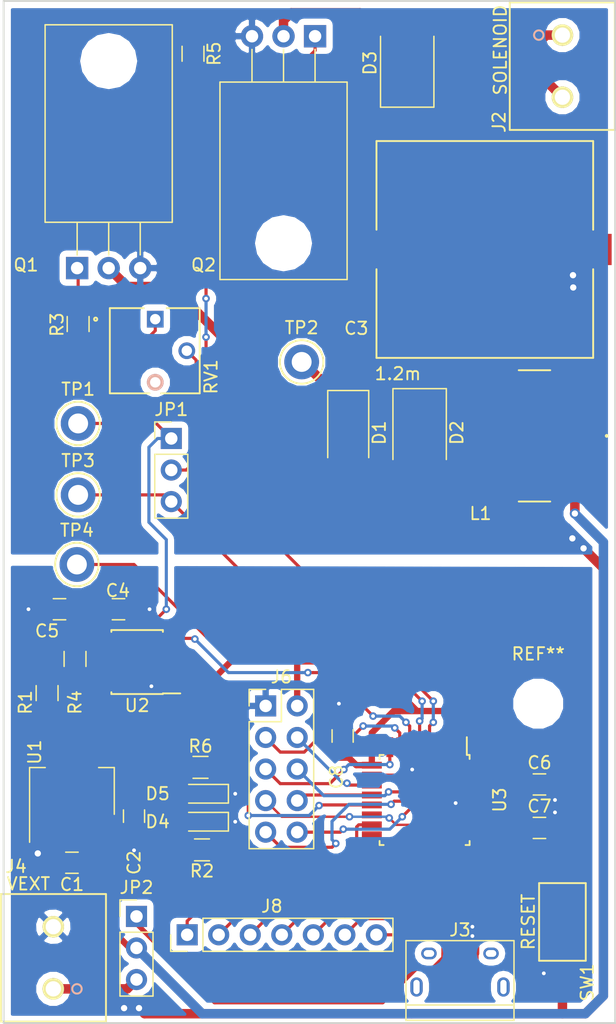
<source format=kicad_pcb>
(kicad_pcb (version 4) (host pcbnew 4.0.6)

  (general
    (links 87)
    (no_connects 0)
    (area 40.007399 25.092999 94.250001 109.335)
    (thickness 1.6)
    (drawings 6)
    (tracks 397)
    (zones 0)
    (modules 39)
    (nets 41)
  )

  (page A4)
  (layers
    (0 F.Cu signal)
    (31 B.Cu signal)
    (32 B.Adhes user)
    (33 F.Adhes user)
    (34 B.Paste user)
    (35 F.Paste user)
    (36 B.SilkS user)
    (37 F.SilkS user)
    (38 B.Mask user)
    (39 F.Mask user)
    (40 Dwgs.User user)
    (41 Cmts.User user)
    (42 Eco1.User user)
    (43 Eco2.User user)
    (44 Edge.Cuts user)
    (45 Margin user)
    (46 B.CrtYd user hide)
    (47 F.CrtYd user)
    (48 B.Fab user)
    (49 F.Fab user hide)
  )

  (setup
    (last_trace_width 0.254)
    (trace_clearance 0.2)
    (zone_clearance 0.508)
    (zone_45_only yes)
    (trace_min 0.1524)
    (segment_width 0.2)
    (edge_width 0.15)
    (via_size 0.6096)
    (via_drill 0.3048)
    (via_min_size 0.6096)
    (via_min_drill 0.3048)
    (user_via 0.6096 0.3048)
    (uvia_size 0.3)
    (uvia_drill 0.1)
    (uvias_allowed no)
    (uvia_min_size 0.2)
    (uvia_min_drill 0.1)
    (pcb_text_width 0.3)
    (pcb_text_size 1.5 1.5)
    (mod_edge_width 0.15)
    (mod_text_size 1 1)
    (mod_text_width 0.15)
    (pad_size 6 6)
    (pad_drill 3)
    (pad_to_mask_clearance 0.2)
    (aux_axis_origin 0 0)
    (visible_elements FFFFFF7F)
    (pcbplotparams
      (layerselection 0x010f0_80000001)
      (usegerberextensions true)
      (excludeedgelayer true)
      (linewidth 0.100000)
      (plotframeref false)
      (viasonmask true)
      (mode 1)
      (useauxorigin false)
      (hpglpennumber 1)
      (hpglpenspeed 20)
      (hpglpendiameter 15)
      (hpglpenoverlay 2)
      (psnegative false)
      (psa4output false)
      (plotreference true)
      (plotvalue true)
      (plotinvisibletext false)
      (padsonsilk false)
      (subtractmaskfromsilk true)
      (outputformat 1)
      (mirror false)
      (drillshape 0)
      (scaleselection 1)
      (outputdirectory gerbers/))
  )

  (net 0 "")
  (net 1 +BATT)
  (net 2 GND)
  (net 3 +3V3)
  (net 4 "Net-(C3-Pad1)")
  (net 5 "Net-(C4-Pad1)")
  (net 6 "Net-(C5-Pad1)")
  (net 7 "Net-(C7-Pad1)")
  (net 8 "Net-(D1-Pad2)")
  (net 9 "Net-(D3-Pad2)")
  (net 10 "Net-(D4-Pad2)")
  (net 11 "Net-(D5-Pad2)")
  (net 12 VBUS)
  (net 13 USB_D-)
  (net 14 USB_D+)
  (net 15 VEXT)
  (net 16 PA06)
  (net 17 PA07)
  (net 18 SWD)
  (net 19 SWC)
  (net 20 PA09)
  (net 21 PA02)
  (net 22 PA08)
  (net 23 "Net-(J8-Pad1)")
  (net 24 "Net-(J8-Pad2)")
  (net 25 "Net-(J8-Pad3)")
  (net 26 "Net-(J8-Pad4)")
  (net 27 "Net-(J8-Pad5)")
  (net 28 "Net-(J8-Pad6)")
  (net 29 "Net-(J8-Pad7)")
  (net 30 555_PWM)
  (net 31 SOL_PWM)
  (net 32 CPU_PWM)
  (net 33 "Net-(Q1-Pad1)")
  (net 34 "Net-(Q2-Pad1)")
  (net 35 "Net-(R1-Pad2)")
  (net 36 "Net-(R3-Pad2)")
  (net 37 SOL_TRIG)
  (net 38 "Net-(R6-Pad2)")
  (net 39 PWM_EN)
  (net 40 "Net-(J6-Pad7)")

  (net_class Default "This is the default net class."
    (clearance 0.2)
    (trace_width 0.254)
    (via_dia 0.6096)
    (via_drill 0.3048)
    (uvia_dia 0.3)
    (uvia_drill 0.1)
    (add_net +3V3)
    (add_net +BATT)
    (add_net 555_PWM)
    (add_net CPU_PWM)
    (add_net GND)
    (add_net "Net-(C3-Pad1)")
    (add_net "Net-(C4-Pad1)")
    (add_net "Net-(C5-Pad1)")
    (add_net "Net-(C7-Pad1)")
    (add_net "Net-(D1-Pad2)")
    (add_net "Net-(D3-Pad2)")
    (add_net "Net-(D4-Pad2)")
    (add_net "Net-(D5-Pad2)")
    (add_net "Net-(J6-Pad7)")
    (add_net "Net-(J8-Pad1)")
    (add_net "Net-(J8-Pad2)")
    (add_net "Net-(J8-Pad3)")
    (add_net "Net-(J8-Pad4)")
    (add_net "Net-(J8-Pad5)")
    (add_net "Net-(J8-Pad6)")
    (add_net "Net-(J8-Pad7)")
    (add_net "Net-(Q1-Pad1)")
    (add_net "Net-(Q2-Pad1)")
    (add_net "Net-(R1-Pad2)")
    (add_net "Net-(R3-Pad2)")
    (add_net "Net-(R6-Pad2)")
    (add_net PA02)
    (add_net PA06)
    (add_net PA07)
    (add_net PA08)
    (add_net PA09)
    (add_net PWM_EN)
    (add_net SOL_PWM)
    (add_net SOL_TRIG)
    (add_net SWC)
    (add_net SWD)
    (add_net USB_D+)
    (add_net USB_D-)
    (add_net VBUS)
    (add_net VEXT)
  )

  (module Capacitors_SMD:C_0805_HandSoldering (layer F.Cu) (tedit 58AA84A8) (tstamp 5A08D802)
    (at 46 94.6 180)
    (descr "Capacitor SMD 0805, hand soldering")
    (tags "capacitor 0805")
    (path /5A0900F5)
    (attr smd)
    (fp_text reference C1 (at 0 -1.75 180) (layer F.SilkS)
      (effects (font (size 1 1) (thickness 0.15)))
    )
    (fp_text value 100n (at 0 1.75 180) (layer F.Fab)
      (effects (font (size 1 1) (thickness 0.15)))
    )
    (fp_text user %R (at 0 -1.75 180) (layer F.Fab)
      (effects (font (size 1 1) (thickness 0.15)))
    )
    (fp_line (start -1 0.62) (end -1 -0.62) (layer F.Fab) (width 0.1))
    (fp_line (start 1 0.62) (end -1 0.62) (layer F.Fab) (width 0.1))
    (fp_line (start 1 -0.62) (end 1 0.62) (layer F.Fab) (width 0.1))
    (fp_line (start -1 -0.62) (end 1 -0.62) (layer F.Fab) (width 0.1))
    (fp_line (start 0.5 -0.85) (end -0.5 -0.85) (layer F.SilkS) (width 0.12))
    (fp_line (start -0.5 0.85) (end 0.5 0.85) (layer F.SilkS) (width 0.12))
    (fp_line (start -2.25 -0.88) (end 2.25 -0.88) (layer F.CrtYd) (width 0.05))
    (fp_line (start -2.25 -0.88) (end -2.25 0.87) (layer F.CrtYd) (width 0.05))
    (fp_line (start 2.25 0.87) (end 2.25 -0.88) (layer F.CrtYd) (width 0.05))
    (fp_line (start 2.25 0.87) (end -2.25 0.87) (layer F.CrtYd) (width 0.05))
    (pad 1 smd rect (at -1.25 0 180) (size 1.5 1.25) (layers F.Cu F.Paste F.Mask)
      (net 1 +BATT))
    (pad 2 smd rect (at 1.25 0 180) (size 1.5 1.25) (layers F.Cu F.Paste F.Mask)
      (net 2 GND))
    (model Capacitors_SMD.3dshapes/C_0805.wrl
      (at (xyz 0 0 0))
      (scale (xyz 1 1 1))
      (rotate (xyz 0 0 0))
    )
  )

  (module Capacitors_SMD:C_0805_HandSoldering (layer F.Cu) (tedit 58AA84A8) (tstamp 5A08D808)
    (at 51 90.85 270)
    (descr "Capacitor SMD 0805, hand soldering")
    (tags "capacitor 0805")
    (path /5A08FF90)
    (attr smd)
    (fp_text reference C2 (at 3.75 0 270) (layer F.SilkS)
      (effects (font (size 1 1) (thickness 0.15)))
    )
    (fp_text value 10u (at 0 1.75 270) (layer F.Fab)
      (effects (font (size 1 1) (thickness 0.15)))
    )
    (fp_text user %R (at 0 -1.75 270) (layer F.Fab)
      (effects (font (size 1 1) (thickness 0.15)))
    )
    (fp_line (start -1 0.62) (end -1 -0.62) (layer F.Fab) (width 0.1))
    (fp_line (start 1 0.62) (end -1 0.62) (layer F.Fab) (width 0.1))
    (fp_line (start 1 -0.62) (end 1 0.62) (layer F.Fab) (width 0.1))
    (fp_line (start -1 -0.62) (end 1 -0.62) (layer F.Fab) (width 0.1))
    (fp_line (start 0.5 -0.85) (end -0.5 -0.85) (layer F.SilkS) (width 0.12))
    (fp_line (start -0.5 0.85) (end 0.5 0.85) (layer F.SilkS) (width 0.12))
    (fp_line (start -2.25 -0.88) (end 2.25 -0.88) (layer F.CrtYd) (width 0.05))
    (fp_line (start -2.25 -0.88) (end -2.25 0.87) (layer F.CrtYd) (width 0.05))
    (fp_line (start 2.25 0.87) (end 2.25 -0.88) (layer F.CrtYd) (width 0.05))
    (fp_line (start 2.25 0.87) (end -2.25 0.87) (layer F.CrtYd) (width 0.05))
    (pad 1 smd rect (at -1.25 0 270) (size 1.5 1.25) (layers F.Cu F.Paste F.Mask)
      (net 3 +3V3))
    (pad 2 smd rect (at 1.25 0 270) (size 1.5 1.25) (layers F.Cu F.Paste F.Mask)
      (net 2 GND))
    (model Capacitors_SMD.3dshapes/C_0805.wrl
      (at (xyz 0 0 0))
      (scale (xyz 1 1 1))
      (rotate (xyz 0 0 0))
    )
  )

  (module Capacitors_SMD:C_0805_HandSoldering (layer F.Cu) (tedit 58AA84A8) (tstamp 5A08D818)
    (at 49.75 74.2)
    (descr "Capacitor SMD 0805, hand soldering")
    (tags "capacitor 0805")
    (path /5A08CAAE)
    (attr smd)
    (fp_text reference C4 (at -0.05 -1.5) (layer F.SilkS)
      (effects (font (size 1 1) (thickness 0.15)))
    )
    (fp_text value 10n (at 0 1.75) (layer F.Fab)
      (effects (font (size 1 1) (thickness 0.15)))
    )
    (fp_text user %R (at 0 -1.75) (layer F.Fab)
      (effects (font (size 1 1) (thickness 0.15)))
    )
    (fp_line (start -1 0.62) (end -1 -0.62) (layer F.Fab) (width 0.1))
    (fp_line (start 1 0.62) (end -1 0.62) (layer F.Fab) (width 0.1))
    (fp_line (start 1 -0.62) (end 1 0.62) (layer F.Fab) (width 0.1))
    (fp_line (start -1 -0.62) (end 1 -0.62) (layer F.Fab) (width 0.1))
    (fp_line (start 0.5 -0.85) (end -0.5 -0.85) (layer F.SilkS) (width 0.12))
    (fp_line (start -0.5 0.85) (end 0.5 0.85) (layer F.SilkS) (width 0.12))
    (fp_line (start -2.25 -0.88) (end 2.25 -0.88) (layer F.CrtYd) (width 0.05))
    (fp_line (start -2.25 -0.88) (end -2.25 0.87) (layer F.CrtYd) (width 0.05))
    (fp_line (start 2.25 0.87) (end 2.25 -0.88) (layer F.CrtYd) (width 0.05))
    (fp_line (start 2.25 0.87) (end -2.25 0.87) (layer F.CrtYd) (width 0.05))
    (pad 1 smd rect (at -1.25 0) (size 1.5 1.25) (layers F.Cu F.Paste F.Mask)
      (net 5 "Net-(C4-Pad1)"))
    (pad 2 smd rect (at 1.25 0) (size 1.5 1.25) (layers F.Cu F.Paste F.Mask)
      (net 2 GND))
    (model Capacitors_SMD.3dshapes/C_0805.wrl
      (at (xyz 0 0 0))
      (scale (xyz 1 1 1))
      (rotate (xyz 0 0 0))
    )
  )

  (module Capacitors_SMD:C_0805_HandSoldering (layer F.Cu) (tedit 58AA84A8) (tstamp 5A08D81E)
    (at 45 74.2 180)
    (descr "Capacitor SMD 0805, hand soldering")
    (tags "capacitor 0805")
    (path /5A08C784)
    (attr smd)
    (fp_text reference C5 (at 1 -1.75 180) (layer F.SilkS)
      (effects (font (size 1 1) (thickness 0.15)))
    )
    (fp_text value 10n (at 0 1.75 180) (layer F.Fab)
      (effects (font (size 1 1) (thickness 0.15)))
    )
    (fp_text user %R (at 0 -1.75 180) (layer F.Fab)
      (effects (font (size 1 1) (thickness 0.15)))
    )
    (fp_line (start -1 0.62) (end -1 -0.62) (layer F.Fab) (width 0.1))
    (fp_line (start 1 0.62) (end -1 0.62) (layer F.Fab) (width 0.1))
    (fp_line (start 1 -0.62) (end 1 0.62) (layer F.Fab) (width 0.1))
    (fp_line (start -1 -0.62) (end 1 -0.62) (layer F.Fab) (width 0.1))
    (fp_line (start 0.5 -0.85) (end -0.5 -0.85) (layer F.SilkS) (width 0.12))
    (fp_line (start -0.5 0.85) (end 0.5 0.85) (layer F.SilkS) (width 0.12))
    (fp_line (start -2.25 -0.88) (end 2.25 -0.88) (layer F.CrtYd) (width 0.05))
    (fp_line (start -2.25 -0.88) (end -2.25 0.87) (layer F.CrtYd) (width 0.05))
    (fp_line (start 2.25 0.87) (end 2.25 -0.88) (layer F.CrtYd) (width 0.05))
    (fp_line (start 2.25 0.87) (end -2.25 0.87) (layer F.CrtYd) (width 0.05))
    (pad 1 smd rect (at -1.25 0 180) (size 1.5 1.25) (layers F.Cu F.Paste F.Mask)
      (net 6 "Net-(C5-Pad1)"))
    (pad 2 smd rect (at 1.25 0 180) (size 1.5 1.25) (layers F.Cu F.Paste F.Mask)
      (net 2 GND))
    (model Capacitors_SMD.3dshapes/C_0805.wrl
      (at (xyz 0 0 0))
      (scale (xyz 1 1 1))
      (rotate (xyz 0 0 0))
    )
  )

  (module Capacitors_SMD:C_0805_HandSoldering (layer F.Cu) (tedit 58AA84A8) (tstamp 5A08D824)
    (at 83.65 88.3)
    (descr "Capacitor SMD 0805, hand soldering")
    (tags "capacitor 0805")
    (path /5A0A08A5)
    (attr smd)
    (fp_text reference C6 (at 0 -1.75) (layer F.SilkS)
      (effects (font (size 1 1) (thickness 0.15)))
    )
    (fp_text value 1u (at 0 1.75) (layer F.Fab)
      (effects (font (size 1 1) (thickness 0.15)))
    )
    (fp_text user %R (at 0 -1.75) (layer F.Fab)
      (effects (font (size 1 1) (thickness 0.15)))
    )
    (fp_line (start -1 0.62) (end -1 -0.62) (layer F.Fab) (width 0.1))
    (fp_line (start 1 0.62) (end -1 0.62) (layer F.Fab) (width 0.1))
    (fp_line (start 1 -0.62) (end 1 0.62) (layer F.Fab) (width 0.1))
    (fp_line (start -1 -0.62) (end 1 -0.62) (layer F.Fab) (width 0.1))
    (fp_line (start 0.5 -0.85) (end -0.5 -0.85) (layer F.SilkS) (width 0.12))
    (fp_line (start -0.5 0.85) (end 0.5 0.85) (layer F.SilkS) (width 0.12))
    (fp_line (start -2.25 -0.88) (end 2.25 -0.88) (layer F.CrtYd) (width 0.05))
    (fp_line (start -2.25 -0.88) (end -2.25 0.87) (layer F.CrtYd) (width 0.05))
    (fp_line (start 2.25 0.87) (end 2.25 -0.88) (layer F.CrtYd) (width 0.05))
    (fp_line (start 2.25 0.87) (end -2.25 0.87) (layer F.CrtYd) (width 0.05))
    (pad 1 smd rect (at -1.25 0) (size 1.5 1.25) (layers F.Cu F.Paste F.Mask)
      (net 3 +3V3))
    (pad 2 smd rect (at 1.25 0) (size 1.5 1.25) (layers F.Cu F.Paste F.Mask)
      (net 2 GND))
    (model Capacitors_SMD.3dshapes/C_0805.wrl
      (at (xyz 0 0 0))
      (scale (xyz 1 1 1))
      (rotate (xyz 0 0 0))
    )
  )

  (module Capacitors_SMD:C_0805_HandSoldering (layer F.Cu) (tedit 58AA84A8) (tstamp 5A08D82A)
    (at 83.65 91.8)
    (descr "Capacitor SMD 0805, hand soldering")
    (tags "capacitor 0805")
    (path /5A09E9B4)
    (attr smd)
    (fp_text reference C7 (at 0 -1.75) (layer F.SilkS)
      (effects (font (size 1 1) (thickness 0.15)))
    )
    (fp_text value 1u (at 0 1.75) (layer F.Fab)
      (effects (font (size 1 1) (thickness 0.15)))
    )
    (fp_text user %R (at 0 -1.75) (layer F.Fab)
      (effects (font (size 1 1) (thickness 0.15)))
    )
    (fp_line (start -1 0.62) (end -1 -0.62) (layer F.Fab) (width 0.1))
    (fp_line (start 1 0.62) (end -1 0.62) (layer F.Fab) (width 0.1))
    (fp_line (start 1 -0.62) (end 1 0.62) (layer F.Fab) (width 0.1))
    (fp_line (start -1 -0.62) (end 1 -0.62) (layer F.Fab) (width 0.1))
    (fp_line (start 0.5 -0.85) (end -0.5 -0.85) (layer F.SilkS) (width 0.12))
    (fp_line (start -0.5 0.85) (end 0.5 0.85) (layer F.SilkS) (width 0.12))
    (fp_line (start -2.25 -0.88) (end 2.25 -0.88) (layer F.CrtYd) (width 0.05))
    (fp_line (start -2.25 -0.88) (end -2.25 0.87) (layer F.CrtYd) (width 0.05))
    (fp_line (start 2.25 0.87) (end 2.25 -0.88) (layer F.CrtYd) (width 0.05))
    (fp_line (start 2.25 0.87) (end -2.25 0.87) (layer F.CrtYd) (width 0.05))
    (pad 1 smd rect (at -1.25 0) (size 1.5 1.25) (layers F.Cu F.Paste F.Mask)
      (net 7 "Net-(C7-Pad1)"))
    (pad 2 smd rect (at 1.25 0) (size 1.5 1.25) (layers F.Cu F.Paste F.Mask)
      (net 2 GND))
    (model Capacitors_SMD.3dshapes/C_0805.wrl
      (at (xyz 0 0 0))
      (scale (xyz 1 1 1))
      (rotate (xyz 0 0 0))
    )
  )

  (module Diodes_SMD:D_SMA (layer F.Cu) (tedit 586432E5) (tstamp 5A08D830)
    (at 68.25 60 270)
    (descr "Diode SMA (DO-214AC)")
    (tags "Diode SMA (DO-214AC)")
    (path /5A08930F)
    (attr smd)
    (fp_text reference D1 (at 0 -2.5 270) (layer F.SilkS)
      (effects (font (size 1 1) (thickness 0.15)))
    )
    (fp_text value 1SMA59 (at 0 2.6 270) (layer F.Fab)
      (effects (font (size 1 1) (thickness 0.15)))
    )
    (fp_text user %R (at 0 -2.5 270) (layer F.Fab)
      (effects (font (size 1 1) (thickness 0.15)))
    )
    (fp_line (start -3.4 -1.65) (end -3.4 1.65) (layer F.SilkS) (width 0.12))
    (fp_line (start 2.3 1.5) (end -2.3 1.5) (layer F.Fab) (width 0.1))
    (fp_line (start -2.3 1.5) (end -2.3 -1.5) (layer F.Fab) (width 0.1))
    (fp_line (start 2.3 -1.5) (end 2.3 1.5) (layer F.Fab) (width 0.1))
    (fp_line (start 2.3 -1.5) (end -2.3 -1.5) (layer F.Fab) (width 0.1))
    (fp_line (start -3.5 -1.75) (end 3.5 -1.75) (layer F.CrtYd) (width 0.05))
    (fp_line (start 3.5 -1.75) (end 3.5 1.75) (layer F.CrtYd) (width 0.05))
    (fp_line (start 3.5 1.75) (end -3.5 1.75) (layer F.CrtYd) (width 0.05))
    (fp_line (start -3.5 1.75) (end -3.5 -1.75) (layer F.CrtYd) (width 0.05))
    (fp_line (start -0.64944 0.00102) (end -1.55114 0.00102) (layer F.Fab) (width 0.1))
    (fp_line (start 0.50118 0.00102) (end 1.4994 0.00102) (layer F.Fab) (width 0.1))
    (fp_line (start -0.64944 -0.79908) (end -0.64944 0.80112) (layer F.Fab) (width 0.1))
    (fp_line (start 0.50118 0.75032) (end 0.50118 -0.79908) (layer F.Fab) (width 0.1))
    (fp_line (start -0.64944 0.00102) (end 0.50118 0.75032) (layer F.Fab) (width 0.1))
    (fp_line (start -0.64944 0.00102) (end 0.50118 -0.79908) (layer F.Fab) (width 0.1))
    (fp_line (start -3.4 1.65) (end 2 1.65) (layer F.SilkS) (width 0.12))
    (fp_line (start -3.4 -1.65) (end 2 -1.65) (layer F.SilkS) (width 0.12))
    (pad 1 smd rect (at -2 0 270) (size 2.5 1.8) (layers F.Cu F.Paste F.Mask)
      (net 4 "Net-(C3-Pad1)"))
    (pad 2 smd rect (at 2 0 270) (size 2.5 1.8) (layers F.Cu F.Paste F.Mask)
      (net 8 "Net-(D1-Pad2)"))
    (model Diodes_SMD.3dshapes/D_SMA_Handsoldering.wrl
      (at (xyz 0 0 0))
      (scale (xyz 0.39 0.39 0.39))
      (rotate (xyz 0 0 0))
    )
  )

  (module Diodes_SMD:D_SMB (layer F.Cu) (tedit 58645DF3) (tstamp 5A08D836)
    (at 74 60 270)
    (descr "Diode SMB (DO-214AA)")
    (tags "Diode SMB (DO-214AA)")
    (path /5A089B53)
    (attr smd)
    (fp_text reference D2 (at 0 -3 270) (layer F.SilkS)
      (effects (font (size 1 1) (thickness 0.15)))
    )
    (fp_text value MBRS140 (at 0 3.1 270) (layer F.Fab)
      (effects (font (size 1 1) (thickness 0.15)))
    )
    (fp_text user %R (at 0 -3 270) (layer F.Fab)
      (effects (font (size 1 1) (thickness 0.15)))
    )
    (fp_line (start -3.55 -2.15) (end -3.55 2.15) (layer F.SilkS) (width 0.12))
    (fp_line (start 2.3 2) (end -2.3 2) (layer F.Fab) (width 0.1))
    (fp_line (start -2.3 2) (end -2.3 -2) (layer F.Fab) (width 0.1))
    (fp_line (start 2.3 -2) (end 2.3 2) (layer F.Fab) (width 0.1))
    (fp_line (start 2.3 -2) (end -2.3 -2) (layer F.Fab) (width 0.1))
    (fp_line (start -3.65 -2.25) (end 3.65 -2.25) (layer F.CrtYd) (width 0.05))
    (fp_line (start 3.65 -2.25) (end 3.65 2.25) (layer F.CrtYd) (width 0.05))
    (fp_line (start 3.65 2.25) (end -3.65 2.25) (layer F.CrtYd) (width 0.05))
    (fp_line (start -3.65 2.25) (end -3.65 -2.25) (layer F.CrtYd) (width 0.05))
    (fp_line (start -0.64944 0.00102) (end -1.55114 0.00102) (layer F.Fab) (width 0.1))
    (fp_line (start 0.50118 0.00102) (end 1.4994 0.00102) (layer F.Fab) (width 0.1))
    (fp_line (start -0.64944 -0.79908) (end -0.64944 0.80112) (layer F.Fab) (width 0.1))
    (fp_line (start 0.50118 0.75032) (end 0.50118 -0.79908) (layer F.Fab) (width 0.1))
    (fp_line (start -0.64944 0.00102) (end 0.50118 0.75032) (layer F.Fab) (width 0.1))
    (fp_line (start -0.64944 0.00102) (end 0.50118 -0.79908) (layer F.Fab) (width 0.1))
    (fp_line (start -3.55 2.15) (end 2.15 2.15) (layer F.SilkS) (width 0.12))
    (fp_line (start -3.55 -2.15) (end 2.15 -2.15) (layer F.SilkS) (width 0.12))
    (pad 1 smd rect (at -2.15 0 270) (size 2.5 2.3) (layers F.Cu F.Paste F.Mask)
      (net 4 "Net-(C3-Pad1)"))
    (pad 2 smd rect (at 2.15 0 270) (size 2.5 2.3) (layers F.Cu F.Paste F.Mask)
      (net 8 "Net-(D1-Pad2)"))
    (model Diodes_SMD.3dshapes/D_SMA_Standard.wrl
      (at (xyz 0 0 0))
      (scale (xyz 0.39 0.39 0.39))
      (rotate (xyz 0 0 0))
    )
  )

  (module Diodes_SMD:D_SMB (layer F.Cu) (tedit 58645DF3) (tstamp 5A08D83C)
    (at 73 30.25 90)
    (descr "Diode SMB (DO-214AA)")
    (tags "Diode SMB (DO-214AA)")
    (path /5A0729D6)
    (attr smd)
    (fp_text reference D3 (at 0 -3 90) (layer F.SilkS)
      (effects (font (size 1 1) (thickness 0.15)))
    )
    (fp_text value MUR340 (at 0 3.1 90) (layer F.Fab)
      (effects (font (size 1 1) (thickness 0.15)))
    )
    (fp_text user %R (at 0 -3 90) (layer F.Fab)
      (effects (font (size 1 1) (thickness 0.15)))
    )
    (fp_line (start -3.55 -2.15) (end -3.55 2.15) (layer F.SilkS) (width 0.12))
    (fp_line (start 2.3 2) (end -2.3 2) (layer F.Fab) (width 0.1))
    (fp_line (start -2.3 2) (end -2.3 -2) (layer F.Fab) (width 0.1))
    (fp_line (start 2.3 -2) (end 2.3 2) (layer F.Fab) (width 0.1))
    (fp_line (start 2.3 -2) (end -2.3 -2) (layer F.Fab) (width 0.1))
    (fp_line (start -3.65 -2.25) (end 3.65 -2.25) (layer F.CrtYd) (width 0.05))
    (fp_line (start 3.65 -2.25) (end 3.65 2.25) (layer F.CrtYd) (width 0.05))
    (fp_line (start 3.65 2.25) (end -3.65 2.25) (layer F.CrtYd) (width 0.05))
    (fp_line (start -3.65 2.25) (end -3.65 -2.25) (layer F.CrtYd) (width 0.05))
    (fp_line (start -0.64944 0.00102) (end -1.55114 0.00102) (layer F.Fab) (width 0.1))
    (fp_line (start 0.50118 0.00102) (end 1.4994 0.00102) (layer F.Fab) (width 0.1))
    (fp_line (start -0.64944 -0.79908) (end -0.64944 0.80112) (layer F.Fab) (width 0.1))
    (fp_line (start 0.50118 0.75032) (end 0.50118 -0.79908) (layer F.Fab) (width 0.1))
    (fp_line (start -0.64944 0.00102) (end 0.50118 0.75032) (layer F.Fab) (width 0.1))
    (fp_line (start -0.64944 0.00102) (end 0.50118 -0.79908) (layer F.Fab) (width 0.1))
    (fp_line (start -3.55 2.15) (end 2.15 2.15) (layer F.SilkS) (width 0.12))
    (fp_line (start -3.55 -2.15) (end 2.15 -2.15) (layer F.SilkS) (width 0.12))
    (pad 1 smd rect (at -2.15 0 90) (size 2.5 2.3) (layers F.Cu F.Paste F.Mask)
      (net 4 "Net-(C3-Pad1)"))
    (pad 2 smd rect (at 2.15 0 90) (size 2.5 2.3) (layers F.Cu F.Paste F.Mask)
      (net 9 "Net-(D3-Pad2)"))
    (model Diodes_SMD.3dshapes/D_SMA_Standard.wrl
      (at (xyz 0 0 0))
      (scale (xyz 0.39 0.39 0.39))
      (rotate (xyz 0 0 0))
    )
  )

  (module LEDs:LED_0805_HandSoldering (layer F.Cu) (tedit 595FCA25) (tstamp 5A08D842)
    (at 56.4 91.3 180)
    (descr "Resistor SMD 0805, hand soldering")
    (tags "resistor 0805")
    (path /5A0AC30A)
    (attr smd)
    (fp_text reference D4 (at 3.5 0 180) (layer F.SilkS)
      (effects (font (size 1 1) (thickness 0.15)))
    )
    (fp_text value D5988 (at 0 1.75 180) (layer F.Fab)
      (effects (font (size 1 1) (thickness 0.15)))
    )
    (fp_line (start -0.4 -0.4) (end -0.4 0.4) (layer F.Fab) (width 0.1))
    (fp_line (start -0.4 0) (end 0.2 -0.4) (layer F.Fab) (width 0.1))
    (fp_line (start 0.2 0.4) (end -0.4 0) (layer F.Fab) (width 0.1))
    (fp_line (start 0.2 -0.4) (end 0.2 0.4) (layer F.Fab) (width 0.1))
    (fp_line (start -1 0.62) (end -1 -0.62) (layer F.Fab) (width 0.1))
    (fp_line (start 1 0.62) (end -1 0.62) (layer F.Fab) (width 0.1))
    (fp_line (start 1 -0.62) (end 1 0.62) (layer F.Fab) (width 0.1))
    (fp_line (start -1 -0.62) (end 1 -0.62) (layer F.Fab) (width 0.1))
    (fp_line (start 1 0.75) (end -2.2 0.75) (layer F.SilkS) (width 0.12))
    (fp_line (start -2.2 -0.75) (end 1 -0.75) (layer F.SilkS) (width 0.12))
    (fp_line (start -2.35 -0.9) (end 2.35 -0.9) (layer F.CrtYd) (width 0.05))
    (fp_line (start -2.35 -0.9) (end -2.35 0.9) (layer F.CrtYd) (width 0.05))
    (fp_line (start 2.35 0.9) (end 2.35 -0.9) (layer F.CrtYd) (width 0.05))
    (fp_line (start 2.35 0.9) (end -2.35 0.9) (layer F.CrtYd) (width 0.05))
    (fp_line (start -2.2 -0.75) (end -2.2 0.75) (layer F.SilkS) (width 0.12))
    (pad 1 smd rect (at -1.35 0 180) (size 1.5 1.3) (layers F.Cu F.Paste F.Mask)
      (net 2 GND))
    (pad 2 smd rect (at 1.35 0 180) (size 1.5 1.3) (layers F.Cu F.Paste F.Mask)
      (net 10 "Net-(D4-Pad2)"))
    (model ${KISYS3DMOD}/LEDs.3dshapes/LED_0805.wrl
      (at (xyz 0 0 0))
      (scale (xyz 1 1 1))
      (rotate (xyz 0 0 0))
    )
  )

  (module LEDs:LED_0805_HandSoldering (layer F.Cu) (tedit 595FCA25) (tstamp 5A08D848)
    (at 56.4 89.05 180)
    (descr "Resistor SMD 0805, hand soldering")
    (tags "resistor 0805")
    (path /5A0BAE86)
    (attr smd)
    (fp_text reference D5 (at 3.5 0 180) (layer F.SilkS)
      (effects (font (size 1 1) (thickness 0.15)))
    )
    (fp_text value D5988 (at 0 1.75 180) (layer F.Fab)
      (effects (font (size 1 1) (thickness 0.15)))
    )
    (fp_line (start -0.4 -0.4) (end -0.4 0.4) (layer F.Fab) (width 0.1))
    (fp_line (start -0.4 0) (end 0.2 -0.4) (layer F.Fab) (width 0.1))
    (fp_line (start 0.2 0.4) (end -0.4 0) (layer F.Fab) (width 0.1))
    (fp_line (start 0.2 -0.4) (end 0.2 0.4) (layer F.Fab) (width 0.1))
    (fp_line (start -1 0.62) (end -1 -0.62) (layer F.Fab) (width 0.1))
    (fp_line (start 1 0.62) (end -1 0.62) (layer F.Fab) (width 0.1))
    (fp_line (start 1 -0.62) (end 1 0.62) (layer F.Fab) (width 0.1))
    (fp_line (start -1 -0.62) (end 1 -0.62) (layer F.Fab) (width 0.1))
    (fp_line (start 1 0.75) (end -2.2 0.75) (layer F.SilkS) (width 0.12))
    (fp_line (start -2.2 -0.75) (end 1 -0.75) (layer F.SilkS) (width 0.12))
    (fp_line (start -2.35 -0.9) (end 2.35 -0.9) (layer F.CrtYd) (width 0.05))
    (fp_line (start -2.35 -0.9) (end -2.35 0.9) (layer F.CrtYd) (width 0.05))
    (fp_line (start 2.35 0.9) (end 2.35 -0.9) (layer F.CrtYd) (width 0.05))
    (fp_line (start 2.35 0.9) (end -2.35 0.9) (layer F.CrtYd) (width 0.05))
    (fp_line (start -2.2 -0.75) (end -2.2 0.75) (layer F.SilkS) (width 0.12))
    (pad 1 smd rect (at -1.35 0 180) (size 1.5 1.3) (layers F.Cu F.Paste F.Mask)
      (net 2 GND))
    (pad 2 smd rect (at 1.35 0 180) (size 1.5 1.3) (layers F.Cu F.Paste F.Mask)
      (net 11 "Net-(D5-Pad2)"))
    (model ${KISYS3DMOD}/LEDs.3dshapes/LED_0805.wrl
      (at (xyz 0 0 0))
      (scale (xyz 1 1 1))
      (rotate (xyz 0 0 0))
    )
  )

  (module footprints:282836-2 (layer F.Cu) (tedit 0) (tstamp 5A08D856)
    (at 85.5 33 270)
    (path /5A098133)
    (fp_text reference J2 (at 2 5.1 270) (layer F.SilkS)
      (effects (font (size 1 1) (thickness 0.15)))
    )
    (fp_text value SOLENOID (at -3.8 5 270) (layer F.SilkS)
      (effects (font (size 1 1) (thickness 0.15)))
    )
    (fp_text user "Copyright 2016 Accelerated Designs. All rights reserved." (at 0 0 270) (layer Cmts.User)
      (effects (font (size 0.127 0.127) (thickness 0.002)))
    )
    (fp_line (start -7.6308 4.2418) (end 2.6308 4.2418) (layer F.SilkS) (width 0.1524))
    (fp_line (start 2.6308 4.2418) (end 2.6308 -4.2164) (layer F.SilkS) (width 0.1524))
    (fp_line (start 2.6308 -4.2164) (end -7.6308 -4.2164) (layer F.SilkS) (width 0.1524))
    (fp_line (start -7.6308 -4.2164) (end -7.6308 4.2418) (layer F.SilkS) (width 0.1524))
    (fp_line (start -7.5038 4.1148) (end 2.5038 4.1148) (layer Dwgs.User) (width 0.1524))
    (fp_line (start 2.5038 4.1148) (end 2.5038 -4.0894) (layer Dwgs.User) (width 0.1524))
    (fp_line (start 2.5038 -4.0894) (end -7.5038 -4.0894) (layer Dwgs.User) (width 0.1524))
    (fp_line (start -7.5038 -4.0894) (end -7.5038 4.1148) (layer Dwgs.User) (width 0.1524))
    (fp_circle (center -5 1.905) (end -4.619 1.905) (layer F.SilkS) (width 0.1524))
    (fp_circle (center -5 1.905) (end -4.619 1.905) (layer B.SilkS) (width 0.1524))
    (fp_circle (center -5 1.905) (end -4.619 1.905) (layer Dwgs.User) (width 0.1524))
    (pad 1 thru_hole circle (at -5 0 270) (size 1.7272 1.7272) (drill 1.2192) (layers *.Cu F.SilkS)
      (net 9 "Net-(D3-Pad2)"))
    (pad 1 thru_hole circle (at -5 0 270) (size 1.7272 1.7272) (drill 1.2192) (layers *.Cu F.SilkS)
      (net 9 "Net-(D3-Pad2)"))
    (pad 2 thru_hole circle (at 0 0 270) (size 1.7272 1.7272) (drill 1.2192) (layers *.Cu F.SilkS)
      (net 4 "Net-(C3-Pad1)"))
    (pad 2 thru_hole circle (at 0 0 270) (size 1.7272 1.7272) (drill 1.2192) (layers *.Cu F.SilkS)
      (net 4 "Net-(C3-Pad1)"))
  )

  (module Connectors:USB_Micro-B (layer F.Cu) (tedit 5543E447) (tstamp 5A08D863)
    (at 77.25 103.25)
    (descr "Micro USB Type B Receptacle")
    (tags "USB USB_B USB_micro USB_OTG")
    (path /5A095BAB)
    (attr smd)
    (fp_text reference J3 (at 0 -3.24) (layer F.SilkS)
      (effects (font (size 1 1) (thickness 0.15)))
    )
    (fp_text value USB_B (at 0 5.01) (layer F.Fab)
      (effects (font (size 1 1) (thickness 0.15)))
    )
    (fp_line (start -4.6 -2.59) (end 4.6 -2.59) (layer F.CrtYd) (width 0.05))
    (fp_line (start 4.6 -2.59) (end 4.6 4.26) (layer F.CrtYd) (width 0.05))
    (fp_line (start 4.6 4.26) (end -4.6 4.26) (layer F.CrtYd) (width 0.05))
    (fp_line (start -4.6 4.26) (end -4.6 -2.59) (layer F.CrtYd) (width 0.05))
    (fp_line (start -4.35 4.03) (end 4.35 4.03) (layer F.SilkS) (width 0.12))
    (fp_line (start -4.35 -2.38) (end 4.35 -2.38) (layer F.SilkS) (width 0.12))
    (fp_line (start 4.35 -2.38) (end 4.35 4.03) (layer F.SilkS) (width 0.12))
    (fp_line (start 4.35 2.8) (end -4.35 2.8) (layer F.SilkS) (width 0.12))
    (fp_line (start -4.35 4.03) (end -4.35 -2.38) (layer F.SilkS) (width 0.12))
    (pad 1 smd rect (at -1.3 -1.35 90) (size 1.35 0.4) (layers F.Cu F.Paste F.Mask)
      (net 12 VBUS))
    (pad 2 smd rect (at -0.65 -1.35 90) (size 1.35 0.4) (layers F.Cu F.Paste F.Mask)
      (net 13 USB_D-))
    (pad 3 smd rect (at 0 -1.35 90) (size 1.35 0.4) (layers F.Cu F.Paste F.Mask)
      (net 14 USB_D+))
    (pad 4 smd rect (at 0.65 -1.35 90) (size 1.35 0.4) (layers F.Cu F.Paste F.Mask)
      (net 2 GND))
    (pad 5 smd rect (at 1.3 -1.35 90) (size 1.35 0.4) (layers F.Cu F.Paste F.Mask)
      (net 2 GND))
    (pad 6 thru_hole oval (at -2.5 -1.35 90) (size 0.95 1.25) (drill oval 0.55 0.85) (layers *.Cu *.Mask))
    (pad 6 thru_hole oval (at 2.5 -1.35 90) (size 0.95 1.25) (drill oval 0.55 0.85) (layers *.Cu *.Mask))
    (pad 6 thru_hole oval (at -3.5 1.35 90) (size 1.55 1) (drill oval 1.15 0.5) (layers *.Cu *.Mask))
    (pad 6 thru_hole oval (at 3.5 1.35 90) (size 1.55 1) (drill oval 1.15 0.5) (layers *.Cu *.Mask))
    (model C:/Users/princet/Downloads/Conn_others/Conn_USB-micro-2.0_socket_right-angle.wrl
      (at (xyz 0 0 0))
      (scale (xyz 1 1 1))
      (rotate (xyz 0 0 0))
    )
  )

  (module footprints:282836-2 (layer F.Cu) (tedit 0) (tstamp 5A08D86B)
    (at 44.5 99.75 90)
    (path /5A09703B)
    (fp_text reference J4 (at 4.85 -3 180) (layer F.SilkS)
      (effects (font (size 1 1) (thickness 0.15)))
    )
    (fp_text value VEXT (at 3.45 -2 180) (layer F.SilkS)
      (effects (font (size 1 1) (thickness 0.15)))
    )
    (fp_text user "Copyright 2016 Accelerated Designs. All rights reserved." (at 0 0 90) (layer Cmts.User)
      (effects (font (size 0.127 0.127) (thickness 0.002)))
    )
    (fp_line (start -7.6308 4.2418) (end 2.6308 4.2418) (layer F.SilkS) (width 0.1524))
    (fp_line (start 2.6308 4.2418) (end 2.6308 -4.2164) (layer F.SilkS) (width 0.1524))
    (fp_line (start 2.6308 -4.2164) (end -7.6308 -4.2164) (layer F.SilkS) (width 0.1524))
    (fp_line (start -7.6308 -4.2164) (end -7.6308 4.2418) (layer F.SilkS) (width 0.1524))
    (fp_line (start -7.5038 4.1148) (end 2.5038 4.1148) (layer Dwgs.User) (width 0.1524))
    (fp_line (start 2.5038 4.1148) (end 2.5038 -4.0894) (layer Dwgs.User) (width 0.1524))
    (fp_line (start 2.5038 -4.0894) (end -7.5038 -4.0894) (layer Dwgs.User) (width 0.1524))
    (fp_line (start -7.5038 -4.0894) (end -7.5038 4.1148) (layer Dwgs.User) (width 0.1524))
    (fp_circle (center -5 1.905) (end -4.619 1.905) (layer F.SilkS) (width 0.1524))
    (fp_circle (center -5 1.905) (end -4.619 1.905) (layer B.SilkS) (width 0.1524))
    (fp_circle (center -5 1.905) (end -4.619 1.905) (layer Dwgs.User) (width 0.1524))
    (pad 1 thru_hole circle (at -5 0 90) (size 1.7272 1.7272) (drill 1.2192) (layers *.Cu F.SilkS)
      (net 15 VEXT))
    (pad 1 thru_hole circle (at -5 0 90) (size 1.7272 1.7272) (drill 1.2192) (layers *.Cu F.SilkS)
      (net 15 VEXT))
    (pad 2 thru_hole circle (at 0 0 90) (size 1.7272 1.7272) (drill 1.2192) (layers *.Cu F.SilkS)
      (net 2 GND))
    (pad 2 thru_hole circle (at 0 0 90) (size 1.7272 1.7272) (drill 1.2192) (layers *.Cu F.SilkS)
      (net 2 GND))
  )

  (module Pin_Headers:Pin_Header_Straight_1x07_Pitch2.54mm (layer F.Cu) (tedit 59650532) (tstamp 5A08D890)
    (at 55.28 100.4 90)
    (descr "Through hole straight pin header, 1x07, 2.54mm pitch, single row")
    (tags "Through hole pin header THT 1x07 2.54mm single row")
    (path /5A0B30EF)
    (fp_text reference J8 (at 2.3 6.82 180) (layer F.SilkS)
      (effects (font (size 1 1) (thickness 0.15)))
    )
    (fp_text value KEYPAD (at 0 17.57 90) (layer F.Fab)
      (effects (font (size 1 1) (thickness 0.15)))
    )
    (fp_line (start -0.635 -1.27) (end 1.27 -1.27) (layer F.Fab) (width 0.1))
    (fp_line (start 1.27 -1.27) (end 1.27 16.51) (layer F.Fab) (width 0.1))
    (fp_line (start 1.27 16.51) (end -1.27 16.51) (layer F.Fab) (width 0.1))
    (fp_line (start -1.27 16.51) (end -1.27 -0.635) (layer F.Fab) (width 0.1))
    (fp_line (start -1.27 -0.635) (end -0.635 -1.27) (layer F.Fab) (width 0.1))
    (fp_line (start -1.33 16.57) (end 1.33 16.57) (layer F.SilkS) (width 0.12))
    (fp_line (start -1.33 1.27) (end -1.33 16.57) (layer F.SilkS) (width 0.12))
    (fp_line (start 1.33 1.27) (end 1.33 16.57) (layer F.SilkS) (width 0.12))
    (fp_line (start -1.33 1.27) (end 1.33 1.27) (layer F.SilkS) (width 0.12))
    (fp_line (start -1.33 0) (end -1.33 -1.33) (layer F.SilkS) (width 0.12))
    (fp_line (start -1.33 -1.33) (end 0 -1.33) (layer F.SilkS) (width 0.12))
    (fp_line (start -1.8 -1.8) (end -1.8 17.05) (layer F.CrtYd) (width 0.05))
    (fp_line (start -1.8 17.05) (end 1.8 17.05) (layer F.CrtYd) (width 0.05))
    (fp_line (start 1.8 17.05) (end 1.8 -1.8) (layer F.CrtYd) (width 0.05))
    (fp_line (start 1.8 -1.8) (end -1.8 -1.8) (layer F.CrtYd) (width 0.05))
    (fp_text user %R (at 0 7.62 180) (layer F.Fab)
      (effects (font (size 1 1) (thickness 0.15)))
    )
    (pad 1 thru_hole rect (at 0 0 90) (size 1.7 1.7) (drill 1) (layers *.Cu *.Mask)
      (net 23 "Net-(J8-Pad1)"))
    (pad 2 thru_hole oval (at 0 2.54 90) (size 1.7 1.7) (drill 1) (layers *.Cu *.Mask)
      (net 24 "Net-(J8-Pad2)"))
    (pad 3 thru_hole oval (at 0 5.08 90) (size 1.7 1.7) (drill 1) (layers *.Cu *.Mask)
      (net 25 "Net-(J8-Pad3)"))
    (pad 4 thru_hole oval (at 0 7.62 90) (size 1.7 1.7) (drill 1) (layers *.Cu *.Mask)
      (net 26 "Net-(J8-Pad4)"))
    (pad 5 thru_hole oval (at 0 10.16 90) (size 1.7 1.7) (drill 1) (layers *.Cu *.Mask)
      (net 27 "Net-(J8-Pad5)"))
    (pad 6 thru_hole oval (at 0 12.7 90) (size 1.7 1.7) (drill 1) (layers *.Cu *.Mask)
      (net 28 "Net-(J8-Pad6)"))
    (pad 7 thru_hole oval (at 0 15.24 90) (size 1.7 1.7) (drill 1) (layers *.Cu *.Mask)
      (net 29 "Net-(J8-Pad7)"))
    (model ${KISYS3DMOD}/Pin_Headers.3dshapes/Pin_Header_Straight_1x07_Pitch2.54mm.wrl
      (at (xyz 0 -0.3 0))
      (scale (xyz 1 1 1))
      (rotate (xyz 0 0 90))
    )
  )

  (module Pin_Headers:Pin_Header_Straight_1x03_Pitch2.54mm (layer F.Cu) (tedit 59650532) (tstamp 5A08D897)
    (at 54 60.46)
    (descr "Through hole straight pin header, 1x03, 2.54mm pitch, single row")
    (tags "Through hole pin header THT 1x03 2.54mm single row")
    (path /5A08E62D)
    (fp_text reference JP1 (at 0 -2.33) (layer F.SilkS)
      (effects (font (size 1 1) (thickness 0.15)))
    )
    (fp_text value PWM_SELECT (at 0 7.41) (layer F.Fab)
      (effects (font (size 1 1) (thickness 0.15)))
    )
    (fp_line (start -0.635 -1.27) (end 1.27 -1.27) (layer F.Fab) (width 0.1))
    (fp_line (start 1.27 -1.27) (end 1.27 6.35) (layer F.Fab) (width 0.1))
    (fp_line (start 1.27 6.35) (end -1.27 6.35) (layer F.Fab) (width 0.1))
    (fp_line (start -1.27 6.35) (end -1.27 -0.635) (layer F.Fab) (width 0.1))
    (fp_line (start -1.27 -0.635) (end -0.635 -1.27) (layer F.Fab) (width 0.1))
    (fp_line (start -1.33 6.41) (end 1.33 6.41) (layer F.SilkS) (width 0.12))
    (fp_line (start -1.33 1.27) (end -1.33 6.41) (layer F.SilkS) (width 0.12))
    (fp_line (start 1.33 1.27) (end 1.33 6.41) (layer F.SilkS) (width 0.12))
    (fp_line (start -1.33 1.27) (end 1.33 1.27) (layer F.SilkS) (width 0.12))
    (fp_line (start -1.33 0) (end -1.33 -1.33) (layer F.SilkS) (width 0.12))
    (fp_line (start -1.33 -1.33) (end 0 -1.33) (layer F.SilkS) (width 0.12))
    (fp_line (start -1.8 -1.8) (end -1.8 6.85) (layer F.CrtYd) (width 0.05))
    (fp_line (start -1.8 6.85) (end 1.8 6.85) (layer F.CrtYd) (width 0.05))
    (fp_line (start 1.8 6.85) (end 1.8 -1.8) (layer F.CrtYd) (width 0.05))
    (fp_line (start 1.8 -1.8) (end -1.8 -1.8) (layer F.CrtYd) (width 0.05))
    (fp_text user %R (at 0 2.54 90) (layer F.Fab)
      (effects (font (size 1 1) (thickness 0.15)))
    )
    (pad 1 thru_hole rect (at 0 0) (size 1.7 1.7) (drill 1) (layers *.Cu *.Mask)
      (net 30 555_PWM))
    (pad 2 thru_hole oval (at 0 2.54) (size 1.7 1.7) (drill 1) (layers *.Cu *.Mask)
      (net 31 SOL_PWM))
    (pad 3 thru_hole oval (at 0 5.08) (size 1.7 1.7) (drill 1) (layers *.Cu *.Mask)
      (net 32 CPU_PWM))
    (model ${KISYS3DMOD}/Pin_Headers.3dshapes/Pin_Header_Straight_1x03_Pitch2.54mm.wrl
      (at (xyz 0 -0.1 0))
      (scale (xyz 1 1 1))
      (rotate (xyz 0 0 90))
    )
  )

  (module Pin_Headers:Pin_Header_Straight_1x03_Pitch2.54mm (layer F.Cu) (tedit 59650532) (tstamp 5A08D89E)
    (at 51.2 98.92)
    (descr "Through hole straight pin header, 1x03, 2.54mm pitch, single row")
    (tags "Through hole pin header THT 1x03 2.54mm single row")
    (path /5A094E6C)
    (fp_text reference JP2 (at 0 -2.33) (layer F.SilkS)
      (effects (font (size 1 1) (thickness 0.15)))
    )
    (fp_text value SOLENOID_PWR (at 0 7.41) (layer F.Fab)
      (effects (font (size 1 1) (thickness 0.15)))
    )
    (fp_line (start -0.635 -1.27) (end 1.27 -1.27) (layer F.Fab) (width 0.1))
    (fp_line (start 1.27 -1.27) (end 1.27 6.35) (layer F.Fab) (width 0.1))
    (fp_line (start 1.27 6.35) (end -1.27 6.35) (layer F.Fab) (width 0.1))
    (fp_line (start -1.27 6.35) (end -1.27 -0.635) (layer F.Fab) (width 0.1))
    (fp_line (start -1.27 -0.635) (end -0.635 -1.27) (layer F.Fab) (width 0.1))
    (fp_line (start -1.33 6.41) (end 1.33 6.41) (layer F.SilkS) (width 0.12))
    (fp_line (start -1.33 1.27) (end -1.33 6.41) (layer F.SilkS) (width 0.12))
    (fp_line (start 1.33 1.27) (end 1.33 6.41) (layer F.SilkS) (width 0.12))
    (fp_line (start -1.33 1.27) (end 1.33 1.27) (layer F.SilkS) (width 0.12))
    (fp_line (start -1.33 0) (end -1.33 -1.33) (layer F.SilkS) (width 0.12))
    (fp_line (start -1.33 -1.33) (end 0 -1.33) (layer F.SilkS) (width 0.12))
    (fp_line (start -1.8 -1.8) (end -1.8 6.85) (layer F.CrtYd) (width 0.05))
    (fp_line (start -1.8 6.85) (end 1.8 6.85) (layer F.CrtYd) (width 0.05))
    (fp_line (start 1.8 6.85) (end 1.8 -1.8) (layer F.CrtYd) (width 0.05))
    (fp_line (start 1.8 -1.8) (end -1.8 -1.8) (layer F.CrtYd) (width 0.05))
    (fp_text user %R (at 0 2.54 90) (layer F.Fab)
      (effects (font (size 1 1) (thickness 0.15)))
    )
    (pad 1 thru_hole rect (at 0 0) (size 1.7 1.7) (drill 1) (layers *.Cu *.Mask)
      (net 12 VBUS))
    (pad 2 thru_hole oval (at 0 2.54) (size 1.7 1.7) (drill 1) (layers *.Cu *.Mask)
      (net 1 +BATT))
    (pad 3 thru_hole oval (at 0 5.08) (size 1.7 1.7) (drill 1) (layers *.Cu *.Mask)
      (net 15 VEXT))
    (model ${KISYS3DMOD}/Pin_Headers.3dshapes/Pin_Header_Straight_1x03_Pitch2.54mm.wrl
      (at (xyz 0 -0.1 0))
      (scale (xyz 1 1 1))
      (rotate (xyz 0 0 90))
    )
  )

  (module TO_SOT_Packages_THT:TO-220-3_Horizontal (layer F.Cu) (tedit 58CE52AD) (tstamp 5A08D8B0)
    (at 46.42 46.75)
    (descr "TO-220-3, Horizontal, RM 2.54mm")
    (tags "TO-220-3 Horizontal RM 2.54mm")
    (path /5A089DFD)
    (fp_text reference Q1 (at -4.12 -0.25) (layer F.SilkS)
      (effects (font (size 1 1) (thickness 0.15)))
    )
    (fp_text value TIP120 (at 2.54 1.9) (layer F.Fab)
      (effects (font (size 1 1) (thickness 0.15)))
    )
    (fp_text user %R (at 2.54 -20.58) (layer F.Fab)
      (effects (font (size 1 1) (thickness 0.15)))
    )
    (fp_line (start -2.46 -13.06) (end -2.46 -19.46) (layer F.Fab) (width 0.1))
    (fp_line (start -2.46 -19.46) (end 7.54 -19.46) (layer F.Fab) (width 0.1))
    (fp_line (start 7.54 -19.46) (end 7.54 -13.06) (layer F.Fab) (width 0.1))
    (fp_line (start 7.54 -13.06) (end -2.46 -13.06) (layer F.Fab) (width 0.1))
    (fp_line (start -2.46 -3.81) (end -2.46 -13.06) (layer F.Fab) (width 0.1))
    (fp_line (start -2.46 -13.06) (end 7.54 -13.06) (layer F.Fab) (width 0.1))
    (fp_line (start 7.54 -13.06) (end 7.54 -3.81) (layer F.Fab) (width 0.1))
    (fp_line (start 7.54 -3.81) (end -2.46 -3.81) (layer F.Fab) (width 0.1))
    (fp_line (start 0 -3.81) (end 0 0) (layer F.Fab) (width 0.1))
    (fp_line (start 2.54 -3.81) (end 2.54 0) (layer F.Fab) (width 0.1))
    (fp_line (start 5.08 -3.81) (end 5.08 0) (layer F.Fab) (width 0.1))
    (fp_line (start -2.58 -3.69) (end 7.66 -3.69) (layer F.SilkS) (width 0.12))
    (fp_line (start -2.58 -19.58) (end 7.66 -19.58) (layer F.SilkS) (width 0.12))
    (fp_line (start -2.58 -19.58) (end -2.58 -3.69) (layer F.SilkS) (width 0.12))
    (fp_line (start 7.66 -19.58) (end 7.66 -3.69) (layer F.SilkS) (width 0.12))
    (fp_line (start 0 -3.69) (end 0 -1.05) (layer F.SilkS) (width 0.12))
    (fp_line (start 2.54 -3.69) (end 2.54 -1.066) (layer F.SilkS) (width 0.12))
    (fp_line (start 5.08 -3.69) (end 5.08 -1.066) (layer F.SilkS) (width 0.12))
    (fp_line (start -2.71 -19.71) (end -2.71 1.15) (layer F.CrtYd) (width 0.05))
    (fp_line (start -2.71 1.15) (end 7.79 1.15) (layer F.CrtYd) (width 0.05))
    (fp_line (start 7.79 1.15) (end 7.79 -19.71) (layer F.CrtYd) (width 0.05))
    (fp_line (start 7.79 -19.71) (end -2.71 -19.71) (layer F.CrtYd) (width 0.05))
    (fp_circle (center 2.54 -16.66) (end 4.39 -16.66) (layer F.Fab) (width 0.1))
    (pad 0 np_thru_hole oval (at 2.54 -16.66) (size 3.5 3.5) (drill 3.5) (layers *.Cu *.Mask))
    (pad 1 thru_hole rect (at 0 0) (size 1.8 1.8) (drill 1) (layers *.Cu *.Mask)
      (net 33 "Net-(Q1-Pad1)"))
    (pad 2 thru_hole oval (at 2.54 0) (size 1.8 1.8) (drill 1) (layers *.Cu *.Mask)
      (net 8 "Net-(D1-Pad2)"))
    (pad 3 thru_hole oval (at 5.08 0) (size 1.8 1.8) (drill 1) (layers *.Cu *.Mask)
      (net 2 GND))
    (model TO_SOT_Packages_THT.3dshapes/TO-220_Horizontal.wrl
      (at (xyz 0.1 0 0))
      (scale (xyz 0.39 0.39 0.39))
      (rotate (xyz 0 0 0))
    )
  )

  (module TO_SOT_Packages_THT:TO-220-3_Horizontal (layer F.Cu) (tedit 58CE52AD) (tstamp 5A08D8B8)
    (at 65.58 28.09 180)
    (descr "TO-220-3, Horizontal, RM 2.54mm")
    (tags "TO-220-3 Horizontal RM 2.54mm")
    (path /5A08835C)
    (fp_text reference Q2 (at 8.98 -18.41 180) (layer F.SilkS)
      (effects (font (size 1 1) (thickness 0.15)))
    )
    (fp_text value TIP120 (at 2.54 1.9 180) (layer F.Fab)
      (effects (font (size 1 1) (thickness 0.15)))
    )
    (fp_text user %R (at 2.54 -20.58 180) (layer F.Fab)
      (effects (font (size 1 1) (thickness 0.15)))
    )
    (fp_line (start -2.46 -13.06) (end -2.46 -19.46) (layer F.Fab) (width 0.1))
    (fp_line (start -2.46 -19.46) (end 7.54 -19.46) (layer F.Fab) (width 0.1))
    (fp_line (start 7.54 -19.46) (end 7.54 -13.06) (layer F.Fab) (width 0.1))
    (fp_line (start 7.54 -13.06) (end -2.46 -13.06) (layer F.Fab) (width 0.1))
    (fp_line (start -2.46 -3.81) (end -2.46 -13.06) (layer F.Fab) (width 0.1))
    (fp_line (start -2.46 -13.06) (end 7.54 -13.06) (layer F.Fab) (width 0.1))
    (fp_line (start 7.54 -13.06) (end 7.54 -3.81) (layer F.Fab) (width 0.1))
    (fp_line (start 7.54 -3.81) (end -2.46 -3.81) (layer F.Fab) (width 0.1))
    (fp_line (start 0 -3.81) (end 0 0) (layer F.Fab) (width 0.1))
    (fp_line (start 2.54 -3.81) (end 2.54 0) (layer F.Fab) (width 0.1))
    (fp_line (start 5.08 -3.81) (end 5.08 0) (layer F.Fab) (width 0.1))
    (fp_line (start -2.58 -3.69) (end 7.66 -3.69) (layer F.SilkS) (width 0.12))
    (fp_line (start -2.58 -19.58) (end 7.66 -19.58) (layer F.SilkS) (width 0.12))
    (fp_line (start -2.58 -19.58) (end -2.58 -3.69) (layer F.SilkS) (width 0.12))
    (fp_line (start 7.66 -19.58) (end 7.66 -3.69) (layer F.SilkS) (width 0.12))
    (fp_line (start 0 -3.69) (end 0 -1.05) (layer F.SilkS) (width 0.12))
    (fp_line (start 2.54 -3.69) (end 2.54 -1.066) (layer F.SilkS) (width 0.12))
    (fp_line (start 5.08 -3.69) (end 5.08 -1.066) (layer F.SilkS) (width 0.12))
    (fp_line (start -2.71 -19.71) (end -2.71 1.15) (layer F.CrtYd) (width 0.05))
    (fp_line (start -2.71 1.15) (end 7.79 1.15) (layer F.CrtYd) (width 0.05))
    (fp_line (start 7.79 1.15) (end 7.79 -19.71) (layer F.CrtYd) (width 0.05))
    (fp_line (start 7.79 -19.71) (end -2.71 -19.71) (layer F.CrtYd) (width 0.05))
    (fp_circle (center 2.54 -16.66) (end 4.39 -16.66) (layer F.Fab) (width 0.1))
    (pad 0 np_thru_hole oval (at 2.54 -16.66 180) (size 3.5 3.5) (drill 3.5) (layers *.Cu *.Mask))
    (pad 1 thru_hole rect (at 0 0 180) (size 1.8 1.8) (drill 1) (layers *.Cu *.Mask)
      (net 34 "Net-(Q2-Pad1)"))
    (pad 2 thru_hole oval (at 2.54 0 180) (size 1.8 1.8) (drill 1) (layers *.Cu *.Mask)
      (net 9 "Net-(D3-Pad2)"))
    (pad 3 thru_hole oval (at 5.08 0 180) (size 1.8 1.8) (drill 1) (layers *.Cu *.Mask)
      (net 2 GND))
    (model TO_SOT_Packages_THT.3dshapes/TO-220_Horizontal.wrl
      (at (xyz 0.1 0 0))
      (scale (xyz 0.39 0.39 0.39))
      (rotate (xyz 0 0 0))
    )
  )

  (module Resistors_SMD:R_0805_HandSoldering (layer F.Cu) (tedit 58E0A804) (tstamp 5A08D8BE)
    (at 44 80.95 90)
    (descr "Resistor SMD 0805, hand soldering")
    (tags "resistor 0805")
    (path /5A08C697)
    (attr smd)
    (fp_text reference R1 (at -0.75 -1.75 90) (layer F.SilkS)
      (effects (font (size 1 1) (thickness 0.15)))
    )
    (fp_text value 1k (at 0 1.75 90) (layer F.Fab)
      (effects (font (size 1 1) (thickness 0.15)))
    )
    (fp_text user %R (at 0 0 90) (layer F.Fab)
      (effects (font (size 0.5 0.5) (thickness 0.075)))
    )
    (fp_line (start -1 0.62) (end -1 -0.62) (layer F.Fab) (width 0.1))
    (fp_line (start 1 0.62) (end -1 0.62) (layer F.Fab) (width 0.1))
    (fp_line (start 1 -0.62) (end 1 0.62) (layer F.Fab) (width 0.1))
    (fp_line (start -1 -0.62) (end 1 -0.62) (layer F.Fab) (width 0.1))
    (fp_line (start 0.6 0.88) (end -0.6 0.88) (layer F.SilkS) (width 0.12))
    (fp_line (start -0.6 -0.88) (end 0.6 -0.88) (layer F.SilkS) (width 0.12))
    (fp_line (start -2.35 -0.9) (end 2.35 -0.9) (layer F.CrtYd) (width 0.05))
    (fp_line (start -2.35 -0.9) (end -2.35 0.9) (layer F.CrtYd) (width 0.05))
    (fp_line (start 2.35 0.9) (end 2.35 -0.9) (layer F.CrtYd) (width 0.05))
    (fp_line (start 2.35 0.9) (end -2.35 0.9) (layer F.CrtYd) (width 0.05))
    (pad 1 smd rect (at -1.35 0 90) (size 1.5 1.3) (layers F.Cu F.Paste F.Mask)
      (net 3 +3V3))
    (pad 2 smd rect (at 1.35 0 90) (size 1.5 1.3) (layers F.Cu F.Paste F.Mask)
      (net 35 "Net-(R1-Pad2)"))
    (model ${KISYS3DMOD}/Resistors_SMD.3dshapes/R_0805.wrl
      (at (xyz 0 0 0))
      (scale (xyz 1 1 1))
      (rotate (xyz 0 0 0))
    )
  )

  (module Resistors_SMD:R_0805_HandSoldering (layer F.Cu) (tedit 58E0A804) (tstamp 5A08D8C4)
    (at 56.474999 93.565 180)
    (descr "Resistor SMD 0805, hand soldering")
    (tags "resistor 0805")
    (path /5A0ACBF7)
    (attr smd)
    (fp_text reference R2 (at 0 -1.7 180) (layer F.SilkS)
      (effects (font (size 1 1) (thickness 0.15)))
    )
    (fp_text value 470 (at 0 1.75 180) (layer F.Fab)
      (effects (font (size 1 1) (thickness 0.15)))
    )
    (fp_text user %R (at 0 0 180) (layer F.Fab)
      (effects (font (size 0.5 0.5) (thickness 0.075)))
    )
    (fp_line (start -1 0.62) (end -1 -0.62) (layer F.Fab) (width 0.1))
    (fp_line (start 1 0.62) (end -1 0.62) (layer F.Fab) (width 0.1))
    (fp_line (start 1 -0.62) (end 1 0.62) (layer F.Fab) (width 0.1))
    (fp_line (start -1 -0.62) (end 1 -0.62) (layer F.Fab) (width 0.1))
    (fp_line (start 0.6 0.88) (end -0.6 0.88) (layer F.SilkS) (width 0.12))
    (fp_line (start -0.6 -0.88) (end 0.6 -0.88) (layer F.SilkS) (width 0.12))
    (fp_line (start -2.35 -0.9) (end 2.35 -0.9) (layer F.CrtYd) (width 0.05))
    (fp_line (start -2.35 -0.9) (end -2.35 0.9) (layer F.CrtYd) (width 0.05))
    (fp_line (start 2.35 0.9) (end 2.35 -0.9) (layer F.CrtYd) (width 0.05))
    (fp_line (start 2.35 0.9) (end -2.35 0.9) (layer F.CrtYd) (width 0.05))
    (pad 1 smd rect (at -1.35 0 180) (size 1.5 1.3) (layers F.Cu F.Paste F.Mask)
      (net 3 +3V3))
    (pad 2 smd rect (at 1.35 0 180) (size 1.5 1.3) (layers F.Cu F.Paste F.Mask)
      (net 10 "Net-(D4-Pad2)"))
    (model ${KISYS3DMOD}/Resistors_SMD.3dshapes/R_0805.wrl
      (at (xyz 0 0 0))
      (scale (xyz 1 1 1))
      (rotate (xyz 0 0 0))
    )
  )

  (module Resistors_SMD:R_0805_HandSoldering (layer F.Cu) (tedit 58E0A804) (tstamp 5A08D8CA)
    (at 46.5 51.25 270)
    (descr "Resistor SMD 0805, hand soldering")
    (tags "resistor 0805")
    (path /5A089FB1)
    (attr smd)
    (fp_text reference R3 (at 0.05 1.7 270) (layer F.SilkS)
      (effects (font (size 1 1) (thickness 0.15)))
    )
    (fp_text value 2.2k (at 0 1.75 270) (layer F.Fab)
      (effects (font (size 1 1) (thickness 0.15)))
    )
    (fp_text user %R (at 0 0 270) (layer F.Fab)
      (effects (font (size 0.5 0.5) (thickness 0.075)))
    )
    (fp_line (start -1 0.62) (end -1 -0.62) (layer F.Fab) (width 0.1))
    (fp_line (start 1 0.62) (end -1 0.62) (layer F.Fab) (width 0.1))
    (fp_line (start 1 -0.62) (end 1 0.62) (layer F.Fab) (width 0.1))
    (fp_line (start -1 -0.62) (end 1 -0.62) (layer F.Fab) (width 0.1))
    (fp_line (start 0.6 0.88) (end -0.6 0.88) (layer F.SilkS) (width 0.12))
    (fp_line (start -0.6 -0.88) (end 0.6 -0.88) (layer F.SilkS) (width 0.12))
    (fp_line (start -2.35 -0.9) (end 2.35 -0.9) (layer F.CrtYd) (width 0.05))
    (fp_line (start -2.35 -0.9) (end -2.35 0.9) (layer F.CrtYd) (width 0.05))
    (fp_line (start 2.35 0.9) (end 2.35 -0.9) (layer F.CrtYd) (width 0.05))
    (fp_line (start 2.35 0.9) (end -2.35 0.9) (layer F.CrtYd) (width 0.05))
    (pad 1 smd rect (at -1.35 0 270) (size 1.5 1.3) (layers F.Cu F.Paste F.Mask)
      (net 33 "Net-(Q1-Pad1)"))
    (pad 2 smd rect (at 1.35 0 270) (size 1.5 1.3) (layers F.Cu F.Paste F.Mask)
      (net 36 "Net-(R3-Pad2)"))
    (model ${KISYS3DMOD}/Resistors_SMD.3dshapes/R_0805.wrl
      (at (xyz 0 0 0))
      (scale (xyz 1 1 1))
      (rotate (xyz 0 0 0))
    )
  )

  (module Resistors_SMD:R_0805_HandSoldering (layer F.Cu) (tedit 58E0A804) (tstamp 5A08D8D0)
    (at 46.25 78.2 90)
    (descr "Resistor SMD 0805, hand soldering")
    (tags "resistor 0805")
    (path /5A08C606)
    (attr smd)
    (fp_text reference R4 (at -3.5 0 90) (layer F.SilkS)
      (effects (font (size 1 1) (thickness 0.15)))
    )
    (fp_text value 1k (at 0 1.75 90) (layer F.Fab)
      (effects (font (size 1 1) (thickness 0.15)))
    )
    (fp_text user %R (at 0 0 90) (layer F.Fab)
      (effects (font (size 0.5 0.5) (thickness 0.075)))
    )
    (fp_line (start -1 0.62) (end -1 -0.62) (layer F.Fab) (width 0.1))
    (fp_line (start 1 0.62) (end -1 0.62) (layer F.Fab) (width 0.1))
    (fp_line (start 1 -0.62) (end 1 0.62) (layer F.Fab) (width 0.1))
    (fp_line (start -1 -0.62) (end 1 -0.62) (layer F.Fab) (width 0.1))
    (fp_line (start 0.6 0.88) (end -0.6 0.88) (layer F.SilkS) (width 0.12))
    (fp_line (start -0.6 -0.88) (end 0.6 -0.88) (layer F.SilkS) (width 0.12))
    (fp_line (start -2.35 -0.9) (end 2.35 -0.9) (layer F.CrtYd) (width 0.05))
    (fp_line (start -2.35 -0.9) (end -2.35 0.9) (layer F.CrtYd) (width 0.05))
    (fp_line (start 2.35 0.9) (end 2.35 -0.9) (layer F.CrtYd) (width 0.05))
    (fp_line (start 2.35 0.9) (end -2.35 0.9) (layer F.CrtYd) (width 0.05))
    (pad 1 smd rect (at -1.35 0 90) (size 1.5 1.3) (layers F.Cu F.Paste F.Mask)
      (net 35 "Net-(R1-Pad2)"))
    (pad 2 smd rect (at 1.35 0 90) (size 1.5 1.3) (layers F.Cu F.Paste F.Mask)
      (net 6 "Net-(C5-Pad1)"))
    (model ${KISYS3DMOD}/Resistors_SMD.3dshapes/R_0805.wrl
      (at (xyz 0 0 0))
      (scale (xyz 1 1 1))
      (rotate (xyz 0 0 0))
    )
  )

  (module Resistors_SMD:R_0805_HandSoldering (layer F.Cu) (tedit 58E0A804) (tstamp 5A08D8D6)
    (at 55.75 29.5 270)
    (descr "Resistor SMD 0805, hand soldering")
    (tags "resistor 0805")
    (path /5A088139)
    (attr smd)
    (fp_text reference R5 (at 0 -1.7 270) (layer F.SilkS)
      (effects (font (size 1 1) (thickness 0.15)))
    )
    (fp_text value 2.2k (at 0 1.75 270) (layer F.Fab)
      (effects (font (size 1 1) (thickness 0.15)))
    )
    (fp_text user %R (at 0 0 270) (layer F.Fab)
      (effects (font (size 0.5 0.5) (thickness 0.075)))
    )
    (fp_line (start -1 0.62) (end -1 -0.62) (layer F.Fab) (width 0.1))
    (fp_line (start 1 0.62) (end -1 0.62) (layer F.Fab) (width 0.1))
    (fp_line (start 1 -0.62) (end 1 0.62) (layer F.Fab) (width 0.1))
    (fp_line (start -1 -0.62) (end 1 -0.62) (layer F.Fab) (width 0.1))
    (fp_line (start 0.6 0.88) (end -0.6 0.88) (layer F.SilkS) (width 0.12))
    (fp_line (start -0.6 -0.88) (end 0.6 -0.88) (layer F.SilkS) (width 0.12))
    (fp_line (start -2.35 -0.9) (end 2.35 -0.9) (layer F.CrtYd) (width 0.05))
    (fp_line (start -2.35 -0.9) (end -2.35 0.9) (layer F.CrtYd) (width 0.05))
    (fp_line (start 2.35 0.9) (end 2.35 -0.9) (layer F.CrtYd) (width 0.05))
    (fp_line (start 2.35 0.9) (end -2.35 0.9) (layer F.CrtYd) (width 0.05))
    (pad 1 smd rect (at -1.35 0 270) (size 1.5 1.3) (layers F.Cu F.Paste F.Mask)
      (net 34 "Net-(Q2-Pad1)"))
    (pad 2 smd rect (at 1.35 0 270) (size 1.5 1.3) (layers F.Cu F.Paste F.Mask)
      (net 37 SOL_TRIG))
    (model ${KISYS3DMOD}/Resistors_SMD.3dshapes/R_0805.wrl
      (at (xyz 0 0 0))
      (scale (xyz 1 1 1))
      (rotate (xyz 0 0 0))
    )
  )

  (module Resistors_SMD:R_0805_HandSoldering (layer F.Cu) (tedit 58E0A804) (tstamp 5A08D8DC)
    (at 56.355001 86.925)
    (descr "Resistor SMD 0805, hand soldering")
    (tags "resistor 0805")
    (path /5A0BBCF9)
    (attr smd)
    (fp_text reference R6 (at 0 -1.7) (layer F.SilkS)
      (effects (font (size 1 1) (thickness 0.15)))
    )
    (fp_text value 470 (at 0 1.75) (layer F.Fab)
      (effects (font (size 1 1) (thickness 0.15)))
    )
    (fp_text user %R (at 0 0) (layer F.Fab)
      (effects (font (size 0.5 0.5) (thickness 0.075)))
    )
    (fp_line (start -1 0.62) (end -1 -0.62) (layer F.Fab) (width 0.1))
    (fp_line (start 1 0.62) (end -1 0.62) (layer F.Fab) (width 0.1))
    (fp_line (start 1 -0.62) (end 1 0.62) (layer F.Fab) (width 0.1))
    (fp_line (start -1 -0.62) (end 1 -0.62) (layer F.Fab) (width 0.1))
    (fp_line (start 0.6 0.88) (end -0.6 0.88) (layer F.SilkS) (width 0.12))
    (fp_line (start -0.6 -0.88) (end 0.6 -0.88) (layer F.SilkS) (width 0.12))
    (fp_line (start -2.35 -0.9) (end 2.35 -0.9) (layer F.CrtYd) (width 0.05))
    (fp_line (start -2.35 -0.9) (end -2.35 0.9) (layer F.CrtYd) (width 0.05))
    (fp_line (start 2.35 0.9) (end 2.35 -0.9) (layer F.CrtYd) (width 0.05))
    (fp_line (start 2.35 0.9) (end -2.35 0.9) (layer F.CrtYd) (width 0.05))
    (pad 1 smd rect (at -1.35 0) (size 1.5 1.3) (layers F.Cu F.Paste F.Mask)
      (net 11 "Net-(D5-Pad2)"))
    (pad 2 smd rect (at 1.35 0) (size 1.5 1.3) (layers F.Cu F.Paste F.Mask)
      (net 38 "Net-(R6-Pad2)"))
    (model ${KISYS3DMOD}/Resistors_SMD.3dshapes/R_0805.wrl
      (at (xyz 0 0 0))
      (scale (xyz 1 1 1))
      (rotate (xyz 0 0 0))
    )
  )

  (module Measurement_Points:Test_Point_Keystone_5005-5009_Compact (layer F.Cu) (tedit 56E5DE99) (tstamp 5A08D8FB)
    (at 46.5 59.25)
    (descr "Keystone Miniature THM Test Point 5005-5009, http://www.keyelco.com/product-pdf.cfm?p=1314")
    (tags "Through Hole Mount Test Points")
    (path /5A0A9932)
    (attr virtual)
    (fp_text reference TP1 (at 0 -2.75) (layer F.SilkS)
      (effects (font (size 1 1) (thickness 0.15)))
    )
    (fp_text value 555_PWM (at 0 2.75) (layer F.Fab)
      (effects (font (size 1 1) (thickness 0.15)))
    )
    (fp_circle (center 0 0) (end 2 0) (layer F.CrtYd) (width 0.05))
    (fp_line (start -1.25 -0.4) (end 1.25 -0.4) (layer F.Fab) (width 0.15))
    (fp_line (start 1.25 -0.4) (end 1.25 0.4) (layer F.Fab) (width 0.15))
    (fp_line (start 1.25 0.4) (end -1.25 0.4) (layer F.Fab) (width 0.15))
    (fp_line (start -1.25 0.4) (end -1.25 -0.4) (layer F.Fab) (width 0.15))
    (fp_circle (center 0 0) (end 1.6 0) (layer F.Fab) (width 0.15))
    (fp_circle (center 0 0) (end 1.75 0) (layer F.SilkS) (width 0.15))
    (pad 1 thru_hole circle (at 0 0) (size 2.8 2.8) (drill 1.6) (layers *.Cu *.Mask)
      (net 30 555_PWM))
    (model Measurement_Points.3dshapes/Test_Point.wrl
      (at (xyz 0 0 0))
      (scale (xyz 1 1 1))
      (rotate (xyz 0 0 0))
    )
  )

  (module Measurement_Points:Test_Point_Keystone_5005-5009_Compact (layer F.Cu) (tedit 56E5DE99) (tstamp 5A08D900)
    (at 64.5 54.3)
    (descr "Keystone Miniature THM Test Point 5005-5009, http://www.keyelco.com/product-pdf.cfm?p=1314")
    (tags "Through Hole Mount Test Points")
    (path /5A0AA9E5)
    (attr virtual)
    (fp_text reference TP2 (at 0 -2.75) (layer F.SilkS)
      (effects (font (size 1 1) (thickness 0.15)))
    )
    (fp_text value VSOL (at 0 2.75) (layer F.Fab)
      (effects (font (size 1 1) (thickness 0.15)))
    )
    (fp_circle (center 0 0) (end 2 0) (layer F.CrtYd) (width 0.05))
    (fp_line (start -1.25 -0.4) (end 1.25 -0.4) (layer F.Fab) (width 0.15))
    (fp_line (start 1.25 -0.4) (end 1.25 0.4) (layer F.Fab) (width 0.15))
    (fp_line (start 1.25 0.4) (end -1.25 0.4) (layer F.Fab) (width 0.15))
    (fp_line (start -1.25 0.4) (end -1.25 -0.4) (layer F.Fab) (width 0.15))
    (fp_circle (center 0 0) (end 1.6 0) (layer F.Fab) (width 0.15))
    (fp_circle (center 0 0) (end 1.75 0) (layer F.SilkS) (width 0.15))
    (pad 1 thru_hole circle (at 0 0) (size 2.8 2.8) (drill 1.6) (layers *.Cu *.Mask)
      (net 4 "Net-(C3-Pad1)"))
    (model Measurement_Points.3dshapes/Test_Point.wrl
      (at (xyz 0 0 0))
      (scale (xyz 1 1 1))
      (rotate (xyz 0 0 0))
    )
  )

  (module Measurement_Points:Test_Point_Keystone_5005-5009_Compact (layer F.Cu) (tedit 56E5DE99) (tstamp 5A08D905)
    (at 46.5 65)
    (descr "Keystone Miniature THM Test Point 5005-5009, http://www.keyelco.com/product-pdf.cfm?p=1314")
    (tags "Through Hole Mount Test Points")
    (path /5A0C0CED)
    (attr virtual)
    (fp_text reference TP3 (at 0 -2.75) (layer F.SilkS)
      (effects (font (size 1 1) (thickness 0.15)))
    )
    (fp_text value CPU_PWM (at 0 2.75) (layer F.Fab)
      (effects (font (size 1 1) (thickness 0.15)))
    )
    (fp_circle (center 0 0) (end 2 0) (layer F.CrtYd) (width 0.05))
    (fp_line (start -1.25 -0.4) (end 1.25 -0.4) (layer F.Fab) (width 0.15))
    (fp_line (start 1.25 -0.4) (end 1.25 0.4) (layer F.Fab) (width 0.15))
    (fp_line (start 1.25 0.4) (end -1.25 0.4) (layer F.Fab) (width 0.15))
    (fp_line (start -1.25 0.4) (end -1.25 -0.4) (layer F.Fab) (width 0.15))
    (fp_circle (center 0 0) (end 1.6 0) (layer F.Fab) (width 0.15))
    (fp_circle (center 0 0) (end 1.75 0) (layer F.SilkS) (width 0.15))
    (pad 1 thru_hole circle (at 0 0) (size 2.8 2.8) (drill 1.6) (layers *.Cu *.Mask)
      (net 32 CPU_PWM))
    (model Measurement_Points.3dshapes/Test_Point.wrl
      (at (xyz 0 0 0))
      (scale (xyz 1 1 1))
      (rotate (xyz 0 0 0))
    )
  )

  (module TO_SOT_Packages_SMD:SOT-223 (layer F.Cu) (tedit 58CE4E7E) (tstamp 5A08D90D)
    (at 46 88.85 90)
    (descr "module CMS SOT223 4 pins")
    (tags "CMS SOT")
    (path /5A08FD22)
    (attr smd)
    (fp_text reference U1 (at 3.15 -3 90) (layer F.SilkS)
      (effects (font (size 1 1) (thickness 0.15)))
    )
    (fp_text value LD1117AS33TR (at 0 4.5 90) (layer F.Fab)
      (effects (font (size 1 1) (thickness 0.15)))
    )
    (fp_text user %R (at 0 0 180) (layer F.Fab)
      (effects (font (size 0.8 0.8) (thickness 0.12)))
    )
    (fp_line (start -1.85 -2.3) (end -0.8 -3.35) (layer F.Fab) (width 0.1))
    (fp_line (start 1.91 3.41) (end 1.91 2.15) (layer F.SilkS) (width 0.12))
    (fp_line (start 1.91 -3.41) (end 1.91 -2.15) (layer F.SilkS) (width 0.12))
    (fp_line (start 4.4 -3.6) (end -4.4 -3.6) (layer F.CrtYd) (width 0.05))
    (fp_line (start 4.4 3.6) (end 4.4 -3.6) (layer F.CrtYd) (width 0.05))
    (fp_line (start -4.4 3.6) (end 4.4 3.6) (layer F.CrtYd) (width 0.05))
    (fp_line (start -4.4 -3.6) (end -4.4 3.6) (layer F.CrtYd) (width 0.05))
    (fp_line (start -1.85 -2.3) (end -1.85 3.35) (layer F.Fab) (width 0.1))
    (fp_line (start -1.85 3.41) (end 1.91 3.41) (layer F.SilkS) (width 0.12))
    (fp_line (start -0.8 -3.35) (end 1.85 -3.35) (layer F.Fab) (width 0.1))
    (fp_line (start -4.1 -3.41) (end 1.91 -3.41) (layer F.SilkS) (width 0.12))
    (fp_line (start -1.85 3.35) (end 1.85 3.35) (layer F.Fab) (width 0.1))
    (fp_line (start 1.85 -3.35) (end 1.85 3.35) (layer F.Fab) (width 0.1))
    (pad 4 smd rect (at 3.15 0 90) (size 2 3.8) (layers F.Cu F.Paste F.Mask))
    (pad 2 smd rect (at -3.15 0 90) (size 2 1.5) (layers F.Cu F.Paste F.Mask)
      (net 3 +3V3))
    (pad 3 smd rect (at -3.15 2.3 90) (size 2 1.5) (layers F.Cu F.Paste F.Mask)
      (net 1 +BATT))
    (pad 1 smd rect (at -3.15 -2.3 90) (size 2 1.5) (layers F.Cu F.Paste F.Mask)
      (net 2 GND))
    (model ${KISYS3DMOD}/TO_SOT_Packages_SMD.3dshapes/SOT-223.wrl
      (at (xyz 0 0 0))
      (scale (xyz 0.4 0.4 0.4))
      (rotate (xyz 0 0 90))
    )
  )

  (module Housings_SOIC:SOIC-8_3.9x4.9mm_Pitch1.27mm (layer F.Cu) (tedit 58CD0CDA) (tstamp 5A08D919)
    (at 51.25 78.45 180)
    (descr "8-Lead Plastic Small Outline (SN) - Narrow, 3.90 mm Body [SOIC] (see Microchip Packaging Specification 00000049BS.pdf)")
    (tags "SOIC 1.27")
    (path /5A08C3B0)
    (attr smd)
    (fp_text reference U2 (at 0 -3.5 180) (layer F.SilkS)
      (effects (font (size 1 1) (thickness 0.15)))
    )
    (fp_text value NE555 (at 0 3.5 180) (layer F.Fab)
      (effects (font (size 1 1) (thickness 0.15)))
    )
    (fp_text user %R (at 0 0 180) (layer F.Fab)
      (effects (font (size 1 1) (thickness 0.15)))
    )
    (fp_line (start -0.95 -2.45) (end 1.95 -2.45) (layer F.Fab) (width 0.1))
    (fp_line (start 1.95 -2.45) (end 1.95 2.45) (layer F.Fab) (width 0.1))
    (fp_line (start 1.95 2.45) (end -1.95 2.45) (layer F.Fab) (width 0.1))
    (fp_line (start -1.95 2.45) (end -1.95 -1.45) (layer F.Fab) (width 0.1))
    (fp_line (start -1.95 -1.45) (end -0.95 -2.45) (layer F.Fab) (width 0.1))
    (fp_line (start -3.73 -2.7) (end -3.73 2.7) (layer F.CrtYd) (width 0.05))
    (fp_line (start 3.73 -2.7) (end 3.73 2.7) (layer F.CrtYd) (width 0.05))
    (fp_line (start -3.73 -2.7) (end 3.73 -2.7) (layer F.CrtYd) (width 0.05))
    (fp_line (start -3.73 2.7) (end 3.73 2.7) (layer F.CrtYd) (width 0.05))
    (fp_line (start -2.075 -2.575) (end -2.075 -2.525) (layer F.SilkS) (width 0.15))
    (fp_line (start 2.075 -2.575) (end 2.075 -2.43) (layer F.SilkS) (width 0.15))
    (fp_line (start 2.075 2.575) (end 2.075 2.43) (layer F.SilkS) (width 0.15))
    (fp_line (start -2.075 2.575) (end -2.075 2.43) (layer F.SilkS) (width 0.15))
    (fp_line (start -2.075 -2.575) (end 2.075 -2.575) (layer F.SilkS) (width 0.15))
    (fp_line (start -2.075 2.575) (end 2.075 2.575) (layer F.SilkS) (width 0.15))
    (fp_line (start -2.075 -2.525) (end -3.475 -2.525) (layer F.SilkS) (width 0.15))
    (pad 1 smd rect (at -2.7 -1.905 180) (size 1.55 0.6) (layers F.Cu F.Paste F.Mask)
      (net 2 GND))
    (pad 2 smd rect (at -2.7 -0.635 180) (size 1.55 0.6) (layers F.Cu F.Paste F.Mask)
      (net 6 "Net-(C5-Pad1)"))
    (pad 3 smd rect (at -2.7 0.635 180) (size 1.55 0.6) (layers F.Cu F.Paste F.Mask)
      (net 30 555_PWM))
    (pad 4 smd rect (at -2.7 1.905 180) (size 1.55 0.6) (layers F.Cu F.Paste F.Mask)
      (net 39 PWM_EN))
    (pad 5 smd rect (at 2.7 1.905 180) (size 1.55 0.6) (layers F.Cu F.Paste F.Mask)
      (net 5 "Net-(C4-Pad1)"))
    (pad 6 smd rect (at 2.7 0.635 180) (size 1.55 0.6) (layers F.Cu F.Paste F.Mask)
      (net 6 "Net-(C5-Pad1)"))
    (pad 7 smd rect (at 2.7 -0.635 180) (size 1.55 0.6) (layers F.Cu F.Paste F.Mask)
      (net 35 "Net-(R1-Pad2)"))
    (pad 8 smd rect (at 2.7 -1.905 180) (size 1.55 0.6) (layers F.Cu F.Paste F.Mask)
      (net 3 +3V3))
    (model ${KISYS3DMOD}/Housings_SOIC.3dshapes/SOIC-8_3.9x4.9mm_Pitch1.27mm.wrl
      (at (xyz 0 0 0))
      (scale (xyz 1 1 1))
      (rotate (xyz 0 0 0))
    )
  )

  (module Housings_QFP:TQFP-32_7x7mm_Pitch0.8mm (layer F.Cu) (tedit 58CC9A48) (tstamp 5A08D93D)
    (at 74.4 89.55 270)
    (descr "32-Lead Plastic Thin Quad Flatpack (PT) - 7x7x1.0 mm Body, 2.00 mm [TQFP] (see Microchip Packaging Specification 00000049BS.pdf)")
    (tags "QFP 0.8")
    (path /5A09C060)
    (attr smd)
    (fp_text reference U3 (at 0 -6.05 270) (layer F.SilkS)
      (effects (font (size 1 1) (thickness 0.15)))
    )
    (fp_text value SAMD21E (at 0 6.05 270) (layer F.Fab)
      (effects (font (size 1 1) (thickness 0.15)))
    )
    (fp_text user %R (at 0 0 270) (layer F.Fab)
      (effects (font (size 1 1) (thickness 0.15)))
    )
    (fp_line (start -2.5 -3.5) (end 3.5 -3.5) (layer F.Fab) (width 0.15))
    (fp_line (start 3.5 -3.5) (end 3.5 3.5) (layer F.Fab) (width 0.15))
    (fp_line (start 3.5 3.5) (end -3.5 3.5) (layer F.Fab) (width 0.15))
    (fp_line (start -3.5 3.5) (end -3.5 -2.5) (layer F.Fab) (width 0.15))
    (fp_line (start -3.5 -2.5) (end -2.5 -3.5) (layer F.Fab) (width 0.15))
    (fp_line (start -5.3 -5.3) (end -5.3 5.3) (layer F.CrtYd) (width 0.05))
    (fp_line (start 5.3 -5.3) (end 5.3 5.3) (layer F.CrtYd) (width 0.05))
    (fp_line (start -5.3 -5.3) (end 5.3 -5.3) (layer F.CrtYd) (width 0.05))
    (fp_line (start -5.3 5.3) (end 5.3 5.3) (layer F.CrtYd) (width 0.05))
    (fp_line (start -3.625 -3.625) (end -3.625 -3.4) (layer F.SilkS) (width 0.15))
    (fp_line (start 3.625 -3.625) (end 3.625 -3.3) (layer F.SilkS) (width 0.15))
    (fp_line (start 3.625 3.625) (end 3.625 3.3) (layer F.SilkS) (width 0.15))
    (fp_line (start -3.625 3.625) (end -3.625 3.3) (layer F.SilkS) (width 0.15))
    (fp_line (start -3.625 -3.625) (end -3.3 -3.625) (layer F.SilkS) (width 0.15))
    (fp_line (start -3.625 3.625) (end -3.3 3.625) (layer F.SilkS) (width 0.15))
    (fp_line (start 3.625 3.625) (end 3.3 3.625) (layer F.SilkS) (width 0.15))
    (fp_line (start 3.625 -3.625) (end 3.3 -3.625) (layer F.SilkS) (width 0.15))
    (fp_line (start -3.625 -3.4) (end -5.05 -3.4) (layer F.SilkS) (width 0.15))
    (pad 1 smd rect (at -4.25 -2.8 270) (size 1.6 0.55) (layers F.Cu F.Paste F.Mask))
    (pad 2 smd rect (at -4.25 -2 270) (size 1.6 0.55) (layers F.Cu F.Paste F.Mask))
    (pad 3 smd rect (at -4.25 -1.2 270) (size 1.6 0.55) (layers F.Cu F.Paste F.Mask)
      (net 21 PA02))
    (pad 4 smd rect (at -4.25 -0.4 270) (size 1.6 0.55) (layers F.Cu F.Paste F.Mask)
      (net 37 SOL_TRIG))
    (pad 5 smd rect (at -4.25 0.4 270) (size 1.6 0.55) (layers F.Cu F.Paste F.Mask)
      (net 32 CPU_PWM))
    (pad 6 smd rect (at -4.25 1.2 270) (size 1.6 0.55) (layers F.Cu F.Paste F.Mask)
      (net 39 PWM_EN))
    (pad 7 smd rect (at -4.25 2 270) (size 1.6 0.55) (layers F.Cu F.Paste F.Mask)
      (net 16 PA06))
    (pad 8 smd rect (at -4.25 2.8 270) (size 1.6 0.55) (layers F.Cu F.Paste F.Mask)
      (net 17 PA07))
    (pad 9 smd rect (at -2.8 4.25) (size 1.6 0.55) (layers F.Cu F.Paste F.Mask)
      (net 3 +3V3))
    (pad 10 smd rect (at -2 4.25) (size 1.6 0.55) (layers F.Cu F.Paste F.Mask)
      (net 2 GND))
    (pad 11 smd rect (at -1.2 4.25) (size 1.6 0.55) (layers F.Cu F.Paste F.Mask)
      (net 22 PA08))
    (pad 12 smd rect (at -0.4 4.25) (size 1.6 0.55) (layers F.Cu F.Paste F.Mask)
      (net 20 PA09))
    (pad 13 smd rect (at 0.4 4.25) (size 1.6 0.55) (layers F.Cu F.Paste F.Mask)
      (net 38 "Net-(R6-Pad2)"))
    (pad 14 smd rect (at 1.2 4.25) (size 1.6 0.55) (layers F.Cu F.Paste F.Mask))
    (pad 15 smd rect (at 2 4.25) (size 1.6 0.55) (layers F.Cu F.Paste F.Mask)
      (net 23 "Net-(J8-Pad1)"))
    (pad 16 smd rect (at 2.8 4.25) (size 1.6 0.55) (layers F.Cu F.Paste F.Mask)
      (net 24 "Net-(J8-Pad2)"))
    (pad 17 smd rect (at 4.25 2.8 270) (size 1.6 0.55) (layers F.Cu F.Paste F.Mask)
      (net 25 "Net-(J8-Pad3)"))
    (pad 18 smd rect (at 4.25 2 270) (size 1.6 0.55) (layers F.Cu F.Paste F.Mask)
      (net 26 "Net-(J8-Pad4)"))
    (pad 19 smd rect (at 4.25 1.2 270) (size 1.6 0.55) (layers F.Cu F.Paste F.Mask)
      (net 27 "Net-(J8-Pad5)"))
    (pad 20 smd rect (at 4.25 0.4 270) (size 1.6 0.55) (layers F.Cu F.Paste F.Mask)
      (net 28 "Net-(J8-Pad6)"))
    (pad 21 smd rect (at 4.25 -0.4 270) (size 1.6 0.55) (layers F.Cu F.Paste F.Mask)
      (net 29 "Net-(J8-Pad7)"))
    (pad 22 smd rect (at 4.25 -1.2 270) (size 1.6 0.55) (layers F.Cu F.Paste F.Mask))
    (pad 23 smd rect (at 4.25 -2 270) (size 1.6 0.55) (layers F.Cu F.Paste F.Mask)
      (net 13 USB_D-))
    (pad 24 smd rect (at 4.25 -2.8 270) (size 1.6 0.55) (layers F.Cu F.Paste F.Mask)
      (net 14 USB_D+))
    (pad 25 smd rect (at 2.8 -4.25) (size 1.6 0.55) (layers F.Cu F.Paste F.Mask))
    (pad 26 smd rect (at 2 -4.25) (size 1.6 0.55) (layers F.Cu F.Paste F.Mask)
      (net 40 "Net-(J6-Pad7)"))
    (pad 27 smd rect (at 1.2 -4.25) (size 1.6 0.55) (layers F.Cu F.Paste F.Mask))
    (pad 28 smd rect (at 0.4 -4.25) (size 1.6 0.55) (layers F.Cu F.Paste F.Mask)
      (net 2 GND))
    (pad 29 smd rect (at -0.4 -4.25) (size 1.6 0.55) (layers F.Cu F.Paste F.Mask)
      (net 7 "Net-(C7-Pad1)"))
    (pad 30 smd rect (at -1.2 -4.25) (size 1.6 0.55) (layers F.Cu F.Paste F.Mask)
      (net 3 +3V3))
    (pad 31 smd rect (at -2 -4.25) (size 1.6 0.55) (layers F.Cu F.Paste F.Mask)
      (net 19 SWC))
    (pad 32 smd rect (at -2.8 -4.25) (size 1.6 0.55) (layers F.Cu F.Paste F.Mask)
      (net 18 SWD))
    (model ${KISYS3DMOD}/Housings_QFP.3dshapes/TQFP-32_7x7mm_Pitch0.8mm.wrl
      (at (xyz 0 0 0))
      (scale (xyz 1 1 1))
      (rotate (xyz 0 0 0))
    )
  )

  (module Pin_Headers:Pin_Header_Straight_2x05_Pitch2.54mm (layer F.Cu) (tedit 59650532) (tstamp 5A08EFA6)
    (at 61.6 81.98)
    (descr "Through hole straight pin header, 2x05, 2.54mm pitch, double rows")
    (tags "Through hole pin header THT 2x05 2.54mm double row")
    (path /5A093A9C)
    (fp_text reference J6 (at 1.27 -2.33) (layer F.SilkS)
      (effects (font (size 1 1) (thickness 0.15)))
    )
    (fp_text value CONN_02X05 (at 1.27 12.49) (layer F.Fab)
      (effects (font (size 1 1) (thickness 0.15)))
    )
    (fp_line (start 0 -1.27) (end 3.81 -1.27) (layer F.Fab) (width 0.1))
    (fp_line (start 3.81 -1.27) (end 3.81 11.43) (layer F.Fab) (width 0.1))
    (fp_line (start 3.81 11.43) (end -1.27 11.43) (layer F.Fab) (width 0.1))
    (fp_line (start -1.27 11.43) (end -1.27 0) (layer F.Fab) (width 0.1))
    (fp_line (start -1.27 0) (end 0 -1.27) (layer F.Fab) (width 0.1))
    (fp_line (start -1.33 11.49) (end 3.87 11.49) (layer F.SilkS) (width 0.12))
    (fp_line (start -1.33 1.27) (end -1.33 11.49) (layer F.SilkS) (width 0.12))
    (fp_line (start 3.87 -1.33) (end 3.87 11.49) (layer F.SilkS) (width 0.12))
    (fp_line (start -1.33 1.27) (end 1.27 1.27) (layer F.SilkS) (width 0.12))
    (fp_line (start 1.27 1.27) (end 1.27 -1.33) (layer F.SilkS) (width 0.12))
    (fp_line (start 1.27 -1.33) (end 3.87 -1.33) (layer F.SilkS) (width 0.12))
    (fp_line (start -1.33 0) (end -1.33 -1.33) (layer F.SilkS) (width 0.12))
    (fp_line (start -1.33 -1.33) (end 0 -1.33) (layer F.SilkS) (width 0.12))
    (fp_line (start -1.8 -1.8) (end -1.8 11.95) (layer F.CrtYd) (width 0.05))
    (fp_line (start -1.8 11.95) (end 4.35 11.95) (layer F.CrtYd) (width 0.05))
    (fp_line (start 4.35 11.95) (end 4.35 -1.8) (layer F.CrtYd) (width 0.05))
    (fp_line (start 4.35 -1.8) (end -1.8 -1.8) (layer F.CrtYd) (width 0.05))
    (fp_text user %R (at 1.27 5.08 90) (layer F.Fab)
      (effects (font (size 1 1) (thickness 0.15)))
    )
    (pad 1 thru_hole rect (at 0 0) (size 1.7 1.7) (drill 1) (layers *.Cu *.Mask)
      (net 2 GND))
    (pad 2 thru_hole oval (at 2.54 0) (size 1.7 1.7) (drill 1) (layers *.Cu *.Mask)
      (net 3 +3V3))
    (pad 3 thru_hole oval (at 0 2.54) (size 1.7 1.7) (drill 1) (layers *.Cu *.Mask)
      (net 16 PA06))
    (pad 4 thru_hole oval (at 2.54 2.54) (size 1.7 1.7) (drill 1) (layers *.Cu *.Mask)
      (net 22 PA08))
    (pad 5 thru_hole oval (at 0 5.08) (size 1.7 1.7) (drill 1) (layers *.Cu *.Mask)
      (net 17 PA07))
    (pad 6 thru_hole oval (at 2.54 5.08) (size 1.7 1.7) (drill 1) (layers *.Cu *.Mask)
      (net 21 PA02))
    (pad 7 thru_hole oval (at 0 7.62) (size 1.7 1.7) (drill 1) (layers *.Cu *.Mask)
      (net 40 "Net-(J6-Pad7)"))
    (pad 8 thru_hole oval (at 2.54 7.62) (size 1.7 1.7) (drill 1) (layers *.Cu *.Mask)
      (net 20 PA09))
    (pad 9 thru_hole oval (at 0 10.16) (size 1.7 1.7) (drill 1) (layers *.Cu *.Mask)
      (net 18 SWD))
    (pad 10 thru_hole oval (at 2.54 10.16) (size 1.7 1.7) (drill 1) (layers *.Cu *.Mask)
      (net 19 SWC))
    (model ${KISYS3DMOD}/Pin_Headers.3dshapes/Pin_Header_Straight_2x05_Pitch2.54mm.wrl
      (at (xyz 0.05 -0.2 0))
      (scale (xyz 1 1 1))
      (rotate (xyz 0 0 90))
    )
  )

  (module Measurement_Points:Test_Point_Keystone_5005-5009_Compact (layer F.Cu) (tedit 56E5DE99) (tstamp 5A08EFAB)
    (at 46.4 70.6)
    (descr "Keystone Miniature THM Test Point 5005-5009, http://www.keyelco.com/product-pdf.cfm?p=1314")
    (tags "Through Hole Mount Test Points")
    (path /5A091ED5)
    (attr virtual)
    (fp_text reference TP4 (at 0 -2.75) (layer F.SilkS)
      (effects (font (size 1 1) (thickness 0.15)))
    )
    (fp_text value +3.3V (at 0 2.75) (layer F.Fab)
      (effects (font (size 1 1) (thickness 0.15)))
    )
    (fp_circle (center 0 0) (end 2 0) (layer F.CrtYd) (width 0.05))
    (fp_line (start -1.25 -0.4) (end 1.25 -0.4) (layer F.Fab) (width 0.15))
    (fp_line (start 1.25 -0.4) (end 1.25 0.4) (layer F.Fab) (width 0.15))
    (fp_line (start 1.25 0.4) (end -1.25 0.4) (layer F.Fab) (width 0.15))
    (fp_line (start -1.25 0.4) (end -1.25 -0.4) (layer F.Fab) (width 0.15))
    (fp_circle (center 0 0) (end 1.6 0) (layer F.Fab) (width 0.15))
    (fp_circle (center 0 0) (end 1.75 0) (layer F.SilkS) (width 0.15))
    (pad 1 thru_hole circle (at 0 0) (size 2.8 2.8) (drill 1.6) (layers *.Cu *.Mask)
      (net 3 +3V3))
    (model Measurement_Points.3dshapes/Test_Point.wrl
      (at (xyz 0 0 0))
      (scale (xyz 1 1 1))
      (rotate (xyz 0 0 0))
    )
  )

  (module Capacitors_SMD:C_0805_HandSoldering (layer F.Cu) (tedit 58AA84A8) (tstamp 5A08F0E7)
    (at 67.8 84.4 90)
    (descr "Capacitor SMD 0805, hand soldering")
    (tags "capacitor 0805")
    (path /5A0942DD)
    (attr smd)
    (fp_text reference C8 (at -3.3 -0.5 90) (layer F.SilkS)
      (effects (font (size 1 1) (thickness 0.15)))
    )
    (fp_text value 1u (at 0 1.75 90) (layer F.Fab)
      (effects (font (size 1 1) (thickness 0.15)))
    )
    (fp_text user %R (at 0 -1.75 90) (layer F.Fab)
      (effects (font (size 1 1) (thickness 0.15)))
    )
    (fp_line (start -1 0.62) (end -1 -0.62) (layer F.Fab) (width 0.1))
    (fp_line (start 1 0.62) (end -1 0.62) (layer F.Fab) (width 0.1))
    (fp_line (start 1 -0.62) (end 1 0.62) (layer F.Fab) (width 0.1))
    (fp_line (start -1 -0.62) (end 1 -0.62) (layer F.Fab) (width 0.1))
    (fp_line (start 0.5 -0.85) (end -0.5 -0.85) (layer F.SilkS) (width 0.12))
    (fp_line (start -0.5 0.85) (end 0.5 0.85) (layer F.SilkS) (width 0.12))
    (fp_line (start -2.25 -0.88) (end 2.25 -0.88) (layer F.CrtYd) (width 0.05))
    (fp_line (start -2.25 -0.88) (end -2.25 0.87) (layer F.CrtYd) (width 0.05))
    (fp_line (start 2.25 0.87) (end 2.25 -0.88) (layer F.CrtYd) (width 0.05))
    (fp_line (start 2.25 0.87) (end -2.25 0.87) (layer F.CrtYd) (width 0.05))
    (pad 1 smd rect (at -1.25 0 90) (size 1.5 1.25) (layers F.Cu F.Paste F.Mask)
      (net 3 +3V3))
    (pad 2 smd rect (at 1.25 0 90) (size 1.5 1.25) (layers F.Cu F.Paste F.Mask)
      (net 2 GND))
    (model Capacitors_SMD.3dshapes/C_0805.wrl
      (at (xyz 0 0 0))
      (scale (xyz 1 1 1))
      (rotate (xyz 0 0 0))
    )
  )

  (module footprints:SRN1060-101M (layer F.Cu) (tedit 5A0906D8) (tstamp 5A08D8A8)
    (at 83.25 60.25 180)
    (path /5A089E3E)
    (fp_text reference L1 (at 4.35 -6.25 180) (layer F.SilkS)
      (effects (font (size 1 1) (thickness 0.15)))
    )
    (fp_text value 100u (at 3.27 6.11 180) (layer F.SilkS) hide
      (effects (font (size 1 1) (thickness 0.15)))
    )
    (fp_text user "Copyright 2016 Accelerated Designs. All rights reserved." (at 0 0 180) (layer Cmts.User)
      (effects (font (size 0.127 0.127) (thickness 0.002)))
    )
    (fp_line (start -1.268147 5.2832) (end 1.268147 5.2832) (layer F.SilkS) (width 0.1524))
    (fp_line (start 1.268147 -5.2832) (end -1.268147 -5.2832) (layer F.SilkS) (width 0.1524))
    (fp_line (start -5.0546 5.1562) (end 5.0546 5.1562) (layer Dwgs.User) (width 0.1524))
    (fp_line (start 5.0546 5.1562) (end 5.0546 -5.1562) (layer Dwgs.User) (width 0.1524))
    (fp_line (start 5.0546 -5.1562) (end -5.0546 -5.1562) (layer Dwgs.User) (width 0.1524))
    (fp_line (start -5.0546 -5.1562) (end -5.0546 5.1562) (layer Dwgs.User) (width 0.1524))
    (fp_circle (center -4.9784 0) (end -4.9022 0) (layer Dwgs.User) (width 0.1524))
    (fp_circle (center -5.8166 0) (end -5.7404 0) (layer F.SilkS) (width 0.1524))
    (pad 1 smd rect (at -3.302 0 180) (size 3.5052 10.2108) (layers F.Cu F.Mask)
      (net 1 +BATT))
    (pad 2 smd rect (at 3.302 0 180) (size 3.5052 10.2108) (layers F.Cu F.Mask)
      (net 8 "Net-(D1-Pad2)"))
    (model Inductors_SMD.3dshapes/L_12x12mm_h8mm.wrl
      (at (xyz 0 0 0))
      (scale (xyz 3 3 1.5))
      (rotate (xyz 0 0 0))
    )
  )

  (module footprints:FSMSMTR (layer F.Cu) (tedit 5A08FAD4) (tstamp 5A08D8F6)
    (at 85.5 94.729 90)
    (path /5A09CABA)
    (fp_text reference SW1 (at -9.5 2 90) (layer F.SilkS)
      (effects (font (size 1 1) (thickness 0.15)))
    )
    (fp_text value RESET (at -4.6355 -2.75 90) (layer F.SilkS)
      (effects (font (size 1 1) (thickness 0.15)))
    )
    (fp_text user "Copyright 2016 Accelerated Designs. All rights reserved." (at 0 0 90) (layer Cmts.User)
      (effects (font (size 0.127 0.127) (thickness 0.002)))
    )
    (fp_line (start -9.525 0) (end -9.017 0) (layer Dwgs.User) (width 0.1524))
    (fp_line (start -9.271 0.254) (end -9.271 -0.254) (layer Dwgs.User) (width 0.1524))
    (fp_line (start -7.6327 0) (end -7.6327 0) (layer Dwgs.User) (width 0.1524))
    (fp_line (start -7.6327 0) (end -9.271 0) (layer Dwgs.User) (width 0.1524))
    (fp_line (start -9.271 0) (end -9.271 0) (layer Dwgs.User) (width 0.1524))
    (fp_line (start -9.271 0) (end -7.6327 0) (layer Dwgs.User) (width 0.1524))
    (fp_line (start -1.6383 0) (end -1.6383 0) (layer Dwgs.User) (width 0.1524))
    (fp_line (start -1.6383 0) (end 0 0) (layer Dwgs.User) (width 0.1524))
    (fp_line (start 0 0) (end 0 0) (layer Dwgs.User) (width 0.1524))
    (fp_line (start 0 0) (end -1.6383 0) (layer Dwgs.User) (width 0.1524))
    (fp_line (start -7.7597 1.8796) (end -1.5113 1.8796) (layer F.SilkS) (width 0.1524))
    (fp_line (start -1.5113 1.8796) (end -1.5113 -1.8796) (layer F.SilkS) (width 0.1524))
    (fp_line (start -1.5113 -1.8796) (end -7.7597 -1.8796) (layer F.SilkS) (width 0.1524))
    (fp_line (start -7.7597 -1.8796) (end -7.7597 1.8796) (layer F.SilkS) (width 0.1524))
    (fp_line (start -7.6327 1.7526) (end -1.6383 1.7526) (layer Dwgs.User) (width 0.1524))
    (fp_line (start -1.6383 1.7526) (end -1.6383 -1.7526) (layer Dwgs.User) (width 0.1524))
    (fp_line (start -1.6383 -1.7526) (end -7.6327 -1.7526) (layer Dwgs.User) (width 0.1524))
    (fp_line (start -7.6327 -1.7526) (end -7.6327 1.7526) (layer Dwgs.User) (width 0.1524))
    (fp_circle (center -7.2517 0) (end -7.0485 0) (layer Dwgs.User) (width 0.1524))
    (fp_circle (center -4.6355 0) (end -3.1369 0) (layer Dwgs.User) (width 0.1524))
    (pad 1 smd rect (at -9.271 0 90) (size 2.1082 1.6002) (layers F.Cu F.Paste F.Mask)
      (net 2 GND))
    (pad 2 smd rect (at 0 0 90) (size 2.1082 1.6002) (layers F.Cu F.Paste F.Mask)
      (net 40 "Net-(J6-Pad7)"))
    (model Buttons_Switches_SMD.3dshapes/SW_SPST_FSMSM.wrl
      (at (xyz -0.2 0 0))
      (scale (xyz 1 1 1))
      (rotate (xyz 0 0 180))
    )
  )

  (module footprints:EEV-FK1V152M (layer F.Cu) (tedit 5A08FAFC) (tstamp 5A08D812)
    (at 79.25 45.25)
    (path /5A087457)
    (fp_text reference C3 (at -10.35 6.35) (layer F.SilkS)
      (effects (font (size 1 1) (thickness 0.15)))
    )
    (fp_text value 1.2m (at -7 10) (layer F.SilkS)
      (effects (font (size 1 1) (thickness 0.15)))
    )
    (fp_text user "Copyright 2016 Accelerated Designs. All rights reserved." (at 0 0) (layer Cmts.User)
      (effects (font (size 0.127 0.127) (thickness 0.002)))
    )
    (fp_line (start -8.5979 -4.29895) (end -4.29895 -8.5979) (layer Dwgs.User) (width 0.1524))
    (fp_line (start -8.5979 4.29895) (end -4.29895 8.5979) (layer Dwgs.User) (width 0.1524))
    (fp_line (start -8.7249 8.7249) (end 8.7249 8.7249) (layer F.SilkS) (width 0.1524))
    (fp_line (start 8.7249 8.7249) (end 8.7249 1.59004) (layer F.SilkS) (width 0.1524))
    (fp_line (start 8.7249 -8.7249) (end -8.7249 -8.7249) (layer F.SilkS) (width 0.1524))
    (fp_line (start -8.7249 -8.7249) (end -8.7249 -1.59004) (layer F.SilkS) (width 0.1524))
    (fp_line (start -8.5979 8.5979) (end 8.5979 8.5979) (layer Dwgs.User) (width 0.1524))
    (fp_line (start 8.5979 8.5979) (end 8.5979 -8.5979) (layer Dwgs.User) (width 0.1524))
    (fp_line (start 8.5979 -8.5979) (end -8.5979 -8.5979) (layer Dwgs.User) (width 0.1524))
    (fp_line (start -8.5979 -8.5979) (end -8.5979 8.5979) (layer Dwgs.User) (width 0.1524))
    (fp_line (start -8.7249 1.59004) (end -8.7249 8.7249) (layer F.SilkS) (width 0.1524))
    (fp_line (start 8.7249 -1.59004) (end 8.7249 -8.7249) (layer F.SilkS) (width 0.1524))
    (pad 1 smd rect (at -7.0993 0) (size 6.223 2.5146) (layers F.Cu F.Paste F.Mask)
      (net 4 "Net-(C3-Pad1)"))
    (pad 2 smd rect (at 7.0993 0) (size 6.223 2.5146) (layers F.Cu F.Paste F.Mask)
      (net 2 GND))
    (model Capacitors_SMD.3dshapes/CP_Elec_10x10.wrl
      (at (xyz 0 0 0))
      (scale (xyz 1.7 1.7 1))
      (rotate (xyz 0 0 180))
    )
  )

  (module footprints:3362P-1-103LF (layer F.Cu) (tedit 5A0906BC) (tstamp 5A08D8EC)
    (at 52.6338 55.94 270)
    (path /5A08A02B)
    (fp_text reference RV1 (at -0.44 -4.5662 270) (layer F.SilkS)
      (effects (font (size 1 1) (thickness 0.15)))
    )
    (fp_text value CT6EP103 (at -2.44 -4.6662 270) (layer F.SilkS) hide
      (effects (font (size 1 1) (thickness 0.15)))
    )
    (fp_text user "Copyright 2016 Accelerated Designs. All rights reserved." (at 0 0 270) (layer Cmts.User)
      (effects (font (size 0.127 0.127) (thickness 0.002)))
    )
    (fp_line (start -5.969 3.5814) (end 0.889 3.5814) (layer F.SilkS) (width 0.1524))
    (fp_line (start 0.889 3.5814) (end 0.889 0.394324) (layer F.SilkS) (width 0.1524))
    (fp_line (start 0.889 -3.6576) (end -5.969 -3.6576) (layer F.SilkS) (width 0.1524))
    (fp_line (start -5.969 -3.6576) (end -5.969 -1.002486) (layer F.SilkS) (width 0.1524))
    (fp_line (start -5.842 3.4544) (end 0.762 3.4544) (layer Dwgs.User) (width 0.1524))
    (fp_line (start 0.762 3.4544) (end 0.762 -3.5306) (layer Dwgs.User) (width 0.1524))
    (fp_line (start 0.762 -3.5306) (end -5.842 -3.5306) (layer Dwgs.User) (width 0.1524))
    (fp_line (start -5.842 -3.5306) (end -5.842 3.4544) (layer Dwgs.User) (width 0.1524))
    (fp_line (start -5.969 0.850086) (end -5.969 3.5814) (layer F.SilkS) (width 0.1524))
    (fp_line (start 0.889 -0.546724) (end 0.889 -3.6576) (layer F.SilkS) (width 0.1524))
    (fp_circle (center -5.08 3.2004) (end -4.953 3.2004) (layer Dwgs.User) (width 0.1524))
    (fp_circle (center -5.08 4.7244) (end -4.953 4.7244) (layer F.SilkS) (width 0.1524))
    (pad 1 thru_hole rect (at -5.08 -0.0762 270) (size 1.3462 1.3462) (drill 0.8382) (layers *.Cu *.Mask)
      (net 36 "Net-(R3-Pad2)"))
    (pad 2 thru_hole circle (at -2.54 -2.6162 270) (size 1.3462 1.3462) (drill 0.8382) (layers *.Cu *.Mask)
      (net 31 SOL_PWM))
    (pad 3 thru_hole circle (at 0 -0.0762 270) (size 1.3462 1.3462) (drill 0.8382) (layers *.Cu B.SilkS F.Mask))
    (model Potentiometers.3dshapes/Potentiometer_Trimmer_ACP_CA6v_Horizontal.wrl
      (at (xyz 0 -0.1 0))
      (scale (xyz 0.4 0.4 0.4))
      (rotate (xyz 0 0 270))
    )
  )

  (module Mounting_Holes:MountingHole_3mm (layer F.Cu) (tedit 56D1B4CB) (tstamp 5A091238)
    (at 83.55 81.8)
    (descr "Mounting Hole 3mm, no annular")
    (tags "mounting hole 3mm no annular")
    (attr virtual)
    (fp_text reference REF** (at 0 -4) (layer F.SilkS)
      (effects (font (size 1 1) (thickness 0.15)))
    )
    (fp_text value MountingHole_3mm_Pad_Via (at 0 4) (layer F.Fab)
      (effects (font (size 1 1) (thickness 0.15)))
    )
    (fp_text user %R (at 0.3 0) (layer F.Fab)
      (effects (font (size 1 1) (thickness 0.15)))
    )
    (fp_circle (center 0 0) (end 3 0) (layer Cmts.User) (width 0.15))
    (fp_circle (center 0 0) (end 3.25 0) (layer F.CrtYd) (width 0.05))
    (pad 1 np_thru_hole circle (at 0 0) (size 3 3) (drill 3) (layers *.Cu *.Mask))
  )

  (gr_line (start 89.75 107.5) (end 89.75 107.25) (layer Edge.Cuts) (width 0.15))
  (gr_line (start 40.5 107.5) (end 40.5 107.25) (layer Edge.Cuts) (width 0.15))
  (gr_line (start 89.75 107.5) (end 40.5 107.5) (layer Edge.Cuts) (width 0.15))
  (gr_line (start 89.75 25.25) (end 89.75 107.25) (layer Edge.Cuts) (width 0.15))
  (gr_line (start 40.5 25.25) (end 89.75 25.25) (layer Edge.Cuts) (width 0.15))
  (gr_line (start 40.5 107.25) (end 40.5 25.25) (layer Edge.Cuts) (width 0.15))

  (segment (start 47.25 94.6) (end 47.25 98.05) (width 0.508) (layer F.Cu) (net 1))
  (segment (start 50.66 101.46) (end 51.2 101.46) (width 0.508) (layer F.Cu) (net 1))
  (segment (start 47.25 98.05) (end 50.66 101.46) (width 0.508) (layer F.Cu) (net 1))
  (segment (start 48.3 92) (end 48.3 93.9) (width 0.508) (layer F.Cu) (net 1))
  (segment (start 48.3 93.9) (end 47.6 94.6) (width 0.508) (layer F.Cu) (net 1))
  (segment (start 47.6 94.6) (end 47.25 94.6) (width 0.508) (layer F.Cu) (net 1))
  (segment (start 86.5 66.5) (end 88.8 68.8) (width 0.762) (layer B.Cu) (net 1))
  (segment (start 56.49 106.75) (end 51.2 101.46) (width 0.762) (layer B.Cu) (net 1))
  (segment (start 88.8 68.8) (end 88.8 105.3) (width 0.762) (layer B.Cu) (net 1))
  (segment (start 88.8 105.3) (end 87.35 106.75) (width 0.762) (layer B.Cu) (net 1))
  (segment (start 87.35 106.75) (end 56.49 106.75) (width 0.762) (layer B.Cu) (net 1))
  (segment (start 86.5 60.302) (end 86.552 60.25) (width 0.762) (layer F.Cu) (net 1))
  (segment (start 86.5 66.5) (end 86.5 60.302) (width 0.762) (layer F.Cu) (net 1))
  (via (at 86.5 66.5) (size 0.8128) (drill 0.508) (layers F.Cu B.Cu) (net 1))
  (via (at 84 103.5) (size 0.6096) (drill 0.3048) (layers F.Cu B.Cu) (net 2))
  (segment (start 85.5 106.75) (end 87.35 106.75) (width 0.762) (layer F.Cu) (net 2))
  (segment (start 88.8 70.9) (end 87.200014 69.300014) (width 0.762) (layer F.Cu) (net 2))
  (segment (start 87.200014 69.300014) (end 87.2 69.300014) (width 0.762) (layer F.Cu) (net 2))
  (segment (start 87.35 106.75) (end 88.8 105.3) (width 0.762) (layer F.Cu) (net 2))
  (segment (start 88.8 105.3) (end 88.8 70.9) (width 0.762) (layer F.Cu) (net 2))
  (segment (start 86.399978 68.499992) (end 86.3 68.499992) (width 0.762) (layer F.Cu) (net 2))
  (segment (start 87.2 69.300014) (end 86.399978 68.499992) (width 0.762) (layer F.Cu) (net 2))
  (via (at 86.3 68.499992) (size 0.8128) (drill 0.508) (layers F.Cu B.Cu) (net 2))
  (via (at 87.2 69.300014) (size 0.8128) (drill 0.508) (layers F.Cu B.Cu) (net 2))
  (segment (start 73.35001 106.75) (end 51.85 106.75) (width 0.762) (layer F.Cu) (net 2))
  (segment (start 51.85 106.75) (end 51.4 106.3) (width 0.762) (layer F.Cu) (net 2))
  (segment (start 85.5 106.75) (end 73.35001 106.75) (width 0.762) (layer F.Cu) (net 2))
  (segment (start 51.4 106.3) (end 50.2 106.3) (width 0.762) (layer F.Cu) (net 2))
  (via (at 50.2 106.3) (size 0.8128) (drill 0.508) (layers F.Cu B.Cu) (net 2))
  (via (at 51.4 106.3) (size 0.8128) (drill 0.508) (layers F.Cu B.Cu) (net 2))
  (segment (start 70.15 87.55) (end 72.95 87.55) (width 0.25) (layer F.Cu) (net 2))
  (segment (start 72.95 87.55) (end 73.4 87.1) (width 0.25) (layer F.Cu) (net 2))
  (via (at 73.4 87.1) (size 0.6096) (drill 0.3048) (layers F.Cu B.Cu) (net 2))
  (segment (start 67.8 83.15) (end 67.8 82.1) (width 0.254) (layer F.Cu) (net 2))
  (segment (start 67.8 82.1) (end 67.5 81.8) (width 0.254) (layer F.Cu) (net 2))
  (via (at 67.5 81.8) (size 0.6096) (drill 0.3048) (layers F.Cu B.Cu) (net 2))
  (segment (start 53.95 80.355) (end 52.445 80.355) (width 0.254) (layer F.Cu) (net 2))
  (segment (start 52.445 80.355) (end 52.4 80.4) (width 0.254) (layer F.Cu) (net 2))
  (via (at 52.4 80.4) (size 0.6096) (drill 0.3048) (layers F.Cu B.Cu) (net 2))
  (segment (start 86.35 47.32) (end 86.35 48.29) (width 0.762) (layer F.Cu) (net 2))
  (segment (start 86.35 48.29) (end 86.37 48.31) (width 0.762) (layer F.Cu) (net 2))
  (via (at 86.37 48.31) (size 0.8128) (drill 0.508) (layers F.Cu B.Cu) (net 2))
  (segment (start 86.3493 45.25) (end 86.3493 47.3193) (width 0.762) (layer F.Cu) (net 2))
  (segment (start 86.3493 47.3193) (end 86.35 47.32) (width 0.762) (layer F.Cu) (net 2))
  (via (at 86.35 47.32) (size 0.8128) (drill 0.508) (layers F.Cu B.Cu) (net 2))
  (segment (start 85.5 104) (end 85.5 106.75) (width 0.762) (layer F.Cu) (net 2))
  (via (at 78.25 99.75) (size 0.6096) (drill 0.3048) (layers F.Cu B.Cu) (net 2))
  (segment (start 78.25 100.5) (end 78.25 99.75) (width 0.508) (layer F.Cu) (net 2))
  (segment (start 78.25 100.5) (end 77.904001 100.845999) (width 0.508) (layer F.Cu) (net 2))
  (segment (start 77.904001 100.845999) (end 77.904001 100.861799) (width 0.508) (layer F.Cu) (net 2))
  (segment (start 77.904001 100.861799) (end 77.904001 101.9) (width 0.508) (layer F.Cu) (net 2))
  (segment (start 78.55 101.9) (end 78.55 100.8) (width 0.508) (layer F.Cu) (net 2))
  (segment (start 78.55 100.8) (end 78.25 100.5) (width 0.508) (layer F.Cu) (net 2))
  (via (at 78.25 100.5) (size 0.6096) (drill 0.3048) (layers F.Cu B.Cu) (net 2))
  (segment (start 51 92.1) (end 51 93.6) (width 0.508) (layer F.Cu) (net 2))
  (via (at 51 93.6) (size 0.6096) (drill 0.3048) (layers F.Cu B.Cu) (net 2))
  (segment (start 43.7 93.55) (end 43.55 93.55) (width 0.762) (layer F.Cu) (net 2))
  (segment (start 43.55 93.55) (end 43.25 93.85) (width 0.762) (layer F.Cu) (net 2))
  (via (at 43.25 93.85) (size 0.8128) (drill 0.508) (layers F.Cu B.Cu) (net 2))
  (segment (start 44.75 94.6) (end 43.7 93.55) (width 0.762) (layer F.Cu) (net 2))
  (segment (start 43.7 93.55) (end 43.7 92) (width 0.762) (layer F.Cu) (net 2))
  (segment (start 84.9 88.3) (end 84.9 89.55) (width 0.254) (layer F.Cu) (net 2))
  (via (at 84.9 89.55) (size 0.6096) (drill 0.3048) (layers F.Cu B.Cu) (net 2))
  (segment (start 84.9 91.8) (end 84.9 90.55) (width 0.254) (layer F.Cu) (net 2))
  (via (at 84.9 90.55) (size 0.6096) (drill 0.3048) (layers F.Cu B.Cu) (net 2))
  (segment (start 85.5 104) (end 84.5 104) (width 0.254) (layer F.Cu) (net 2))
  (segment (start 84.5 104) (end 84 103.5) (width 0.254) (layer F.Cu) (net 2))
  (segment (start 78.65 89.95) (end 77.05 89.95) (width 0.254) (layer F.Cu) (net 2))
  (segment (start 77.05 89.95) (end 76.9 89.8) (width 0.254) (layer F.Cu) (net 2))
  (via (at 76.9 89.8) (size 0.6096) (drill 0.3048) (layers F.Cu B.Cu) (net 2))
  (segment (start 57.75 91.3) (end 59.15 91.3) (width 0.254) (layer F.Cu) (net 2))
  (via (at 59.15 91.3) (size 0.6096) (drill 0.3048) (layers F.Cu B.Cu) (net 2))
  (segment (start 57.75 89.05) (end 59.15 89.05) (width 0.254) (layer F.Cu) (net 2))
  (via (at 59.15 89.05) (size 0.6096) (drill 0.3048) (layers F.Cu B.Cu) (net 2))
  (segment (start 51 74.2) (end 52.25 74.2) (width 0.254) (layer F.Cu) (net 2))
  (via (at 52.25 74.2) (size 0.6096) (drill 0.3048) (layers F.Cu B.Cu) (net 2))
  (segment (start 43.75 74.2) (end 42.5 74.2) (width 0.254) (layer F.Cu) (net 2))
  (via (at 42.5 74.2) (size 0.6096) (drill 0.3048) (layers F.Cu B.Cu) (net 2))
  (segment (start 64.2 78.4) (end 69.8 78.4) (width 0.508) (layer F.Cu) (net 3))
  (segment (start 69.8 78.4) (end 73.8 82.4) (width 0.508) (layer F.Cu) (net 3))
  (segment (start 70.15 86.75) (end 70.15 84.15) (width 0.508) (layer F.Cu) (net 3))
  (segment (start 70.15 84.15) (end 71.9 82.4) (width 0.508) (layer F.Cu) (net 3))
  (segment (start 71.9 82.4) (end 73.8 82.4) (width 0.508) (layer F.Cu) (net 3))
  (segment (start 76.991999 82.391999) (end 81.033601 86.433601) (width 0.508) (layer F.Cu) (net 3))
  (segment (start 81.033601 86.433601) (end 81.033601 87.058601) (width 0.508) (layer F.Cu) (net 3))
  (segment (start 73.8 82.4) (end 73.808001 82.391999) (width 0.508) (layer F.Cu) (net 3))
  (segment (start 73.808001 82.391999) (end 76.991999 82.391999) (width 0.508) (layer F.Cu) (net 3))
  (segment (start 51 89.6) (end 51 89.725) (width 0.254) (layer F.Cu) (net 3))
  (segment (start 52.9 91.625) (end 52.9 93.8) (width 0.254) (layer F.Cu) (net 3))
  (segment (start 51 89.725) (end 52.9 91.625) (width 0.254) (layer F.Cu) (net 3))
  (segment (start 52.9 93.8) (end 54 94.9) (width 0.254) (layer F.Cu) (net 3))
  (segment (start 54 94.9) (end 56.389999 94.9) (width 0.254) (layer F.Cu) (net 3))
  (segment (start 56.389999 94.9) (end 57.724999 93.565) (width 0.254) (layer F.Cu) (net 3))
  (segment (start 57.724999 93.565) (end 57.824999 93.565) (width 0.254) (layer F.Cu) (net 3))
  (segment (start 70.15 86.75) (end 68.9 86.75) (width 0.508) (layer F.Cu) (net 3))
  (segment (start 68.9 86.75) (end 67.8 85.65) (width 0.508) (layer F.Cu) (net 3))
  (segment (start 46.4 70.6) (end 51 70.6) (width 0.25) (layer F.Cu) (net 3))
  (segment (start 51 70.6) (end 58.8 78.4) (width 0.25) (layer F.Cu) (net 3))
  (segment (start 58.8 78.4) (end 64.2 78.4) (width 0.508) (layer F.Cu) (net 3))
  (segment (start 64.14 81.98) (end 64.14 78.46) (width 0.508) (layer F.Cu) (net 3))
  (segment (start 64.14 78.46) (end 64.2 78.4) (width 0.508) (layer F.Cu) (net 3))
  (segment (start 51.2 86) (end 54.6 82.6) (width 0.508) (layer F.Cu) (net 3))
  (segment (start 54.6 82.6) (end 58.8 78.4) (width 0.508) (layer F.Cu) (net 3))
  (segment (start 51 89.6) (end 51.2 89.4) (width 0.508) (layer F.Cu) (net 3))
  (segment (start 51.2 89.4) (end 51.2 86) (width 0.508) (layer F.Cu) (net 3))
  (segment (start 51.2 86) (end 47.5 82.3) (width 0.508) (layer F.Cu) (net 3))
  (segment (start 47.5 82.3) (end 47.413 82.3) (width 0.508) (layer F.Cu) (net 3))
  (segment (start 44 82.3) (end 47.413 82.3) (width 0.508) (layer F.Cu) (net 3))
  (segment (start 47.413 82.3) (end 48.55 81.163) (width 0.508) (layer F.Cu) (net 3))
  (segment (start 48.55 81.163) (end 48.55 80.355) (width 0.508) (layer F.Cu) (net 3))
  (segment (start 81.033601 87.058601) (end 82.275 88.3) (width 0.508) (layer F.Cu) (net 3))
  (segment (start 82.275 88.3) (end 82.4 88.3) (width 0.508) (layer F.Cu) (net 3))
  (segment (start 81.033601 87.058601) (end 79.742202 88.35) (width 0.508) (layer F.Cu) (net 3))
  (segment (start 79.742202 88.35) (end 78.65 88.35) (width 0.508) (layer F.Cu) (net 3))
  (segment (start 44 82.4) (end 44 82.3) (width 0.508) (layer F.Cu) (net 3))
  (segment (start 46 92) (end 46 90.492) (width 0.508) (layer F.Cu) (net 3))
  (segment (start 46 90.492) (end 46.892 89.6) (width 0.508) (layer F.Cu) (net 3))
  (segment (start 49.867 89.6) (end 51 89.6) (width 0.508) (layer F.Cu) (net 3))
  (segment (start 46.892 89.6) (end 49.867 89.6) (width 0.508) (layer F.Cu) (net 3))
  (segment (start 68.25 58) (end 68.25 57.95) (width 0.762) (layer F.Cu) (net 4))
  (segment (start 68.25 57.95) (end 64.6 54.3) (width 0.762) (layer F.Cu) (net 4))
  (segment (start 80.212081 31.8) (end 84.3 31.8) (width 0.762) (layer F.Cu) (net 4))
  (segment (start 84.3 31.8) (end 85.5 33) (width 0.762) (layer F.Cu) (net 4))
  (segment (start 79 31.79) (end 80.202081 31.79) (width 0.762) (layer F.Cu) (net 4))
  (segment (start 80.202081 31.79) (end 80.212081 31.8) (width 0.762) (layer F.Cu) (net 4))
  (segment (start 73 32.4) (end 78.39 32.4) (width 0.762) (layer F.Cu) (net 4))
  (segment (start 78.39 32.4) (end 79 31.79) (width 0.762) (layer F.Cu) (net 4))
  (segment (start 72.1507 45.25) (end 72.1507 33.2493) (width 0.762) (layer F.Cu) (net 4))
  (segment (start 72.1507 33.2493) (end 73 32.4) (width 0.762) (layer F.Cu) (net 4))
  (segment (start 74 57.85) (end 74 47.0993) (width 0.762) (layer F.Cu) (net 4))
  (segment (start 74 47.0993) (end 72.1507 45.25) (width 0.762) (layer F.Cu) (net 4))
  (segment (start 68.25 58) (end 73.85 58) (width 0.762) (layer F.Cu) (net 4))
  (segment (start 73.85 58) (end 74 57.85) (width 0.762) (layer F.Cu) (net 4))
  (segment (start 48.55 76.545) (end 48.55 74.25) (width 0.254) (layer F.Cu) (net 5))
  (segment (start 48.55 74.25) (end 48.5 74.2) (width 0.254) (layer F.Cu) (net 5))
  (segment (start 46.25 76.85) (end 46.25 74.2) (width 0.254) (layer F.Cu) (net 6))
  (segment (start 48.55 77.815) (end 47.215 77.815) (width 0.254) (layer F.Cu) (net 6))
  (segment (start 47.215 77.815) (end 47.176 77.854) (width 0.254) (layer F.Cu) (net 6))
  (segment (start 47.176 77.854) (end 47.154 77.854) (width 0.254) (layer F.Cu) (net 6))
  (segment (start 47.154 77.854) (end 46.25 76.95) (width 0.254) (layer F.Cu) (net 6))
  (segment (start 46.25 76.95) (end 46.25 76.85) (width 0.254) (layer F.Cu) (net 6))
  (segment (start 48.55 77.815) (end 49.579 77.815) (width 0.254) (layer F.Cu) (net 6))
  (segment (start 49.579 77.815) (end 50.849 79.085) (width 0.254) (layer F.Cu) (net 6))
  (segment (start 50.849 79.085) (end 52.921 79.085) (width 0.254) (layer F.Cu) (net 6))
  (segment (start 52.921 79.085) (end 53.95 79.085) (width 0.254) (layer F.Cu) (net 6))
  (segment (start 82.4 91.8) (end 82.275 91.8) (width 0.254) (layer F.Cu) (net 7))
  (segment (start 82.275 91.8) (end 79.625 89.15) (width 0.254) (layer F.Cu) (net 7))
  (segment (start 79.625 89.15) (end 78.65 89.15) (width 0.254) (layer F.Cu) (net 7))
  (segment (start 68.25 62) (end 67.8 62) (width 0.762) (layer F.Cu) (net 8))
  (segment (start 67.8 62) (end 54.031001 48.231001) (width 0.762) (layer F.Cu) (net 8))
  (segment (start 54.031001 48.231001) (end 50.441001 48.231001) (width 0.762) (layer F.Cu) (net 8))
  (segment (start 50.441001 48.231001) (end 49.859999 47.649999) (width 0.762) (layer F.Cu) (net 8))
  (segment (start 49.859999 47.649999) (end 48.96 46.75) (width 0.762) (layer F.Cu) (net 8))
  (segment (start 79.948 60.25) (end 75.9 60.25) (width 0.762) (layer F.Cu) (net 8))
  (segment (start 75.9 60.25) (end 74 62.15) (width 0.762) (layer F.Cu) (net 8))
  (segment (start 68.25 62) (end 73.85 62) (width 0.762) (layer F.Cu) (net 8))
  (segment (start 73.85 62) (end 74 62.15) (width 0.762) (layer F.Cu) (net 8))
  (segment (start 69.188 26.2) (end 63.657208 26.2) (width 0.762) (layer F.Cu) (net 9))
  (segment (start 63.657208 26.2) (end 63.04 26.817208) (width 0.762) (layer F.Cu) (net 9))
  (segment (start 63.04 26.817208) (end 63.04 28.09) (width 0.762) (layer F.Cu) (net 9))
  (segment (start 73 28.1) (end 71.088 28.1) (width 0.762) (layer F.Cu) (net 9))
  (segment (start 71.088 28.1) (end 69.188 26.2) (width 0.762) (layer F.Cu) (net 9))
  (segment (start 76.2 28.062) (end 76.162 28.1) (width 0.762) (layer F.Cu) (net 9))
  (segment (start 76.162 28.1) (end 73 28.1) (width 0.762) (layer F.Cu) (net 9))
  (segment (start 79 29.25) (end 77.388 29.25) (width 0.762) (layer F.Cu) (net 9))
  (segment (start 77.388 29.25) (end 76.2 28.062) (width 0.762) (layer F.Cu) (net 9))
  (segment (start 84.2 28) (end 82.95 29.25) (width 0.762) (layer F.Cu) (net 9))
  (segment (start 82.95 29.25) (end 79 29.25) (width 0.762) (layer F.Cu) (net 9))
  (segment (start 85.5 28) (end 84.2 28) (width 0.762) (layer F.Cu) (net 9))
  (segment (start 55.124999 93.565) (end 55.124999 91.374999) (width 0.254) (layer F.Cu) (net 10))
  (segment (start 55.124999 91.374999) (end 55.05 91.3) (width 0.254) (layer F.Cu) (net 10))
  (segment (start 55.005001 86.925) (end 55.005001 89.005001) (width 0.254) (layer F.Cu) (net 11))
  (segment (start 55.005001 89.005001) (end 55.05 89.05) (width 0.254) (layer F.Cu) (net 11))
  (segment (start 75.95 101.9) (end 75.95 102.25) (width 0.39878) (layer F.Cu) (net 12))
  (segment (start 51.2 99.5) (end 51.2 98.92) (width 0.39878) (layer F.Cu) (net 12))
  (segment (start 75.95 102.25) (end 75.1 103.1) (width 0.39878) (layer F.Cu) (net 12))
  (segment (start 75.1 103.1) (end 73.703057 103.1) (width 0.39878) (layer F.Cu) (net 12))
  (segment (start 73.703057 103.1) (end 72.8506 103.952457) (width 0.39878) (layer F.Cu) (net 12))
  (segment (start 72.8506 103.952457) (end 72.847543 103.952457) (width 0.39878) (layer F.Cu) (net 12))
  (segment (start 72.847543 103.952457) (end 71 105.8) (width 0.39878) (layer F.Cu) (net 12))
  (segment (start 71 105.8) (end 57.5 105.8) (width 0.39878) (layer F.Cu) (net 12))
  (segment (start 57.5 105.8) (end 51.2 99.5) (width 0.39878) (layer F.Cu) (net 12))
  (segment (start 76.70275 100.78475) (end 76.6 100.8875) (width 0.1905) (layer F.Cu) (net 13))
  (segment (start 76.57775 98.092058) (end 76.70275 98.217058) (width 0.1905) (layer F.Cu) (net 13))
  (segment (start 76.70275 98.217058) (end 76.70275 100.78475) (width 0.1905) (layer F.Cu) (net 13))
  (segment (start 76.6 100.8875) (end 76.6 101.9) (width 0.1905) (layer F.Cu) (net 13))
  (segment (start 76.4 95) (end 76.57775 95.17775) (width 0.1905) (layer F.Cu) (net 13))
  (segment (start 76.4 93.8) (end 76.4 95) (width 0.1905) (layer F.Cu) (net 13))
  (segment (start 76.57775 95.17775) (end 76.57775 98.092058) (width 0.1905) (layer F.Cu) (net 13))
  (segment (start 77.02225 97.907942) (end 77.14725 98.032942) (width 0.1905) (layer F.Cu) (net 14))
  (segment (start 77.14725 98.032942) (end 77.14725 100.78475) (width 0.1905) (layer F.Cu) (net 14))
  (segment (start 77.14725 100.78475) (end 77.25 100.8875) (width 0.1905) (layer F.Cu) (net 14))
  (segment (start 77.25 100.8875) (end 77.25 101.9) (width 0.1905) (layer F.Cu) (net 14))
  (segment (start 77.2 93.8) (end 77.2 95) (width 0.1905) (layer F.Cu) (net 14))
  (segment (start 77.2 95) (end 77.02225 95.17775) (width 0.1905) (layer F.Cu) (net 14))
  (segment (start 77.02225 95.17775) (end 77.02225 97.907942) (width 0.1905) (layer F.Cu) (net 14))
  (segment (start 44.5 104.75) (end 50.45 104.75) (width 0.762) (layer F.Cu) (net 15))
  (segment (start 50.45 104.75) (end 51.2 104) (width 0.762) (layer F.Cu) (net 15))
  (segment (start 72.304779 84.054799) (end 71.99998 83.75) (width 0.254) (layer F.Cu) (net 16))
  (segment (start 72.4 84.15002) (end 72.304779 84.054799) (width 0.254) (layer F.Cu) (net 16))
  (segment (start 72.4 85.3) (end 72.4 84.15002) (width 0.254) (layer F.Cu) (net 16))
  (segment (start 71.84998 83.6) (end 71.99998 83.75) (width 0.254) (layer B.Cu) (net 16))
  (segment (start 69.45 83.6) (end 71.84998 83.6) (width 0.254) (layer B.Cu) (net 16))
  (via (at 71.99998 83.75) (size 0.6096) (drill 0.3048) (layers F.Cu B.Cu) (net 16))
  (segment (start 69.145201 83.904799) (end 69.45 83.6) (width 0.254) (layer F.Cu) (net 16))
  (segment (start 68.477001 84.572999) (end 69.145201 83.904799) (width 0.254) (layer F.Cu) (net 16))
  (segment (start 64.704961 85.697001) (end 65.828963 84.572999) (width 0.254) (layer F.Cu) (net 16))
  (segment (start 61.6 84.52) (end 62.777001 85.697001) (width 0.254) (layer F.Cu) (net 16))
  (segment (start 62.777001 85.697001) (end 64.704961 85.697001) (width 0.254) (layer F.Cu) (net 16))
  (segment (start 65.828963 84.572999) (end 68.477001 84.572999) (width 0.254) (layer F.Cu) (net 16))
  (via (at 69.45 83.6) (size 0.6096) (drill 0.3048) (layers F.Cu B.Cu) (net 16))
  (segment (start 67.595196 87.404804) (end 67.899995 87.100005) (width 0.254) (layer F.Cu) (net 17))
  (segment (start 66.762999 88.237001) (end 67.595196 87.404804) (width 0.254) (layer F.Cu) (net 17))
  (segment (start 62.777001 88.237001) (end 66.762999 88.237001) (width 0.254) (layer F.Cu) (net 17))
  (segment (start 61.6 87.06) (end 62.777001 88.237001) (width 0.254) (layer F.Cu) (net 17))
  (segment (start 68.204794 86.795206) (end 67.899995 87.100005) (width 0.254) (layer B.Cu) (net 17))
  (segment (start 68.3 86.7) (end 68.204794 86.795206) (width 0.254) (layer B.Cu) (net 17))
  (segment (start 71.6 86.7) (end 68.3 86.7) (width 0.254) (layer B.Cu) (net 17))
  (via (at 67.899995 87.100005) (size 0.6096) (drill 0.3048) (layers F.Cu B.Cu) (net 17))
  (segment (start 71.6 86.354) (end 71.6 86.7) (width 0.254) (layer F.Cu) (net 17))
  (via (at 71.6 86.7) (size 0.6096) (drill 0.3048) (layers F.Cu B.Cu) (net 17))
  (segment (start 71.6 85.3) (end 71.6 86.354) (width 0.254) (layer F.Cu) (net 17))
  (segment (start 68.314932 89.9) (end 66.945193 91.269739) (width 0.254) (layer B.Cu) (net 18))
  (segment (start 71.7 89.9) (end 68.314932 89.9) (width 0.254) (layer B.Cu) (net 18))
  (segment (start 66.945193 91.269739) (end 66.945193 92.745201) (width 0.254) (layer B.Cu) (net 18))
  (segment (start 66.945193 92.745201) (end 67.249992 93.05) (width 0.254) (layer B.Cu) (net 18))
  (segment (start 61.6 92.14) (end 62.814799 93.354799) (width 0.254) (layer F.Cu) (net 18))
  (segment (start 66.945193 93.354799) (end 67.249992 93.05) (width 0.254) (layer F.Cu) (net 18))
  (via (at 67.249992 93.05) (size 0.6096) (drill 0.3048) (layers F.Cu B.Cu) (net 18))
  (segment (start 62.814799 93.354799) (end 66.945193 93.354799) (width 0.254) (layer F.Cu) (net 18))
  (segment (start 71.7 89.9) (end 71.953999 89.646001) (width 0.254) (layer F.Cu) (net 18))
  (segment (start 71.953999 89.646001) (end 73.211933 89.646001) (width 0.254) (layer F.Cu) (net 18))
  (segment (start 73.211933 89.646001) (end 76.107934 86.75) (width 0.254) (layer F.Cu) (net 18))
  (segment (start 76.107934 86.75) (end 77.596 86.75) (width 0.254) (layer F.Cu) (net 18))
  (segment (start 77.596 86.75) (end 78.65 86.75) (width 0.254) (layer F.Cu) (net 18))
  (via (at 71.7 89.9) (size 0.6096) (drill 0.3048) (layers F.Cu B.Cu) (net 18))
  (segment (start 64.14 92.14) (end 67.61 92.14) (width 0.254) (layer F.Cu) (net 19))
  (via (at 67.85 91.9) (size 0.6096) (drill 0.3048) (layers F.Cu B.Cu) (net 19))
  (segment (start 68.281052 91.9) (end 67.85 91.9) (width 0.254) (layer B.Cu) (net 19))
  (segment (start 71.6 91.9) (end 68.281052 91.9) (width 0.254) (layer B.Cu) (net 19))
  (segment (start 67.61 92.14) (end 67.85 91.9) (width 0.254) (layer F.Cu) (net 19))
  (segment (start 72.6 90.9) (end 71.6 91.9) (width 0.254) (layer B.Cu) (net 19))
  (segment (start 72.6 90.9) (end 75.95 87.55) (width 0.254) (layer F.Cu) (net 19))
  (segment (start 75.95 87.55) (end 78.65 87.55) (width 0.254) (layer F.Cu) (net 19))
  (via (at 72.6 90.9) (size 0.6096) (drill 0.3048) (layers F.Cu B.Cu) (net 19))
  (segment (start 64.392001 89.347999) (end 64.14 89.6) (width 0.254) (layer F.Cu) (net 20))
  (segment (start 70.15 89.15) (end 64.59 89.15) (width 0.254) (layer F.Cu) (net 20))
  (segment (start 64.59 89.15) (end 64.392001 89.347999) (width 0.254) (layer F.Cu) (net 20))
  (segment (start 66.284799 89.204799) (end 64.989999 87.909999) (width 0.254) (layer B.Cu) (net 21))
  (segment (start 71.195201 89.204799) (end 66.284799 89.204799) (width 0.254) (layer B.Cu) (net 21))
  (segment (start 71.5 88.9) (end 71.195201 89.204799) (width 0.254) (layer B.Cu) (net 21))
  (segment (start 64.989999 87.909999) (end 64.14 87.06) (width 0.254) (layer B.Cu) (net 21))
  (segment (start 75.6 85.3) (end 75.6 86.354) (width 0.254) (layer F.Cu) (net 21))
  (segment (start 75.6 86.354) (end 73.054 88.9) (width 0.254) (layer F.Cu) (net 21))
  (segment (start 73.054 88.9) (end 71.5 88.9) (width 0.254) (layer F.Cu) (net 21))
  (via (at 71.5 88.9) (size 0.6096) (drill 0.3048) (layers F.Cu B.Cu) (net 21))
  (segment (start 67.82 88.2) (end 68.15 88.2) (width 0.254) (layer B.Cu) (net 22))
  (segment (start 64.14 84.52) (end 67.82 88.2) (width 0.254) (layer B.Cu) (net 22))
  (segment (start 68.3 88.35) (end 68.15 88.2) (width 0.254) (layer F.Cu) (net 22))
  (segment (start 70.15 88.35) (end 68.3 88.35) (width 0.254) (layer F.Cu) (net 22))
  (via (at 68.15 88.2) (size 0.6096) (drill 0.3048) (layers F.Cu B.Cu) (net 22))
  (segment (start 61.9 97.2) (end 60.9 98.2) (width 0.254) (layer F.Cu) (net 23))
  (segment (start 70.15 91.55) (end 69.096 91.55) (width 0.254) (layer F.Cu) (net 23))
  (segment (start 68.931801 92.968199) (end 64.7 97.2) (width 0.254) (layer F.Cu) (net 23))
  (segment (start 56.376 98.2) (end 55.28 99.296) (width 0.254) (layer F.Cu) (net 23))
  (segment (start 60.9 98.2) (end 56.376 98.2) (width 0.254) (layer F.Cu) (net 23))
  (segment (start 69.096 91.55) (end 68.931801 91.714199) (width 0.254) (layer F.Cu) (net 23))
  (segment (start 64.7 97.2) (end 61.9 97.2) (width 0.254) (layer F.Cu) (net 23))
  (segment (start 68.931801 91.714199) (end 68.931801 92.968199) (width 0.254) (layer F.Cu) (net 23))
  (segment (start 55.28 99.296) (end 55.28 100.4) (width 0.254) (layer F.Cu) (net 23))
  (segment (start 70.15 92.35) (end 70.15 95.05) (width 0.254) (layer F.Cu) (net 24))
  (segment (start 65.8 97.7) (end 62.1 97.7) (width 0.254) (layer F.Cu) (net 24))
  (segment (start 62.1 97.7) (end 60.9 98.9) (width 0.254) (layer F.Cu) (net 24))
  (segment (start 70.15 95.05) (end 68.7 96.5) (width 0.254) (layer F.Cu) (net 24))
  (segment (start 68.7 96.5) (end 67 96.5) (width 0.254) (layer F.Cu) (net 24))
  (segment (start 67 96.5) (end 65.8 97.7) (width 0.254) (layer F.Cu) (net 24))
  (segment (start 60.9 98.9) (end 59.32 98.9) (width 0.254) (layer F.Cu) (net 24))
  (segment (start 59.32 98.9) (end 57.82 100.4) (width 0.254) (layer F.Cu) (net 24))
  (segment (start 71.6 93.8) (end 71.6 95.9) (width 0.254) (layer F.Cu) (net 25))
  (segment (start 71.6 95.9) (end 70.5 97) (width 0.254) (layer F.Cu) (net 25))
  (segment (start 70.5 97) (end 67.2 97) (width 0.254) (layer F.Cu) (net 25))
  (segment (start 67.2 97) (end 66 98.2) (width 0.254) (layer F.Cu) (net 25))
  (segment (start 66 98.2) (end 62.56 98.2) (width 0.254) (layer F.Cu) (net 25))
  (segment (start 62.56 98.2) (end 60.36 100.4) (width 0.254) (layer F.Cu) (net 25))
  (segment (start 72.4 93.8) (end 72.4 96.3) (width 0.254) (layer F.Cu) (net 26))
  (segment (start 72.4 96.3) (end 71.1 97.6) (width 0.254) (layer F.Cu) (net 26))
  (segment (start 71.1 97.6) (end 67.4 97.6) (width 0.254) (layer F.Cu) (net 26))
  (segment (start 67.4 97.6) (end 66 99) (width 0.254) (layer F.Cu) (net 26))
  (segment (start 66 99) (end 64.3 99) (width 0.254) (layer F.Cu) (net 26))
  (segment (start 64.3 99) (end 62.9 100.4) (width 0.254) (layer F.Cu) (net 26))
  (segment (start 73.2 93.8) (end 73.2 96.6) (width 0.254) (layer F.Cu) (net 27))
  (segment (start 73.2 96.6) (end 71.6 98.2) (width 0.254) (layer F.Cu) (net 27))
  (segment (start 71.6 98.2) (end 67.64 98.2) (width 0.254) (layer F.Cu) (net 27))
  (segment (start 67.64 98.2) (end 65.44 100.4) (width 0.254) (layer F.Cu) (net 27))
  (segment (start 67.98 100.4) (end 69.28 99.1) (width 0.254) (layer F.Cu) (net 28))
  (segment (start 69.28 99.1) (end 72.1 99.1) (width 0.254) (layer F.Cu) (net 28))
  (segment (start 74 97.2) (end 74 93.8) (width 0.254) (layer F.Cu) (net 28))
  (segment (start 72.1 99.1) (end 74 97.2) (width 0.254) (layer F.Cu) (net 28))
  (segment (start 74.8 93.8) (end 74.8 98.7) (width 0.254) (layer F.Cu) (net 29))
  (segment (start 74.8 98.7) (end 73.1 100.4) (width 0.254) (layer F.Cu) (net 29))
  (segment (start 73.1 100.4) (end 70.52 100.4) (width 0.254) (layer F.Cu) (net 29))
  (segment (start 54 60.46) (end 52.9 60.46) (width 0.25) (layer B.Cu) (net 30))
  (segment (start 53.6 68.6) (end 53.6 74.2) (width 0.25) (layer B.Cu) (net 30))
  (segment (start 52.9 60.46) (end 52.2 61.16) (width 0.25) (layer B.Cu) (net 30))
  (segment (start 52.2 61.16) (end 52.2 67.2) (width 0.25) (layer B.Cu) (net 30))
  (segment (start 52.2 67.2) (end 53.6 68.6) (width 0.25) (layer B.Cu) (net 30))
  (segment (start 53.95 77.815) (end 53.475 77.815) (width 0.25) (layer F.Cu) (net 30))
  (segment (start 53.475 77.815) (end 52.849999 77.189999) (width 0.25) (layer F.Cu) (net 30))
  (segment (start 52.849999 77.189999) (end 52.849999 74.950001) (width 0.25) (layer F.Cu) (net 30))
  (segment (start 52.849999 74.950001) (end 53.6 74.2) (width 0.25) (layer F.Cu) (net 30))
  (via (at 53.6 74.2) (size 0.6096) (drill 0.3048) (layers F.Cu B.Cu) (net 30))
  (segment (start 46.5 59.25) (end 52.79 59.25) (width 0.254) (layer F.Cu) (net 30))
  (segment (start 52.79 59.25) (end 54 60.46) (width 0.254) (layer F.Cu) (net 30))
  (segment (start 56 62.202081) (end 56 54.15) (width 0.25) (layer F.Cu) (net 31))
  (segment (start 56 54.15) (end 55.25 53.4) (width 0.25) (layer F.Cu) (net 31))
  (segment (start 54 63) (end 55.202081 63) (width 0.25) (layer F.Cu) (net 31))
  (segment (start 55.202081 63) (end 56 62.202081) (width 0.25) (layer F.Cu) (net 31))
  (segment (start 74.2 81.6) (end 68.7 76.1) (width 0.254) (layer F.Cu) (net 32))
  (segment (start 68.7 76.1) (end 64.56 76.1) (width 0.254) (layer F.Cu) (net 32))
  (segment (start 64.56 76.1) (end 54 65.54) (width 0.254) (layer F.Cu) (net 32))
  (segment (start 74 83.20002) (end 74.00002 83.2) (width 0.254) (layer F.Cu) (net 32))
  (segment (start 74 85.3) (end 74 83.20002) (width 0.254) (layer F.Cu) (net 32))
  (segment (start 74.2 83.00002) (end 74.00002 83.2) (width 0.254) (layer B.Cu) (net 32))
  (via (at 74.00002 83.2) (size 0.6096) (drill 0.3048) (layers F.Cu B.Cu) (net 32))
  (segment (start 74.2 81.6) (end 74.2 83.00002) (width 0.254) (layer B.Cu) (net 32))
  (via (at 74.2 81.6) (size 0.6096) (drill 0.3048) (layers F.Cu B.Cu) (net 32))
  (segment (start 46.5 65) (end 53.46 65) (width 0.254) (layer F.Cu) (net 32))
  (segment (start 53.46 65) (end 54 65.54) (width 0.254) (layer F.Cu) (net 32))
  (segment (start 46.5 49.9) (end 46.5 46.83) (width 0.25) (layer F.Cu) (net 33))
  (segment (start 46.5 46.83) (end 46.42 46.75) (width 0.25) (layer F.Cu) (net 33))
  (segment (start 64.72 30.1) (end 58.6 30.1) (width 0.25) (layer F.Cu) (net 34))
  (segment (start 58.6 30.1) (end 56.65 28.15) (width 0.25) (layer F.Cu) (net 34))
  (segment (start 56.65 28.15) (end 55.75 28.15) (width 0.25) (layer F.Cu) (net 34))
  (segment (start 65.58 28.09) (end 65.58 29.24) (width 0.25) (layer F.Cu) (net 34))
  (segment (start 65.58 29.24) (end 64.72 30.1) (width 0.25) (layer F.Cu) (net 34))
  (segment (start 44 79.6) (end 46.2 79.6) (width 0.254) (layer F.Cu) (net 35))
  (segment (start 46.2 79.6) (end 46.25 79.55) (width 0.254) (layer F.Cu) (net 35))
  (segment (start 48.55 79.085) (end 46.715 79.085) (width 0.254) (layer F.Cu) (net 35))
  (segment (start 46.715 79.085) (end 46.25 79.55) (width 0.254) (layer F.Cu) (net 35))
  (segment (start 52.71 50.86) (end 52.71 51.7831) (width 0.25) (layer F.Cu) (net 36))
  (segment (start 52.71 51.7831) (end 51.8931 52.6) (width 0.25) (layer F.Cu) (net 36))
  (segment (start 47.4 52.6) (end 46.5 52.6) (width 0.25) (layer F.Cu) (net 36))
  (segment (start 51.8931 52.6) (end 47.4 52.6) (width 0.25) (layer F.Cu) (net 36))
  (segment (start 74.846001 83.553999) (end 75.1 83.3) (width 0.254) (layer F.Cu) (net 37))
  (segment (start 74.8 83.6) (end 74.846001 83.553999) (width 0.254) (layer F.Cu) (net 37))
  (segment (start 74.8 85.3) (end 74.8 83.6) (width 0.254) (layer F.Cu) (net 37))
  (via (at 75.1 83.3) (size 0.6096) (drill 0.3048) (layers F.Cu B.Cu) (net 37))
  (segment (start 75.1 81.6) (end 75.1 83.3) (width 0.254) (layer B.Cu) (net 37))
  (segment (start 56.8 36.2) (end 55.75 35.15) (width 0.254) (layer F.Cu) (net 37))
  (segment (start 55.75 35.15) (end 55.75 30.85) (width 0.254) (layer F.Cu) (net 37))
  (segment (start 56.8 49.2) (end 56.8 36.2) (width 0.254) (layer F.Cu) (net 37))
  (segment (start 56.8 52.3) (end 56.8 49.2) (width 0.254) (layer B.Cu) (net 37))
  (via (at 56.8 49.2) (size 0.6096) (drill 0.3048) (layers F.Cu B.Cu) (net 37))
  (segment (start 75.1 81.6) (end 56.8 63.3) (width 0.254) (layer F.Cu) (net 37))
  (segment (start 56.8 63.3) (end 56.8 52.3) (width 0.254) (layer F.Cu) (net 37))
  (via (at 56.8 52.3) (size 0.6096) (drill 0.3048) (layers F.Cu B.Cu) (net 37))
  (via (at 75.1 81.6) (size 0.6096) (drill 0.3048) (layers F.Cu B.Cu) (net 37))
  (segment (start 70.15 89.95) (end 65.95 89.95) (width 0.254) (layer F.Cu) (net 38))
  (segment (start 65.646001 90.253999) (end 65.9 90) (width 0.254) (layer B.Cu) (net 38))
  (via (at 65.9 90) (size 0.6096) (drill 0.3048) (layers F.Cu B.Cu) (net 38))
  (segment (start 65.95 89.95) (end 65.9 90) (width 0.254) (layer F.Cu) (net 38))
  (segment (start 65.1 90.8) (end 65.646001 90.253999) (width 0.254) (layer B.Cu) (net 38))
  (segment (start 60.2 90.8) (end 65.1 90.8) (width 0.254) (layer B.Cu) (net 38))
  (segment (start 60.2 90.8) (end 60.2 88.415999) (width 0.254) (layer F.Cu) (net 38))
  (segment (start 58.709001 86.925) (end 57.705001 86.925) (width 0.254) (layer F.Cu) (net 38))
  (segment (start 60.2 88.415999) (end 58.709001 86.925) (width 0.254) (layer F.Cu) (net 38))
  (via (at 60.2 90.8) (size 0.6096) (drill 0.3048) (layers F.Cu B.Cu) (net 38))
  (segment (start 65.431052 79.3) (end 65 79.3) (width 0.254) (layer F.Cu) (net 39))
  (segment (start 66.749999 79.3) (end 65.431052 79.3) (width 0.254) (layer F.Cu) (net 39))
  (segment (start 70.249999 82.8) (end 66.749999 79.3) (width 0.254) (layer F.Cu) (net 39))
  (segment (start 64.568948 79.3) (end 65 79.3) (width 0.25) (layer B.Cu) (net 39))
  (segment (start 58.600002 79.3) (end 64.568948 79.3) (width 0.25) (layer B.Cu) (net 39))
  (segment (start 55.900002 76.6) (end 58.600002 79.3) (width 0.25) (layer B.Cu) (net 39))
  (via (at 65 79.3) (size 0.6096) (drill 0.3048) (layers F.Cu B.Cu) (net 39))
  (segment (start 72.595201 82.995201) (end 72.9 83.3) (width 0.254) (layer B.Cu) (net 39))
  (segment (start 70.249999 82.8) (end 72.4 82.8) (width 0.254) (layer B.Cu) (net 39))
  (segment (start 72.4 82.8) (end 72.595201 82.995201) (width 0.254) (layer B.Cu) (net 39))
  (segment (start 73.2 83.6) (end 72.9 83.3) (width 0.254) (layer F.Cu) (net 39))
  (segment (start 73.2 85.3) (end 73.2 83.6) (width 0.254) (layer F.Cu) (net 39))
  (via (at 72.9 83.3) (size 0.6096) (drill 0.3048) (layers F.Cu B.Cu) (net 39))
  (via (at 70.249999 82.8) (size 0.6096) (drill 0.3048) (layers F.Cu B.Cu) (net 39))
  (segment (start 55.845002 76.545) (end 55.900002 76.6) (width 0.254) (layer F.Cu) (net 39))
  (segment (start 53.95 76.545) (end 55.845002 76.545) (width 0.254) (layer F.Cu) (net 39))
  (via (at 55.900002 76.6) (size 0.6096) (drill 0.3048) (layers F.Cu B.Cu) (net 39))
  (segment (start 72.1 91.55) (end 71.854799 91.304799) (width 0.1905) (layer F.Cu) (net 40))
  (segment (start 71.45 90.9) (end 71.55 91) (width 0.1905) (layer B.Cu) (net 40))
  (segment (start 68.35 90.9) (end 71.45 90.9) (width 0.1905) (layer B.Cu) (net 40))
  (segment (start 71.854799 91.304799) (end 71.55 91) (width 0.1905) (layer F.Cu) (net 40))
  (segment (start 78.65 91.55) (end 72.1 91.55) (width 0.1905) (layer F.Cu) (net 40))
  (via (at 71.55 91) (size 0.6096) (drill 0.3048) (layers F.Cu B.Cu) (net 40))
  (segment (start 61.6 89.6) (end 62.9 90.9) (width 0.1905) (layer F.Cu) (net 40))
  (segment (start 62.9 90.9) (end 67.918948 90.9) (width 0.1905) (layer F.Cu) (net 40))
  (segment (start 67.918948 90.9) (end 68.35 90.9) (width 0.1905) (layer F.Cu) (net 40))
  (via (at 68.35 90.9) (size 0.6096) (drill 0.3048) (layers F.Cu B.Cu) (net 40))
  (segment (start 85.5 94.729) (end 82.692602 94.729) (width 0.254) (layer F.Cu) (net 40))
  (segment (start 82.692602 94.729) (end 79.513602 91.55) (width 0.254) (layer F.Cu) (net 40))
  (segment (start 79.513602 91.55) (end 78.65 91.55) (width 0.254) (layer F.Cu) (net 40))

  (zone (net 2) (net_name GND) (layer B.Cu) (tstamp 0) (hatch edge 0.508)
    (connect_pads (clearance 0.508))
    (min_thickness 0.254)
    (fill yes (arc_segments 16) (thermal_gap 0.508) (thermal_bridge_width 0.508))
    (polygon
      (pts
        (xy 40.5 25.25) (xy 89.75 25.25) (xy 89.75 107.25) (xy 40.5 107.25)
      )
    )
    (filled_polygon
      (pts
        (xy 44.364795 70.833977) (xy 44.364648 71.003011) (xy 44.673805 71.751229) (xy 45.24576 72.324183) (xy 45.993438 72.634646)
        (xy 46.803011 72.635352) (xy 47.551229 72.326195) (xy 48.124183 71.75424) (xy 48.434646 71.006562) (xy 48.434789 70.842673)
        (xy 52.84 70.852086) (xy 52.84 73.630755) (xy 52.803741 73.666951) (xy 52.660363 74.012242) (xy 52.660037 74.386118)
        (xy 52.802812 74.731659) (xy 53.066951 74.996259) (xy 53.412242 75.139637) (xy 53.786118 75.139963) (xy 54.131659 74.997188)
        (xy 54.396259 74.733049) (xy 54.539637 74.387758) (xy 54.539963 74.013882) (xy 54.397188 73.668341) (xy 54.36 73.631088)
        (xy 54.36 70.855334) (xy 87.784 70.926753) (xy 87.784 104.879159) (xy 86.92916 105.734) (xy 81.509449 105.734)
        (xy 81.552566 105.70519) (xy 81.798603 105.33697) (xy 81.885 104.902624) (xy 81.885 104.297376) (xy 81.798603 103.86303)
        (xy 81.552566 103.49481) (xy 81.184346 103.248773) (xy 80.75 103.162376) (xy 80.315654 103.248773) (xy 79.947434 103.49481)
        (xy 79.701397 103.86303) (xy 79.615 104.297376) (xy 79.615 104.902624) (xy 79.701397 105.33697) (xy 79.947434 105.70519)
        (xy 79.990551 105.734) (xy 74.509449 105.734) (xy 74.552566 105.70519) (xy 74.798603 105.33697) (xy 74.885 104.902624)
        (xy 74.885 104.297376) (xy 74.798603 103.86303) (xy 74.552566 103.49481) (xy 74.184346 103.248773) (xy 73.75 103.162376)
        (xy 73.315654 103.248773) (xy 72.947434 103.49481) (xy 72.701397 103.86303) (xy 72.615 104.297376) (xy 72.615 104.902624)
        (xy 72.701397 105.33697) (xy 72.947434 105.70519) (xy 72.990551 105.734) (xy 56.910841 105.734) (xy 52.701276 101.524436)
        (xy 52.714093 101.46) (xy 52.601054 100.891715) (xy 52.279147 100.409946) (xy 52.237548 100.38215) (xy 52.285317 100.373162)
        (xy 52.501441 100.23409) (xy 52.646431 100.02189) (xy 52.69744 99.77) (xy 52.69744 99.55) (xy 53.78256 99.55)
        (xy 53.78256 101.25) (xy 53.826838 101.485317) (xy 53.96591 101.701441) (xy 54.17811 101.846431) (xy 54.43 101.89744)
        (xy 56.13 101.89744) (xy 56.365317 101.853162) (xy 56.581441 101.71409) (xy 56.726431 101.50189) (xy 56.740086 101.434459)
        (xy 56.769946 101.479147) (xy 57.251715 101.801054) (xy 57.82 101.914093) (xy 58.388285 101.801054) (xy 58.870054 101.479147)
        (xy 59.09 101.149974) (xy 59.309946 101.479147) (xy 59.791715 101.801054) (xy 60.36 101.914093) (xy 60.928285 101.801054)
        (xy 61.410054 101.479147) (xy 61.63 101.149974) (xy 61.849946 101.479147) (xy 62.331715 101.801054) (xy 62.9 101.914093)
        (xy 63.468285 101.801054) (xy 63.950054 101.479147) (xy 64.17 101.149974) (xy 64.389946 101.479147) (xy 64.871715 101.801054)
        (xy 65.44 101.914093) (xy 66.008285 101.801054) (xy 66.490054 101.479147) (xy 66.71 101.149974) (xy 66.929946 101.479147)
        (xy 67.411715 101.801054) (xy 67.98 101.914093) (xy 68.548285 101.801054) (xy 69.030054 101.479147) (xy 69.25 101.149974)
        (xy 69.469946 101.479147) (xy 69.951715 101.801054) (xy 70.52 101.914093) (xy 70.59085 101.9) (xy 73.465315 101.9)
        (xy 73.549809 102.324779) (xy 73.790426 102.684889) (xy 74.150536 102.925506) (xy 74.575315 103.01) (xy 74.924685 103.01)
        (xy 75.349464 102.925506) (xy 75.709574 102.684889) (xy 75.950191 102.324779) (xy 76.034685 101.9) (xy 78.465315 101.9)
        (xy 78.549809 102.324779) (xy 78.790426 102.684889) (xy 79.150536 102.925506) (xy 79.575315 103.01) (xy 79.924685 103.01)
        (xy 80.349464 102.925506) (xy 80.709574 102.684889) (xy 80.950191 102.324779) (xy 81.034685 101.9) (xy 80.950191 101.475221)
        (xy 80.709574 101.115111) (xy 80.349464 100.874494) (xy 79.924685 100.79) (xy 79.575315 100.79) (xy 79.150536 100.874494)
        (xy 78.790426 101.115111) (xy 78.549809 101.475221) (xy 78.465315 101.9) (xy 76.034685 101.9) (xy 75.950191 101.475221)
        (xy 75.709574 101.115111) (xy 75.349464 100.874494) (xy 74.924685 100.79) (xy 74.575315 100.79) (xy 74.150536 100.874494)
        (xy 73.790426 101.115111) (xy 73.549809 101.475221) (xy 73.465315 101.9) (xy 70.59085 101.9) (xy 71.088285 101.801054)
        (xy 71.570054 101.479147) (xy 71.891961 100.997378) (xy 72.005 100.429093) (xy 72.005 100.370907) (xy 71.891961 99.802622)
        (xy 71.570054 99.320853) (xy 71.088285 98.998946) (xy 70.52 98.885907) (xy 69.951715 98.998946) (xy 69.469946 99.320853)
        (xy 69.25 99.650026) (xy 69.030054 99.320853) (xy 68.548285 98.998946) (xy 67.98 98.885907) (xy 67.411715 98.998946)
        (xy 66.929946 99.320853) (xy 66.71 99.650026) (xy 66.490054 99.320853) (xy 66.008285 98.998946) (xy 65.44 98.885907)
        (xy 64.871715 98.998946) (xy 64.389946 99.320853) (xy 64.17 99.650026) (xy 63.950054 99.320853) (xy 63.468285 98.998946)
        (xy 62.9 98.885907) (xy 62.331715 98.998946) (xy 61.849946 99.320853) (xy 61.63 99.650026) (xy 61.410054 99.320853)
        (xy 60.928285 98.998946) (xy 60.36 98.885907) (xy 59.791715 98.998946) (xy 59.309946 99.320853) (xy 59.09 99.650026)
        (xy 58.870054 99.320853) (xy 58.388285 98.998946) (xy 57.82 98.885907) (xy 57.251715 98.998946) (xy 56.769946 99.320853)
        (xy 56.74215 99.362452) (xy 56.733162 99.314683) (xy 56.59409 99.098559) (xy 56.38189 98.953569) (xy 56.13 98.90256)
        (xy 54.43 98.90256) (xy 54.194683 98.946838) (xy 53.978559 99.08591) (xy 53.833569 99.29811) (xy 53.78256 99.55)
        (xy 52.69744 99.55) (xy 52.69744 98.07) (xy 52.653162 97.834683) (xy 52.51409 97.618559) (xy 52.30189 97.473569)
        (xy 52.05 97.42256) (xy 50.35 97.42256) (xy 50.114683 97.466838) (xy 49.898559 97.60591) (xy 49.753569 97.81811)
        (xy 49.70256 98.07) (xy 49.70256 99.77) (xy 49.746838 100.005317) (xy 49.88591 100.221441) (xy 50.09811 100.366431)
        (xy 50.165541 100.380086) (xy 50.120853 100.409946) (xy 49.798946 100.891715) (xy 49.685907 101.46) (xy 49.798946 102.028285)
        (xy 50.120853 102.510054) (xy 50.450026 102.73) (xy 50.120853 102.949946) (xy 49.798946 103.431715) (xy 49.685907 104)
        (xy 49.798946 104.568285) (xy 50.120853 105.050054) (xy 50.602622 105.371961) (xy 51.170907 105.485) (xy 51.229093 105.485)
        (xy 51.797378 105.371961) (xy 52.279147 105.050054) (xy 52.601054 104.568285) (xy 52.645915 104.342755) (xy 55.093159 106.79)
        (xy 41.21 106.79) (xy 41.21 105.046782) (xy 43.001141 105.046782) (xy 43.228808 105.59778) (xy 43.650003 106.01971)
        (xy 44.200602 106.248339) (xy 44.796782 106.248859) (xy 45.34778 106.021192) (xy 45.76971 105.599997) (xy 45.998339 105.049398)
        (xy 45.998859 104.453218) (xy 45.771192 103.90222) (xy 45.349997 103.48029) (xy 44.799398 103.251661) (xy 44.203218 103.251141)
        (xy 43.65222 103.478808) (xy 43.23029 103.900003) (xy 43.001661 104.450602) (xy 43.001141 105.046782) (xy 41.21 105.046782)
        (xy 41.21 100.803805) (xy 43.6258 100.803805) (xy 43.707741 101.056516) (xy 44.26803 101.260248) (xy 44.863635 101.234058)
        (xy 45.292259 101.056516) (xy 45.3742 100.803805) (xy 44.5 99.929605) (xy 43.6258 100.803805) (xy 41.21 100.803805)
        (xy 41.21 99.51803) (xy 42.989752 99.51803) (xy 43.015942 100.113635) (xy 43.193484 100.542259) (xy 43.446195 100.6242)
        (xy 44.320395 99.75) (xy 44.679605 99.75) (xy 45.553805 100.6242) (xy 45.806516 100.542259) (xy 46.010248 99.98197)
        (xy 45.984058 99.386365) (xy 45.806516 98.957741) (xy 45.553805 98.8758) (xy 44.679605 99.75) (xy 44.320395 99.75)
        (xy 43.446195 98.8758) (xy 43.193484 98.957741) (xy 42.989752 99.51803) (xy 41.21 99.51803) (xy 41.21 98.696195)
        (xy 43.6258 98.696195) (xy 44.5 99.570395) (xy 45.3742 98.696195) (xy 45.292259 98.443484) (xy 44.73197 98.239752)
        (xy 44.136365 98.265942) (xy 43.707741 98.443484) (xy 43.6258 98.696195) (xy 41.21 98.696195) (xy 41.21 90.986118)
        (xy 59.260037 90.986118) (xy 59.402812 91.331659) (xy 59.666951 91.596259) (xy 60.012242 91.739637) (xy 60.165518 91.739771)
        (xy 60.085907 92.14) (xy 60.198946 92.708285) (xy 60.520853 93.190054) (xy 61.002622 93.511961) (xy 61.570907 93.625)
        (xy 61.629093 93.625) (xy 62.197378 93.511961) (xy 62.679147 93.190054) (xy 62.87 92.904422) (xy 63.060853 93.190054)
        (xy 63.542622 93.511961) (xy 64.110907 93.625) (xy 64.169093 93.625) (xy 64.737378 93.511961) (xy 65.219147 93.190054)
        (xy 65.541054 92.708285) (xy 65.654093 92.14) (xy 65.541054 91.571715) (xy 65.463643 91.455861) (xy 65.638815 91.338815)
        (xy 66.037709 90.939921) (xy 66.086118 90.939963) (xy 66.335574 90.83689) (xy 66.241197 90.978134) (xy 66.183193 91.269739)
        (xy 66.183193 92.745201) (xy 66.241197 93.036806) (xy 66.310113 93.139946) (xy 66.310029 93.236118) (xy 66.452804 93.581659)
        (xy 66.716943 93.846259) (xy 67.062234 93.989637) (xy 67.43611 93.989963) (xy 67.781651 93.847188) (xy 68.046251 93.583049)
        (xy 68.189629 93.237758) (xy 68.189955 92.863882) (xy 68.159079 92.789156) (xy 68.381659 92.697188) (xy 68.416908 92.662)
        (xy 71.6 92.662) (xy 71.891605 92.603996) (xy 72.138815 92.438815) (xy 72.73771 91.839921) (xy 72.786118 91.839963)
        (xy 73.131659 91.697188) (xy 73.396259 91.433049) (xy 73.539637 91.087758) (xy 73.539963 90.713882) (xy 73.397188 90.368341)
        (xy 73.133049 90.103741) (xy 72.787758 89.960363) (xy 72.639748 89.960234) (xy 72.639963 89.713882) (xy 72.497188 89.368341)
        (xy 72.374261 89.2452) (xy 72.439637 89.087758) (xy 72.439963 88.713882) (xy 72.297188 88.368341) (xy 72.033049 88.103741)
        (xy 71.687758 87.960363) (xy 71.313882 87.960037) (xy 70.968341 88.102812) (xy 70.703741 88.366951) (xy 70.672246 88.442799)
        (xy 69.066782 88.442799) (xy 69.089637 88.387758) (xy 69.089963 88.013882) (xy 68.947188 87.668341) (xy 68.759622 87.480448)
        (xy 68.767282 87.462) (xy 71.032752 87.462) (xy 71.066951 87.496259) (xy 71.412242 87.639637) (xy 71.786118 87.639963)
        (xy 72.131659 87.497188) (xy 72.396259 87.233049) (xy 72.539637 86.887758) (xy 72.539963 86.513882) (xy 72.397188 86.168341)
        (xy 72.133049 85.903741) (xy 71.787758 85.760363) (xy 71.413882 85.760037) (xy 71.068341 85.902812) (xy 71.033092 85.938)
        (xy 68.3 85.938) (xy 68.008395 85.996004) (xy 67.909377 86.062166) (xy 67.76283 86.160085) (xy 67.713877 86.160042)
        (xy 67.368336 86.302817) (xy 67.184231 86.486601) (xy 65.581679 84.884049) (xy 65.654093 84.52) (xy 65.541054 83.951715)
        (xy 65.430406 83.786118) (xy 68.510037 83.786118) (xy 68.652812 84.131659) (xy 68.916951 84.396259) (xy 69.262242 84.539637)
        (xy 69.636118 84.539963) (xy 69.981659 84.397188) (xy 70.016908 84.362) (xy 71.282993 84.362) (xy 71.466931 84.546259)
        (xy 71.812222 84.689637) (xy 72.186098 84.689963) (xy 72.531639 84.547188) (xy 72.796239 84.283049) (xy 72.814228 84.239726)
        (xy 73.086118 84.239963) (xy 73.431659 84.097188) (xy 73.513436 84.015553) (xy 73.812262 84.139637) (xy 74.186138 84.139963)
        (xy 74.486633 84.015801) (xy 74.566951 84.096259) (xy 74.912242 84.239637) (xy 75.286118 84.239963) (xy 75.631659 84.097188)
        (xy 75.896259 83.833049) (xy 76.039637 83.487758) (xy 76.039963 83.113882) (xy 75.897188 82.768341) (xy 75.862 82.733092)
        (xy 75.862 82.222815) (xy 81.41463 82.222815) (xy 81.73898 83.0078) (xy 82.339041 83.608909) (xy 83.123459 83.934628)
        (xy 83.972815 83.93537) (xy 84.7578 83.61102) (xy 85.358909 83.010959) (xy 85.684628 82.226541) (xy 85.68537 81.377185)
        (xy 85.36102 80.5922) (xy 84.760959 79.991091) (xy 83.976541 79.665372) (xy 83.127185 79.66463) (xy 82.3422 79.98898)
        (xy 81.741091 80.589041) (xy 81.415372 81.373459) (xy 81.41463 82.222815) (xy 75.862 82.222815) (xy 75.862 82.167248)
        (xy 75.896259 82.133049) (xy 76.039637 81.787758) (xy 76.039963 81.413882) (xy 75.897188 81.068341) (xy 75.633049 80.803741)
        (xy 75.287758 80.660363) (xy 74.913882 80.660037) (xy 74.649777 80.769163) (xy 74.387758 80.660363) (xy 74.013882 80.660037)
        (xy 73.668341 80.802812) (xy 73.403741 81.066951) (xy 73.260363 81.412242) (xy 73.260037 81.786118) (xy 73.402812 82.131659)
        (xy 73.438 82.166908) (xy 73.438 82.43312) (xy 73.386584 82.484447) (xy 73.087758 82.360363) (xy 73.03795 82.36032)
        (xy 72.938815 82.261185) (xy 72.904148 82.238021) (xy 72.691605 82.096004) (xy 72.4 82.038) (xy 70.817247 82.038)
        (xy 70.783048 82.003741) (xy 70.437757 81.860363) (xy 70.063881 81.860037) (xy 69.71834 82.002812) (xy 69.45374 82.266951)
        (xy 69.310362 82.612242) (xy 69.31032 82.660077) (xy 69.263882 82.660037) (xy 68.918341 82.802812) (xy 68.653741 83.066951)
        (xy 68.510363 83.412242) (xy 68.510037 83.786118) (xy 65.430406 83.786118) (xy 65.219147 83.469946) (xy 64.889974 83.25)
        (xy 65.219147 83.030054) (xy 65.541054 82.548285) (xy 65.654093 81.98) (xy 65.541054 81.411715) (xy 65.219147 80.929946)
        (xy 64.737378 80.608039) (xy 64.169093 80.495) (xy 64.110907 80.495) (xy 63.542622 80.608039) (xy 63.060853 80.929946)
        (xy 63.056903 80.935858) (xy 62.988327 80.770301) (xy 62.809698 80.591673) (xy 62.576309 80.495) (xy 61.88575 80.495)
        (xy 61.727 80.65375) (xy 61.727 81.853) (xy 61.747 81.853) (xy 61.747 82.107) (xy 61.727 82.107)
        (xy 61.727 82.127) (xy 61.473 82.127) (xy 61.473 82.107) (xy 60.27375 82.107) (xy 60.115 82.26575)
        (xy 60.115 82.95631) (xy 60.211673 83.189699) (xy 60.390302 83.368327) (xy 60.564777 83.440597) (xy 60.520853 83.469946)
        (xy 60.198946 83.951715) (xy 60.085907 84.52) (xy 60.198946 85.088285) (xy 60.520853 85.570054) (xy 60.850026 85.79)
        (xy 60.520853 86.009946) (xy 60.198946 86.491715) (xy 60.085907 87.06) (xy 60.198946 87.628285) (xy 60.520853 88.110054)
        (xy 60.850026 88.33) (xy 60.520853 88.549946) (xy 60.198946 89.031715) (xy 60.085907 89.6) (xy 60.137653 89.860145)
        (xy 60.013882 89.860037) (xy 59.668341 90.002812) (xy 59.403741 90.266951) (xy 59.260363 90.612242) (xy 59.260037 90.986118)
        (xy 41.21 90.986118) (xy 41.21 81.00369) (xy 60.115 81.00369) (xy 60.115 81.69425) (xy 60.27375 81.853)
        (xy 61.473 81.853) (xy 61.473 80.65375) (xy 61.31425 80.495) (xy 60.623691 80.495) (xy 60.390302 80.591673)
        (xy 60.211673 80.770301) (xy 60.115 81.00369) (xy 41.21 81.00369) (xy 41.21 76.786118) (xy 54.960039 76.786118)
        (xy 55.102814 77.131659) (xy 55.366953 77.396259) (xy 55.712244 77.539637) (xy 55.764883 77.539683) (xy 58.062601 79.837401)
        (xy 58.309163 80.002148) (xy 58.600002 80.06) (xy 64.430755 80.06) (xy 64.466951 80.096259) (xy 64.812242 80.239637)
        (xy 65.186118 80.239963) (xy 65.531659 80.097188) (xy 65.796259 79.833049) (xy 65.939637 79.487758) (xy 65.939963 79.113882)
        (xy 65.797188 78.768341) (xy 65.533049 78.503741) (xy 65.187758 78.360363) (xy 64.813882 78.360037) (xy 64.468341 78.502812)
        (xy 64.431088 78.54) (xy 58.914804 78.54) (xy 56.83992 76.465116) (xy 56.839965 76.413882) (xy 56.69719 76.068341)
        (xy 56.433051 75.803741) (xy 56.08776 75.660363) (xy 55.713884 75.660037) (xy 55.368343 75.802812) (xy 55.103743 76.066951)
        (xy 54.960365 76.412242) (xy 54.960039 76.786118) (xy 41.21 76.786118) (xy 41.21 70.827236)
      )
    )
    (filled_polygon
      (pts
        (xy 89.04 67.603159) (xy 87.408484 65.971644) (xy 87.383371 65.910865) (xy 87.090676 65.617659) (xy 86.708056 65.458781)
        (xy 86.293762 65.45842) (xy 85.910865 65.616629) (xy 85.617659 65.909324) (xy 85.458781 66.291944) (xy 85.45842 66.706238)
        (xy 85.616629 67.089135) (xy 85.909324 67.382341) (xy 85.97119 67.40803) (xy 87.784 69.220841) (xy 87.784 69.673)
        (xy 54.36 69.673) (xy 54.36 68.6) (xy 54.302148 68.309161) (xy 54.137401 68.062599) (xy 52.96 66.885198)
        (xy 52.96 66.616211) (xy 53.402622 66.911961) (xy 53.970907 67.025) (xy 54.029093 67.025) (xy 54.597378 66.911961)
        (xy 55.079147 66.590054) (xy 55.401054 66.108285) (xy 55.514093 65.54) (xy 55.401054 64.971715) (xy 55.079147 64.489946)
        (xy 54.749974 64.27) (xy 55.079147 64.050054) (xy 55.401054 63.568285) (xy 55.514093 63) (xy 55.401054 62.431715)
        (xy 55.079147 61.949946) (xy 55.037548 61.92215) (xy 55.085317 61.913162) (xy 55.301441 61.77409) (xy 55.446431 61.56189)
        (xy 55.49744 61.31) (xy 55.49744 59.61) (xy 55.453162 59.374683) (xy 55.31409 59.158559) (xy 55.10189 59.013569)
        (xy 54.85 58.96256) (xy 53.15 58.96256) (xy 52.914683 59.006838) (xy 52.698559 59.14591) (xy 52.553569 59.35811)
        (xy 52.50256 59.61) (xy 52.50256 59.82908) (xy 52.362598 59.922599) (xy 51.662599 60.622599) (xy 51.497852 60.869161)
        (xy 51.44 61.16) (xy 51.44 67.2) (xy 51.497852 67.490839) (xy 51.662599 67.737401) (xy 52.84 68.914802)
        (xy 52.84 69.673) (xy 48.218844 69.673) (xy 48.126195 69.448771) (xy 47.55424 68.875817) (xy 46.806562 68.565354)
        (xy 45.996989 68.564648) (xy 45.248771 68.873805) (xy 44.675817 69.44576) (xy 44.581459 69.673) (xy 41.21 69.673)
        (xy 41.21 65.403011) (xy 44.464648 65.403011) (xy 44.773805 66.151229) (xy 45.34576 66.724183) (xy 46.093438 67.034646)
        (xy 46.903011 67.035352) (xy 47.651229 66.726195) (xy 48.224183 66.15424) (xy 48.534646 65.406562) (xy 48.535352 64.596989)
        (xy 48.226195 63.848771) (xy 47.65424 63.275817) (xy 46.906562 62.965354) (xy 46.096989 62.964648) (xy 45.348771 63.273805)
        (xy 44.775817 63.84576) (xy 44.465354 64.593438) (xy 44.464648 65.403011) (xy 41.21 65.403011) (xy 41.21 59.653011)
        (xy 44.464648 59.653011) (xy 44.773805 60.401229) (xy 45.34576 60.974183) (xy 46.093438 61.284646) (xy 46.903011 61.285352)
        (xy 47.651229 60.976195) (xy 48.224183 60.40424) (xy 48.534646 59.656562) (xy 48.535352 58.846989) (xy 48.226195 58.098771)
        (xy 47.65424 57.525817) (xy 46.906562 57.215354) (xy 46.096989 57.214648) (xy 45.348771 57.523805) (xy 44.775817 58.09576)
        (xy 44.465354 58.843438) (xy 44.464648 59.653011) (xy 41.21 59.653011) (xy 41.21 56.199056) (xy 51.401674 56.199056)
        (xy 51.6004 56.680011) (xy 51.968054 57.048306) (xy 52.448661 57.247872) (xy 52.969056 57.248326) (xy 53.450011 57.0496)
        (xy 53.818306 56.681946) (xy 54.017872 56.201339) (xy 54.018326 55.680944) (xy 53.8196 55.199989) (xy 53.451946 54.831694)
        (xy 52.971339 54.632128) (xy 52.450944 54.631674) (xy 51.969989 54.8304) (xy 51.601694 55.198054) (xy 51.402128 55.678661)
        (xy 51.401674 56.199056) (xy 41.21 56.199056) (xy 41.21 53.659056) (xy 53.941674 53.659056) (xy 54.1404 54.140011)
        (xy 54.508054 54.508306) (xy 54.988661 54.707872) (xy 55.509056 54.708326) (xy 55.521919 54.703011) (xy 62.464648 54.703011)
        (xy 62.773805 55.451229) (xy 63.34576 56.024183) (xy 64.093438 56.334646) (xy 64.903011 56.335352) (xy 65.651229 56.026195)
        (xy 66.224183 55.45424) (xy 66.534646 54.706562) (xy 66.535352 53.896989) (xy 66.226195 53.148771) (xy 65.65424 52.575817)
        (xy 64.906562 52.265354) (xy 64.096989 52.264648) (xy 63.348771 52.573805) (xy 62.775817 53.14576) (xy 62.465354 53.893438)
        (xy 62.464648 54.703011) (xy 55.521919 54.703011) (xy 55.990011 54.5096) (xy 56.358306 54.141946) (xy 56.557872 53.661339)
        (xy 56.558259 53.217221) (xy 56.612242 53.239637) (xy 56.986118 53.239963) (xy 57.331659 53.097188) (xy 57.596259 52.833049)
        (xy 57.739637 52.487758) (xy 57.739963 52.113882) (xy 57.597188 51.768341) (xy 57.562 51.733092) (xy 57.562 49.767248)
        (xy 57.596259 49.733049) (xy 57.739637 49.387758) (xy 57.739963 49.013882) (xy 57.597188 48.668341) (xy 57.333049 48.403741)
        (xy 56.987758 48.260363) (xy 56.613882 48.260037) (xy 56.268341 48.402812) (xy 56.003741 48.666951) (xy 55.860363 49.012242)
        (xy 55.860037 49.386118) (xy 56.002812 49.731659) (xy 56.038 49.766908) (xy 56.038 51.732752) (xy 56.003741 51.766951)
        (xy 55.860363 52.112242) (xy 55.860254 52.237011) (xy 55.511339 52.092128) (xy 54.990944 52.091674) (xy 54.509989 52.2904)
        (xy 54.141694 52.658054) (xy 53.942128 53.138661) (xy 53.941674 53.659056) (xy 41.21 53.659056) (xy 41.21 50.1869)
        (xy 51.38946 50.1869) (xy 51.38946 51.5331) (xy 51.433738 51.768417) (xy 51.57281 51.984541) (xy 51.78501 52.129531)
        (xy 52.0369 52.18054) (xy 53.3831 52.18054) (xy 53.618417 52.136262) (xy 53.834541 51.99719) (xy 53.979531 51.78499)
        (xy 54.03054 51.5331) (xy 54.03054 50.1869) (xy 53.986262 49.951583) (xy 53.84719 49.735459) (xy 53.63499 49.590469)
        (xy 53.3831 49.53946) (xy 52.0369 49.53946) (xy 51.801583 49.583738) (xy 51.585459 49.72281) (xy 51.440469 49.93501)
        (xy 51.38946 50.1869) (xy 41.21 50.1869) (xy 41.21 45.85) (xy 44.87256 45.85) (xy 44.87256 47.65)
        (xy 44.916838 47.885317) (xy 45.05591 48.101441) (xy 45.26811 48.246431) (xy 45.52 48.29744) (xy 47.32 48.29744)
        (xy 47.555317 48.253162) (xy 47.771441 48.11409) (xy 47.916431 47.90189) (xy 47.919719 47.885656) (xy 48.342509 48.168155)
        (xy 48.929928 48.285) (xy 48.990072 48.285) (xy 49.577491 48.168155) (xy 50.075481 47.835409) (xy 50.234501 47.597418)
        (xy 50.592424 47.987966) (xy 51.135258 48.241046) (xy 51.373 48.120997) (xy 51.373 46.877) (xy 51.627 46.877)
        (xy 51.627 48.120997) (xy 51.864742 48.241046) (xy 52.407576 47.987966) (xy 52.81224 47.546417) (xy 52.991036 47.11474)
        (xy 52.870378 46.877) (xy 51.627 46.877) (xy 51.373 46.877) (xy 51.353 46.877) (xy 51.353 46.623)
        (xy 51.373 46.623) (xy 51.373 45.379003) (xy 51.627 45.379003) (xy 51.627 46.623) (xy 52.870378 46.623)
        (xy 52.991036 46.38526) (xy 52.81224 45.953583) (xy 52.407576 45.512034) (xy 51.864742 45.258954) (xy 51.627 45.379003)
        (xy 51.373 45.379003) (xy 51.135258 45.258954) (xy 50.592424 45.512034) (xy 50.234501 45.902582) (xy 50.075481 45.664591)
        (xy 49.577491 45.331845) (xy 48.990072 45.215) (xy 48.929928 45.215) (xy 48.342509 45.331845) (xy 47.921974 45.612837)
        (xy 47.78409 45.398559) (xy 47.57189 45.253569) (xy 47.32 45.20256) (xy 45.52 45.20256) (xy 45.284683 45.246838)
        (xy 45.068559 45.38591) (xy 44.923569 45.59811) (xy 44.87256 45.85) (xy 41.21 45.85) (xy 41.21 44.75)
        (xy 60.608275 44.75) (xy 60.789822 45.6627) (xy 61.306825 46.43645) (xy 62.080575 46.953453) (xy 62.993275 47.135)
        (xy 63.086725 47.135) (xy 63.999425 46.953453) (xy 64.773175 46.43645) (xy 65.290178 45.6627) (xy 65.471725 44.75)
        (xy 65.290178 43.8373) (xy 64.773175 43.06355) (xy 63.999425 42.546547) (xy 63.086725 42.365) (xy 62.993275 42.365)
        (xy 62.080575 42.546547) (xy 61.306825 43.06355) (xy 60.789822 43.8373) (xy 60.608275 44.75) (xy 41.21 44.75)
        (xy 41.21 33.296782) (xy 84.001141 33.296782) (xy 84.228808 33.84778) (xy 84.650003 34.26971) (xy 85.200602 34.498339)
        (xy 85.796782 34.498859) (xy 86.34778 34.271192) (xy 86.76971 33.849997) (xy 86.998339 33.299398) (xy 86.998859 32.703218)
        (xy 86.771192 32.15222) (xy 86.349997 31.73029) (xy 85.799398 31.501661) (xy 85.203218 31.501141) (xy 84.65222 31.728808)
        (xy 84.23029 32.150003) (xy 84.001661 32.700602) (xy 84.001141 33.296782) (xy 41.21 33.296782) (xy 41.21 30.09)
        (xy 46.528275 30.09) (xy 46.709822 31.0027) (xy 47.226825 31.77645) (xy 48.000575 32.293453) (xy 48.913275 32.475)
        (xy 49.006725 32.475) (xy 49.919425 32.293453) (xy 50.693175 31.77645) (xy 51.210178 31.0027) (xy 51.391725 30.09)
        (xy 51.210178 29.1773) (xy 50.72738 28.45474) (xy 59.008964 28.45474) (xy 59.18776 28.886417) (xy 59.592424 29.327966)
        (xy 60.135258 29.581046) (xy 60.373 29.460997) (xy 60.373 28.217) (xy 59.129622 28.217) (xy 59.008964 28.45474)
        (xy 50.72738 28.45474) (xy 50.693175 28.40355) (xy 49.919425 27.886547) (xy 49.10858 27.72526) (xy 59.008964 27.72526)
        (xy 59.129622 27.963) (xy 60.373 27.963) (xy 60.373 26.719003) (xy 60.627 26.719003) (xy 60.627 27.963)
        (xy 60.647 27.963) (xy 60.647 28.217) (xy 60.627 28.217) (xy 60.627 29.460997) (xy 60.864742 29.581046)
        (xy 61.407576 29.327966) (xy 61.765499 28.937418) (xy 61.924519 29.175409) (xy 62.422509 29.508155) (xy 63.009928 29.625)
        (xy 63.070072 29.625) (xy 63.657491 29.508155) (xy 64.078026 29.227163) (xy 64.21591 29.441441) (xy 64.42811 29.586431)
        (xy 64.68 29.63744) (xy 66.48 29.63744) (xy 66.715317 29.593162) (xy 66.931441 29.45409) (xy 67.076431 29.24189)
        (xy 67.12744 28.99) (xy 67.12744 28.296782) (xy 84.001141 28.296782) (xy 84.228808 28.84778) (xy 84.650003 29.26971)
        (xy 85.200602 29.498339) (xy 85.796782 29.498859) (xy 86.34778 29.271192) (xy 86.76971 28.849997) (xy 86.998339 28.299398)
        (xy 86.998859 27.703218) (xy 86.771192 27.15222) (xy 86.349997 26.73029) (xy 85.799398 26.501661) (xy 85.203218 26.501141)
        (xy 84.65222 26.728808) (xy 84.23029 27.150003) (xy 84.001661 27.700602) (xy 84.001141 28.296782) (xy 67.12744 28.296782)
        (xy 67.12744 27.19) (xy 67.083162 26.954683) (xy 66.94409 26.738559) (xy 66.73189 26.593569) (xy 66.48 26.54256)
        (xy 64.68 26.54256) (xy 64.444683 26.586838) (xy 64.228559 26.72591) (xy 64.083569 26.93811) (xy 64.080281 26.954344)
        (xy 63.657491 26.671845) (xy 63.070072 26.555) (xy 63.009928 26.555) (xy 62.422509 26.671845) (xy 61.924519 27.004591)
        (xy 61.765499 27.242582) (xy 61.407576 26.852034) (xy 60.864742 26.598954) (xy 60.627 26.719003) (xy 60.373 26.719003)
        (xy 60.135258 26.598954) (xy 59.592424 26.852034) (xy 59.18776 27.293583) (xy 59.008964 27.72526) (xy 49.10858 27.72526)
        (xy 49.006725 27.705) (xy 48.913275 27.705) (xy 48.000575 27.886547) (xy 47.226825 28.40355) (xy 46.709822 29.1773)
        (xy 46.528275 30.09) (xy 41.21 30.09) (xy 41.21 25.96) (xy 89.04 25.96)
      )
    )
  )
  (zone (net 0) (net_name "") (layer B.Cu) (tstamp 0) (hatch edge 0.508)
    (connect_pads (clearance 0.508))
    (min_thickness 0.254)
    (keepout (tracks allowed) (vias allowed) (copperpour not_allowed))
    (fill yes (arc_segments 16) (thermal_gap 0.508) (thermal_bridge_width 0.508))
    (polygon
      (pts
        (xy 87.9 69.8) (xy 41.1 69.8) (xy 41.1 70.7) (xy 87.9 70.8)
      )
    )
  )
)

</source>
